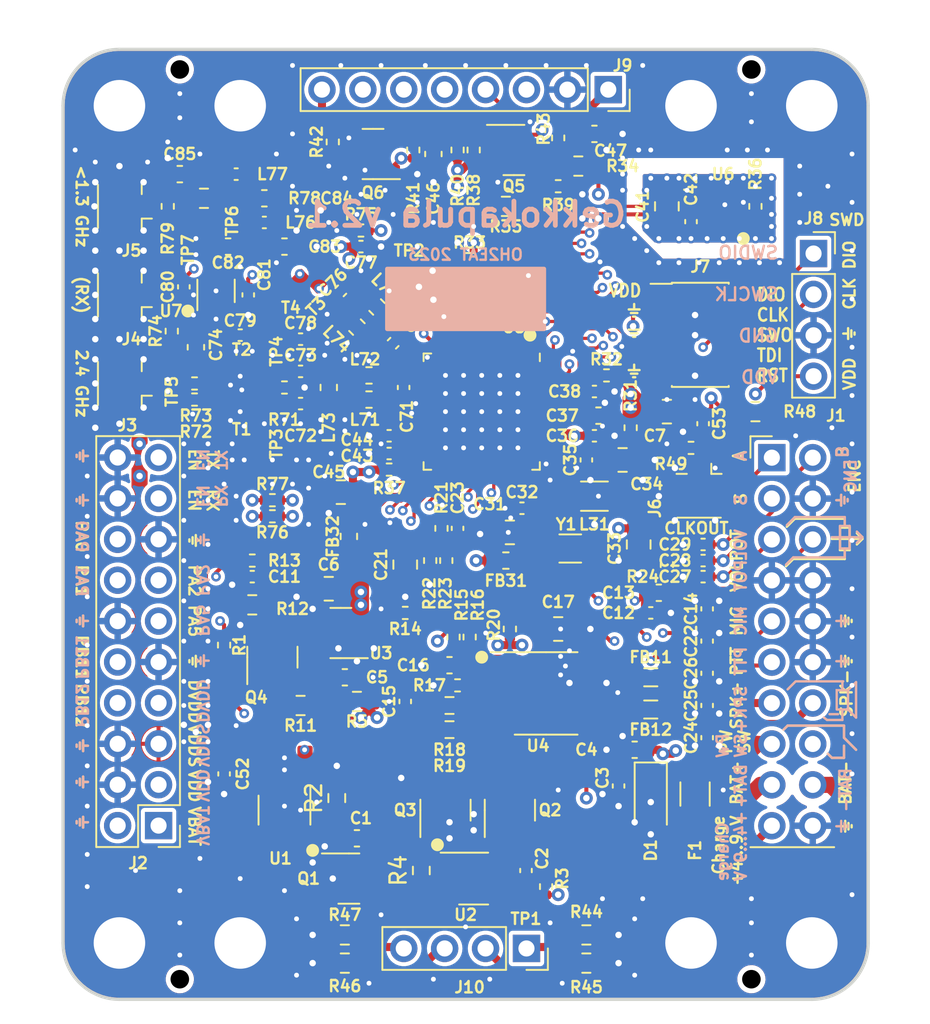
<source format=kicad_pcb>
(kicad_pcb (version 20221018) (generator pcbnew)
  (layers (0 "F.Cu" signal) (1 "In1.Cu" power) (2 "In2.Cu" signal) (31 "B.Cu" power) (34 "B.Paste" user) (35 "F.Paste" user) (36 "B.SilkS" user "B.Silkscreen") (37 "F.SilkS" user "F.Silkscreen") (38 "B.Mask" user) (39 "F.Mask" user) (44 "Edge.Cuts" user))
  (net 0 "")
  (net 1 "/Knob_S")
  (net 2 "GND")
  (net 3 "/Knob_B")
  (net 4 "/Knob_A")
  (net 5 "/BAT+")
  (net 6 "/VDD")
  (net 7 "/VCharge")
  (net 8 "/SWCLK_TCK")
  (net 9 "/SWDIO_TMS")
  (net 10 "/SWO_TDO")
  (net 11 "/PF3_TDI")
  (net 12 "/1V8")
  (net 13 "/EFR_AVDD")
  (net 14 "/PAVDD_2G4")
  (net 15 "/TCXOVDD")
  (net 16 "/HFXTAL_N")
  (net 17 "/HFXTAL_P")
  (net 18 "/TCXOout")
  (net 19 "/EFRout+")
  (net 20 "/EFRout-")
  (net 21 "/EFRin+")
  (net 22 "/EFRin-")
  (net 23 "/EFR_VREGVDD")
  (net 24 "Net-(C12-Pad1)")
  (net 25 "/MIC_VDD")
  (net 26 "Net-(C15-Pad2)")
  (net 27 "/MIC")
  (net 28 "/D_SDA")
  (net 29 "/D_CS")
  (net 30 "/D_SCK")
  (net 31 "/D_AO")
  (net 32 "/D_LED")
  (net 33 "/VDDS")
  (net 34 "/VBAT")
  (net 35 "/VBAT1")
  (net 36 "/D_RESET")
  (net 37 "/EFR_DECOUPLE")
  (net 38 "/RF_RX")
  (net 39 "Net-(C23-Pad2)")
  (net 40 "/BAT-")
  (net 41 "/PTT")
  (net 42 "/~{CHRG}")
  (net 43 "/SPK+")
  (net 44 "/AMP_BYPASS")
  (net 45 "/SPK_DAC")
  (net 46 "/BP_VCC")
  (net 47 "/SPK-")
  (net 48 "/BC_VCC")
  (net 49 "/BP_OD")
  (net 50 "/VOL_Out")
  (net 51 "/BC_PROG")
  (net 52 "/BP_CS")
  (net 53 "/RX_EN")
  (net 54 "/TX_EN")
  (net 55 "/MIC_EN")
  (net 56 "/BP_TD")
  (net 57 "/CLKOUT")
  (net 58 "Net-(C72-Pad1)")
  (net 59 "/VBAT_ADC")
  (net 60 "/RFVDD")
  (net 61 "Net-(C72-Pad2)")
  (net 62 "/PAVDD")
  (net 63 "/RX_EN_SW")
  (net 64 "/TX_EN_SW")
  (net 65 "/AMP_VDD")
  (net 66 "/AMP_VO2")
  (net 67 "/AMP_VO1")
  (net 68 "/RESET")
  (net 69 "/PA2")
  (net 70 "/PA1")
  (net 71 "Net-(C73-Pad1)")
  (net 72 "/PA5")
  (net 73 "/PB11")
  (net 74 "/AMP_SDN")
  (net 75 "/MIC_IN")
  (net 76 "Net-(C73-Pad2)")
  (net 77 "/~{VDDS_EN}")
  (net 78 "/AMP+IN")
  (net 79 "/AMP-IN")
  (net 80 "/VOL_In")
  (net 81 "Net-(C76-Pad2)")
  (net 82 "Net-(C76-Pad1)")
  (net 83 "Net-(C78-Pad2)")
  (net 84 "Net-(C79-Pad2)")
  (net 85 "/PAVDD_SubG")
  (net 86 "/BP_OC")
  (net 87 "Net-(C84-Pad1)")
  (net 88 "Net-(C84-Pad2)")
  (net 89 "/RFSW_RX")
  (net 90 "/RFSW_TRX")
  (net 91 "/RFSW_TX")
  (net 92 "/FILT_TRX")
  (net 93 "/FILT_ANT")
  (net 94 "/RFP_RX")
  (net 95 "/PA0")
  (net 96 "/BP_MID")
  (net 97 "/RF_2G4")
  (net 98 "/EFR_VREGSW")
  (net 99 "/EFR_IOVDD")
  (net 100 "/LFXTAL_N")
  (net 101 "/LFXTAL_P")
  (net 102 "/SPK_SDN")
  (net 103 "/~{D_LED_EN}")
  (net 104 "/FILT_BYPASS")
  (net 105 "/VREG_IN")
  (net 106 "/VDD_LED")
  (net 107 "/PB12")
  (net 108 "Net-(R72-Pad2)")
  (net 109 "/RF_ANT")
  (net 110 "Net-(R71-Pad1)")
  (net 111 "Net-(R73-Pad2)")
  (net 112 "Net-(J10-Pin_1)")
  (net 113 "Net-(J10-Pin_2)")
  (net 114 "Net-(J10-Pin_3)")
  (net 115 "Net-(J10-Pin_4)")
  (net 116 "Net-(Q4-D)")
  (net 117 "Net-(Q6-D)")
  (net 118 "Net-(U6-EN)")
  (net 120 "Net-(J7-NC{slash}TDI)")
  (footprint "Capacitor_SMD:C_0603_1608Metric" (layer "F.Cu") (at 118.25 106.5 180)
    (fp_text reference "C1")
    (fp_text value "1u")
  )
  (footprint "Resistor_SMD:R_0402_1005Metric" (layer "F.Cu") (at 120.25 83.6)
    (fp_text reference "R37")
    (fp_text value "0")
  )
  (footprint "Resistor_SMD:R_0402_1005Metric" (layer "F.Cu") (at 113.75 78.5)
    (fp_text reference "R71")
    (fp_text value "0")
  )
  (footprint "Package_TO_SOT_SMD:SOT-23-5_HandSoldering" (layer "F.Cu") (at 113.75 104.75 -90)
    (fp_text reference "U1")
    (fp_text value "TP4054")
  )
  (footprint "Diode_SMD:D_SOD-123F" (layer "F.Cu") (at 136.5 104 -90)
    (fp_text reference "D1")
    (fp_text value "SM4007PL")
  )
  (footprint "Package_TO_SOT_SMD:SOT-23" (layer "F.Cu") (at 117.75 109)
    (fp_text reference "Q1")
    (fp_text value "AO3401A")
  )
  (footprint "Capacitor_SMD:C_0402_1005Metric" (layer "F.Cu") (at 111.75 90.25 180)
    (fp_text reference "C11")
    (fp_text value "220n")
  )
  (footprint "kapula:R_0402_to_0603_HandSolder" (layer "F.Cu") (at 114.75 98.25)
    (fp_text reference "R11")
    (fp_text value "330k")
  )
  (footprint "kapula:R_0402_to_0603_HandSolder" (layer "F.Cu") (at 111.75 92 180)
    (fp_text reference "R12")
    (fp_text value "100k")
  )
  (footprint "Capacitor_SMD:C_0402_1005Metric" (layer "F.Cu") (at 134.5 103.25 -90)
    (fp_text reference "C3")
    (fp_text value "220n")
  )
  (footprint "Capacitor_SMD:C_0402_1005Metric" (layer "F.Cu") (at 128.5 86 180)
    (fp_text reference "C32")
    (fp_text value "220n")
  )
  (footprint "Capacitor_SMD:C_0805_2012Metric" (layer "F.Cu") (at 135.75 88.25 -90)
    (fp_text reference "C33")
    (fp_text value "4u7")
  )
  (footprint "Capacitor_SMD:C_0402_1005Metric" (layer "F.Cu") (at 139.75 88.25 180)
    (fp_text reference "C29")
    (fp_text value "220p")
  )
  (footprint "MountingHole:MountingHole_3.2mm_M3_Pad" (layer "F.Cu") (at 146.5 113)
    (fp_text reference "H5" hide)
    (fp_text value "M3")
  )
  (footprint "Capacitor_SMD:C_0402_1005Metric" (layer "F.Cu") (at 139.75 90.25 180)
    (fp_text reference "C27")
    (fp_text value "220p")
  )
  (footprint "Capacitor_SMD:C_0402_1005Metric" (layer "F.Cu") (at 140 96.25 -90)
    (fp_text reference "C26")
    (fp_text value "220p")
  )
  (footprint "Capacitor_SMD:C_0603_1608Metric" (layer "F.Cu") (at 133 62.75)
    (fp_text reference "C47")
    (fp_text value "1u")
  )
  (footprint "Connector_PinSocket_2.54mm:PinSocket_1x08_P2.54mm_Vertical" (layer "F.Cu") (at 133.86 60 -90)
    (fp_text reference "J9")
    (fp_text value "~")
  )
  (footprint "MountingHole:MountingHole_3.2mm_M3_Pad" (layer "F.Cu") (at 103.5 113)
    (fp_text reference "H4" hide)
    (fp_text value "M3")
  )
  (footprint "Resistor_SMD:R_0402_1005Metric" (layer "F.Cu") (at 130.75 63 90)
    (fp_text reference "R43")
    (fp_text value "0")
  )
  (footprint "Capacitor_SMD:C_0805_2012Metric" (layer "F.Cu") (at 127.75 87.5 180)
    (fp_text reference "C31")
    (fp_text value "10u")
  )
  (footprint "Inductor_SMD:L_1206_3216Metric" (layer "F.Cu") (at 133 85.25)
    (fp_text reference "L31")
    (fp_text value "4u7")
  )
  (footprint "Capacitor_SMD:C_0402_1005Metric" (layer "F.Cu") (at 121.15 78.5 90)
    (fp_text reference "C71")
    (fp_text value "DNP")
  )
  (footprint "Capacitor_SMD:C_0402_1005Metric" (layer "F.Cu") (at 139.75 89.25 180)
    (fp_text reference "C28")
    (fp_text value "220p")
  )
  (footprint "MountingHole:MountingHole_3.2mm_M3_Pad" (layer "F.Cu") (at 111 113)
    (fp_text reference "H7" hide)
    (fp_text value "M3")
  )
  (footprint "Inductor_SMD:L_0603_1608Metric_Pad1.05x0.95mm_HandSolder" (layer "F.Cu") (at 117.75 87.75 90)
    (fp_text reference "FB32")
    (fp_text value "GZ1608D601TF")
  )
  (footprint "kapula:C_0402_to_0603_HandSolder" (layer "F.Cu") (at 110.25 69.75 180)
    (fp_text reference "C82")
    (fp_text value "1n")
  )
  (footprint "MountingHole:MountingHole_3.2mm_M3_Pad" (layer "F.Cu") (at 146.5 61)
    (fp_text reference "H3" hide)
    (fp_text value "M3")
  )
  (footprint "MountingHole:MountingHole_3.2mm_M3_Pad" (layer "F.Cu") (at 111 61)
    (fp_text reference "H8" hide)
    (fp_text value "M3")
  )
  (footprint "Capacitor_SMD:C_0402_1005Metric" (layer "F.Cu") (at 133 81.5)
    (fp_text reference "C36")
    (fp_text value "220n")
  )
  (footprint "MountingHole:MountingHole_3.2mm_M3_Pad" (layer "F.Cu") (at 139 113)
    (fp_text reference "H9" hide)
    (fp_text value "M3")
  )
  (footprint "kapula:C_0402_to_0603_HandSolder" (layer "F.Cu") (at 108.25 76 -90)
    (fp_text reference "C74")
    (fp_text value "1n")
  )
  (footprint "Connector_Coaxial:U.FL_Hirose_U.FL-R-SMT-1_Vertical" (layer "F.Cu") (at 104 72.75 180)
    (fp_text reference "J4")
    (fp_text value "U.FL")
  )
  (footprint "Package_DFN_QFN:QFN-48-1EP_7x7mm_P0.5mm_EP5.3x5.3mm" (layer "F.Cu") (at 126 80 -90)
    (fp_text reference "U5")
    (fp_text value "EFR32FG14P233F256GM48-B")
  )
  (footprint "Capacitor_SMD:C_0805_2012Metric" (layer "F.Cu") (at 134.75 83)
    (fp_text reference "C34")
    (fp_text value "4u7")
  )
  (footprint "Capacitor_SMD:C_0402_1005Metric" (layer "F.Cu") (at 132.5 83 -90)
    (fp_text reference "C35")
    (fp_text value "220n")
  )
  (footprint "Capacitor_SMD:C_0603_1608Metric" (layer "F.Cu") (at 117.5 96.5)
    (fp_text reference "C5")
    (fp_text value "1u")
  )
  (footprint "MountingHole:MountingHole_3.2mm_M3_Pad" (layer "F.Cu") (at 139 61)
    (fp_text reference "H6" hide)
    (fp_text value "M3")
  )
  (footprint "kapula:L_0402_to_0603_HandSolder" (layer "F.Cu") (at 119 77.75 180)
    (fp_text reference "L72")
    (fp_text value "47n")
  )
  (footprint "Resistor_SMD:R_0402_1005Metric" (layer "F.Cu") (at 113 86.5 180)
    (fp_text reference "R76")
    (fp_text value "470")
  )
  (footprint "kapula:L_0402_to_0603_HandSolder" (layer "F.Cu") (at 116.5 78.5 90)
    (fp_text reference "L73")
    (fp_text value "DNP")
  )
  (footprint "Capacitor_SMD:C_0402_1005Metric" (layer "F.Cu") (at 107.5 72.25 -90)
    (fp_text reference "C80")
    (fp_text value "220p")
  )
  (footprint "Capacitor_SMD:C_0402_1005Metric" (layer "F.Cu") (at 120.25 81.5 180)
    (fp_text reference "C44")
    (fp_text value "15p")
  )
  (footprint "Package_TO_SOT_SMD:SOT-363_SC-70-6" (layer "F.Cu") (at 109.5 72.5 90)
    (fp_text reference "U7")
    (fp_text value "XA213-G4J")
  )
  (footprint "Capacitor_SMD:C_0402_1005Metric" (layer "F.Cu") (at 111.5 72.75 -90)
    (fp_text reference "C81")
    (fp_text value "220p")
  )
  (footprint "MountingHole:MountingHole_3.2mm_M3_Pad" (layer "F.Cu") (at 103.5 61)
    (fp_text reference "H2" hide)
    (fp_text value "M3")
  )
  (footprint "Package_TO_SOT_SMD:SOT-23" (layer "F.Cu") (at 128 63.75)
    (fp_text reference "Q5")
    (fp_text value "AO3401A")
  )
  (footprint "Resistor_SMD:R_1206_3216Metric_Pad1.30x1.75mm_HandSolder" (layer "F.Cu") (at 139.25 103.75 90)
    (fp_text reference "F1")
    (fp_text value "0")
  )
  (footprint "Inductor_SMD:L_0603_1608Metric_Pad1.05x0.95mm_HandSolder" (layer "F.Cu") (at 127.5 89.25)
    (fp_text reference "FB31")
    (fp_text value "GZ1608D601TF")
  )
  (footprint "Capacitor_SMD:C_0603_1608Metric" (layer "F.Cu") (at 123.75 72.25 180)
    (fp_text reference "C39")
    (fp_text value "1u")
  )
  (footprint "Capacitor_SMD:C_0603_1608Metric" (layer "F.Cu") (at 133.25 80.25)
    (fp_text reference "C37")
    (fp_text value "1u")
  )
  (footprint "Resistor_SMD:R_0402_1005Metric" (layer "F.Cu") (at 113 85.5 180)
    (fp_text reference "R77")
    (fp_text value "470")
  )
  (footprint "Capacitor_SMD:C_0402_1005Metric" (layer "F.Cu") (at 133 78.75)
    (fp_text reference "C38")
    (fp_text value "220n")
  )
  (footprint "Resistor_SMD:R_0402_1005Metric" (layer "F.Cu") (at 125.5 63.75 -90)
    (fp_text reference "R38")
    (fp_text value "1M")
  )
  (footprint "kapula:R_0402_to_0603_HandSolder" (layer "F.Cu") (at 132 64.75)
    (fp_text reference "R34")
    (fp_text value "100")
  )
  (footprint "kapula:NetTie-2_SMD_Pad0.3mm" (layer "F.Cu") (at 108.25 99.4 -90)
    (fp_text reference "NT71" hide)
    (fp_text value "~" hide)
  )
  (footprint "Capacitor_SMD:C_0402_1005Metric" (layer "F.Cu") (at 124 73.5 180)
    (fp_text reference "C40")
    (fp_text value "220n")
  )
  (footprint "kapula:Pad_1mm" (layer "F.Cu") (at 120.5 71)
    (fp_text reference "TP2")
    (fp_text value "~")
  )
  (footprint "Capacitor_SMD:C_0805_2012Metric" (layer "F.Cu") (at 116.5 91 180)
    (fp_text reference "C6")
    (fp_text value "10u")
  )
  (footprint "Capacitor_SMD:C_0805_2012Metric" (layer "F.Cu") (at 137.5 80)
    (fp_text reference "C7")
    (fp_text value "10u")
  )
  (footprint "Package_TO_SOT_SMD:SOT-23" (layer "F.Cu") (at 117.25 93.75 180)
    (fp_text reference "U3")
    (fp_text value "XC6206P332MR")
  )
  (footprint "Capacitor_SMD:C_0402_1005Metric" (layer "F.Cu") (at 139 68.2 -90)
    (fp_text reference "C42")
    (fp_text value "220n")
  )
  (footprint "Resistor_SMD:R_0402_1005Metric" (layer "F.Cu") (at 143 67.25 90)
    (fp_text reference "R36")
    (fp_text value "0")
  )
  (footprint "Capacitor_SMD:C_0805_2012Metric" (layer "F.Cu") (at 137.5 67.25 90)
    (fp_text reference "C41")
    (fp_text value "10u")
  )
  (footprint "kapula:TG2016SMN" (layer "F.Cu") (at 141 67.25 90)
    (fp_text reference "U6")
    (fp_text value "TG2016SMN 38.4000M-MCGNNM3")
  )
  (footprint "Resistor_SMD:R_0603_1608Metric_Pad0.98x0.95mm_HandSolder" (layer "F.Cu") (at 117 104 90)
    (fp_text reference "R2")
    (fp_text value "1k5")
  )
  (footprint "Capacitor_SMD:C_0402_1005Metric" (layer "F.Cu") (at 120.25 82.6 180)
    (fp_text reference "C43")
    (fp_text value "220n")
  )
  (footprint "Capacitor_SMD:C_0402_1005Metric" (layer "F.Cu") (at 140 94.25 90)
    (fp_text reference "C22")
    (fp_text value "1n")
  )
  (footprint "Capacitor_SMD:C_0402_1005Metric" (layer "F.Cu") (at 124.5 87.25 -90)
    (fp_text reference "C23")
    (fp_text value "220n")
  )
  (footprint "Capacitor_SMD:C_0805_2012Metric" (layer "F.Cu") (at 121.25 89.5 -90)
    (fp_text reference "C21")
    (fp_text value "4u7")
  )
  (footprint "Resistor_SMD:R_0402_1005Metric" (layer "F.Cu") (at 122.8 89.25 -90)
    (fp_text reference "R22")
    (fp_text value "4k7")
  )
  (footprint "Connector_PinSocket_2.54mm:PinSocket_1x04_P2.54mm_Vertical" (layer "F.Cu") (at 128.78 113.34 -90)
    (fp_text reference "J10")
    (fp_text value "~")
  )
  (footprint "Connector_PinSocket_2.54mm:PinSocket_1x04_P2.54mm_Vertical" (layer "F.Cu") (at 146.61 70.18)
    (fp_text reference "J8")
    (fp_text value "~")
  )
  (footprint "Resistor_SMD:R_0402_1005Metric" (layer "F.Cu") (at 123.5 87.25 -90)
    (fp_text reference "R21")
    (fp_text value "2k2")
  )
  (footprint "Resistor_SMD:R_0603_1608Metric" (layer "F.Cu") (at 122.25 108.5 90)
    (fp_text reference "R4")
    (fp_text value "1k5")
  )
  (footprint "Resistor_SMD:R_0402_1005Metric" (layer "F.Cu") (at 130 109.5 90)
    (fp_text reference "R3")
    (fp_text value "470")
  )
  (footprint "Capacitor_SMD:C_0402_1005Metric" (layer "F.Cu") (at 128.75 108.5 90)
    (fp_text reference "C2")
    (fp_text value "220n")
  )
  (footprint "Package_TO_SOT_SMD:SOT-23-6_Handsoldering" (layer "F.Cu") (at 125.5 109)
    (fp_text reference "U2")
    (fp_text value "DW01+G")
  )
  (footprint "kapula:Pad_1mm" (layer "F.Cu") (at 128.75 110.25 90)
    (fp_text reference "TP1")
    (fp_text value "~")
  )
  (footprint "kapula:L_0402_to_0603_HandSolder" (layer "F.Cu") (at 119 79.25 180)
    (fp_text reference "L71")
    (fp_text value "47n")
  )
  (footprint "kapula:BW21S" (layer "F.Cu") (at 111.1 79.6)
    (fp_text reference "T1")
    (fp_text value "BW21S7511A01TF")
  )
  (footprint "Inductor_SMD:L_0402_1005Metric_Pad0.77x0.64mm_HandSolder" (layer "F.Cu") (at 110.75 65.25 180)
    (fp_text reference "L77")
    (fp_text value "15n")
  )
  (footprint "Resistor_SMD:R_0402_1005Metric" (layer "F.Cu") (at 111.75 89.25)
    (fp_text reference "R13")
    (fp_text value "0")
  )
  (footprint "kapula:L_0402_to_0603_HandSolder" (layer "F.Cu") (at 118.25 74.75 -45)
    (fp_text reference "L74")
    (fp_text value "3n9")
  )
  (footprint "Resistor_SMD:R_0402_1005Metric" (layer "F.Cu") (at 123.8 89.25 90)
    (fp_text reference "R23")
    (fp_text value "2k2")
  )
  (footprint "Resistor_SMD:R_0402_1005Metric" (layer "F.Cu") (at 108.165 79.25)
    (fp_text reference "R72")
    (fp_text value "0")
  )
  (footprint "Capacitor_SMD:C_0402_1005Metric_Pad0.74x0.62mm_HandSolder" (layer "F.Cu") (at 117.25 72.5 45)
    (fp_text reference "C76")
    (fp_text value "DNP")
  )
  (footprint "Inductor_SMD:L_0402_1005Metric_Pad0.77x0.64mm_HandSolder" (layer "F.Cu") (at 112.5 68.25)
    (fp_text reference "L76")
    (fp_text value "15n")
  )
  (footprint "Resistor_SMD:R_0402_1005Metric" (layer "F.Cu") (at 110 94.5 -90)
    (fp_text reference "R1")
    (fp_text value "0")
  )
  (footprint "kapula:Pad_1mm" (layer "F.Cu") (at 106.85 76.75 -90)
    (fp_text reference "TP5")
    (fp_text value "~")
  )
  (footprint "Crystal:Crystal_SMD_3215-2Pin_3.2x1.5mm" (layer "F.Cu") (at 131.5 88.5)
    (fp_text reference "Y1")
    (fp_text value "32768 Hz")
  )
  (footprint "Capacitor_SMD:C_0603_1608Metric" (layer "F.Cu") (at 137 91.25)
    (fp_text reference "C13")
    (fp_text value "1u")
  )
  (footprint "Capacitor_SMD:C_0402_1005Metric" (layer "F.Cu") (at 140 98.25 -90)
    (fp_text reference "C25")
    (fp_text value "220p")
  )
  (footprint "Capacitor_SMD:C_0402_1005Metric" (layer "F.Cu") (at 111 75.25)
    (fp_text reference "C79")
    (fp_text value "1n")
  )
  (footprint "Resistor_SMD:R_0402_1005Metric" (layer "F.Cu") (at 108.165 78.25)
    (fp_text reference "R73")
    (fp_text value "0")
  )
  (footprint "kapula:R_0402_to_0603_HandSolder" (layer "F.Cu") (at 125.25 70.75 180)
    (fp_text reference "R33")
    (fp_text value "1")
  )
  (footprint "Connector_PinHeader_2.54mm:PinHeader_2x10_P2.54mm_Vertical" (layer "F.Cu") (at 105.93 105.71 180)
    (fp_text reference "J2")
    (fp_text value "Conn_02x10_Odd_Even")
  )
  (footprint "Package_TO_SOT_SMD:SOT-23" (layer "F.Cu") (at 119.25 64 180)
    (fp_text reference "Q6")
    (fp_text value "BSS84")
  )
  (footprint "Capacitor_SMD:C_0402_1005Metric" (layer "F.Cu") (at 136.5 92.5)
    (fp_text reference "C12")
    (fp_text value "10n")
  )
  (footprint "kapula:Pad_0402_1005Metric" (layer "F.Cu") (at 113.25 77.5)
    (fp_text reference "TP4")
    (fp_text value "~")
  )
  (footprint "kapula:ToolingHole" (layer "F.Cu") (at 142.75 58.75)
    (fp_text reference "H11" hide)
    (fp_text value "~")
  )
  (footprint "kapula:R_0402_to_0603_HandSolder" (layer "F.Cu") (at 143 80)
    (fp_text reference "R48")
    (fp_text value "0")
  )
  (footprint "Package_TO_SOT_SMD:SOT-23" (layer "F.Cu") (at 127.75 104.75 90)
    (fp_text reference "Q2")
    (fp_text value "AO3400A")
  )
  (footprint "kapula:ToolingHole" (layer "F.Cu") (at 107.25 58.75)
    (fp_text reference "H10" hide)
    (fp_text value "~")
  )
  (footprint "Resistor_SMD:R_0402_1005Metric" (layer "F.Cu") (at 130.75 66 180)
    (fp_text reference "R39")
    (fp_text value "1M")
  )
  (footprint "Resistor_SMD:R_0402_1005Metric" (layer "F.Cu") (at 137.5 89.5 -90)
    (fp_text reference "R24")
    (fp_text value "1M")
  )
  (footprint "kapula:DZ127S-22-10-55" (layer "F.Cu") (at 139.575 75.23)
    (fp_text reference "J7")
    (fp_text value "~")
  )
  (footprint "Capacitor_SMD:C_0603_1608Metric_Pad1.08x0.95mm_HandSolder" (layer "F.Cu") (at 107.25 65.25 180)
    (fp_text reference "C85")
    (fp_text value "6p8")
  )
  (footprint "Inductor_SMD:L_0805_2012Metric_Pad1.05x1.20mm_HandSolder" (layer "F.Cu") (at 136.5 98.5)
    (fp_text reference "FB12")
    (fp_text value "GZ2012D101TF")
  )
  (footprint "kapula:R_0402_to_0603_HandSolder" (layer "F.Cu") (at 117.5 114.25 180)
    (fp_text reference "R46")
    (fp_text value "0")
  )
  (footprint "Resistor_SMD:R_0402_1005Metric" (layer "F.Cu") (at 116.75 63.25 90)
    (fp_text reference "R42")
    (fp_text value "0")
  )
  (footprint "Capacitor_SMD:C_0603_1608Metric_Pad1.08x0.95mm_HandSolder" (layer "F.Cu") (at 113.75 69.75)
    (fp_text reference "C83")
    (fp_text value "6p8")
  )
  (footprint "Resistor_SMD:R_0402_1005Metric" (layer "F.Cu") (at 121.25 92.5)
    (fp_text reference "R14")
    (fp_text value "2k2")
  )
  (footprint "Capacitor_SMD:C_0603_1608Metric" (layer "F.Cu") (at 135.5 101 180)
    (fp_text reference "C4")
    (fp_text value "1u")
  )
  (footprint "Capacitor_SMD:C_0402_1005Metric" (layer "F.Cu") (at 139.75 80.75 -90)
    (fp_text reference "C53")
    (fp_text value "1n")
  )
  (footprint "kapula:Pad_1mm" (layer "F.Cu") (at 107.95 68.15 90)
    (fp_text reference "TP7")
    (fp_text value "~")
  )
  (footprint "Resistor_SMD:R_0603_1608Metric_Pad0.98x0.95mm_HandSolder" (layer "F.Cu") (at 124 99.75)
    (fp_text reference "R19")
    (fp_text value "47k")
  )
  (footprint "Resistor_SMD:R_0402_1005Metric" (layer "F.Cu") (at 106.5 67.25 90)
    (fp_text reference "R79")
    (fp_text value "1M")
  )
  (footprint "Capacitor_SMD:C_0402_1005Metric" (layer "F.Cu") (at 110 102.5 -90)
    (fp_text reference "C52")
    (fp_text value "220n")
  )
  (footprint "kapula:R_0402_to_0603_HandSolder" (layer "F.Cu") (at 132.5 112.5)
    (fp_text reference "R44")
    (fp_text value "0")
  )
  (footprint "Capacitor_SMD:C_0805_2012Metric" (layer "F.Cu") (at 117.25 85 180)
    (fp_text reference "C45")
    (fp_text value "10u")
  )
  (footprint "Connector_Coaxial:U.FL_Hirose_U.FL-R-SMT-1_Vertical" (layer "F.Cu") (at 104 67.25 180)
    (fp_text reference "J5")
    (fp_text value "U.FL")
  )
  (footprint "Package_TO_SOT_SMD:SOT-23" (layer "F.Cu") (at 123.75 104.75 90)
    (fp_text reference "Q3")
    (fp_text value "AO3400A")
  )
  (footprint "Resistor_SMD:R_0402_1005Metric" (layer "F.Cu") (at 121.75 63.75 90)
    (fp_text reference "R41")
    (fp_text value "1M")
  )
  (footprint "Capacitor_SMD:C_0805_2012Metric" (layer "F.Cu") (at 130.75 93.5)
    (fp_text reference "C17")
    (fp_text value "4u7")
  )
  (footprint "Connector_Coaxial:U.FL_Hirose_U.FL-R-SMT-1_Vertical" (layer "F.Cu") (at 104 78.25 180)
    (fp_text reference "J3")
    (fp_text value "U.FL")
  )
  (footprint "Capacitor_SMD:C_0603_1608Metric" (layer "F.Cu") (at 124 95.75 180)
    (fp_text reference "C16")
    (fp_text value "1u")
  )
  (footprint "kapula:ToolingHole" (layer "F.Cu") (at 107.25 115.25)
    (fp_text reference "H12" hide)
    (fp_text value "~")
  )
  (footprint "Connector_PinHeader_2.54mm:PinHeader_2x10_P2.54mm_Vertical" (layer "F.Cu") (at 144.02 82.86)
    (fp_text reference "J1")
    (fp_text value "Conn_02x10_Odd_Even")
  )
  (footprint "kapula:R_0402_to_0603_HandSolder" (layer "F.Cu") (at 117.5 112.5 180)
    (fp_text reference "R47")
    (fp_text value "0")
  )
  (footprint "kapula:L_0402_to_0603_HandSolder" (layer "F.Cu") (at 119.5 73.5 -45)
    (fp_text reference "L75")
    (fp_text value "3n9")
  )
  (footprint "kapula:BW21S" (layer "F.Cu") (at 112.85 73.9 90)
    (fp_text reference "T4")
    (fp_text value "BW21S7511A01TF")
  )
  (footprint "kapula:ToolingHole" (layer "F.Cu") (at 142.75 115.25)
    (fp_text reference "H13" hide)
    (fp_text value "~")
  )
  (footprint "Resistor_SMD:R_0402_1005Metric" (layer "F.Cu") (at 133.75 77.75 180)
    (fp_text reference "R32")
    (fp_text value "0")
  )
  (footprint "Capacitor_SMD:C_0402_1005Metric" (layer "F.Cu") (at 114.75 77.5)
    (fp_text reference "C73")
    (fp_text value "1n")
  )
  (footprint "Resistor_SMD:R_0402_1005Metric" (layer "F.Cu") (at 118.5 68.75 180)
    (fp_text reference "R75")
    (fp_text value "0")
  )
  (footprint "kapula:NetTie-2_SMD_Pad0.2mm" (layer "F.Cu") (at 116.5 67.5 180)
    (fp_text reference "NT72" hide)
    (fp_text value "~" hide)
  )
  (footprint "kapula:BW21S" (layer "F.Cu") (at 111.1 77.4)
    (fp_text reference "T2")
    (fp_text value "BW21S7511A01TF")
  )
  (footprint "Connector_Coaxial:U.FL_Hirose_U.FL-R-SMT-1_Vertical" (layer "F.Cu") (at 139.5 84.75 -90)
    (fp_text reference "J6")
    (fp_text value "U.FL")
  )
  (footprint "kapula:R_0402_to_0603_HandSolder" (layer "F.Cu") (at 132.5 114.25)
    (fp_text reference "R45")
    (fp_text value "0")
  )
  (footprint "Capacitor_SMD:C_0603_1608Metric" (layer "F.Cu") (at 123 64 -90)
    (fp_text reference "C46")
    (fp_text value "1u")
  )
  (footprint "Resistor_SMD:R_0402_1005Metric" (layer "F.Cu") (at 124.25 94 -90)
    (fp_text reference "R15")
    (fp_text value "0")
  )
  (footprint "Package_TO_SOT_SMD:SOT-23" (layer "F.Cu") (at 113 95.25 90)
    (fp_text reference "Q4")
    (fp_text value "AO3400A")
  )
  (footprint "Capacitor_SMD:C_0402_1005Metric" (layer "F.Cu") (at 114.75 75.5 180)
    (fp_text reference "C78")
    (fp_text value "1n")
  )
  (footprint "Capacitor_SMD:C_0402_1005Metric" (layer "F.Cu") (at 114.75 79.5)
    (fp_text reference "C72")
    (fp_text value "1n")
  )
  (footprint "kapula:Pad_1mm" (layer "F.Cu") (at 109.4 68.35 90)
    (fp_text reference "TP6")
    (fp_text value "~")
  )
  (footprint "Capacitor_SMD:C_0402_1005Metric" (layer "F.Cu") (at 118.5 69.75)
    (fp_text reference "C77")
    (fp_text value "220n")
  )
  (footprint "Package_SO:SOP-8_3.9x4.9mm_P1.27mm" (layer "F.Cu") (at 130 97.5)
    (fp_text reference "U4")
    (fp_text value "FM8002A")
  )
  (footprint "Inductor_SMD:L_0805_2012Metric_Pad1.05x1.20mm_HandSolder" (layer "F.Cu") (at 136.5 96.5)
    (fp_text reference "FB11")
    (fp_text value "GZ2012D101TF")
  )
  (footprint "Resistor_SMD:R_0402_1005Metric" (layer "F.Cu") (at 124.5 63.75 90)
    (fp_text reference "R40")
    (fp_text value "0")
  )
  (footprint "Capacitor_SMD:C_0603_1608Metric_Pad1.08x0.95mm_HandSolder" (layer "F.Cu") (at 112.5 66.75)
    (fp_text reference "C84")
    (fp_text value "10p")
  )
  (footprint "Resistor_SMD:R_0402_1005Metric" (layer "F.Cu") (at 125.25 94 -90)
    (fp_text reference "R16")
    (fp_text value "330k")
  )
  (footprint "kapula:R_0402_to_0603_HandSolder" (layer "F.Cu") (at 118.25 98 180)
    (fp_text reference "R5")
    (fp_text value "0")
  )
  (footprint "Resistor_SMD:R_0402_1005Metric" (layer "F.Cu") (at 106.75 75 -90)
    (fp_text reference "R74")
    (fp_text value "1M")
  )
  (footprint "Resistor_SMD:R_0402_1005Metric" (layer "F.Cu") (at 135.25 81 -90)
    (fp_text reference "R31")
    (fp_text value "0")
  )
  (footprint "Resistor_SMD:R_0402_1005Metric" (layer "F.Cu") (at 124.5 97)
    (fp_text reference "R17")
    (fp_text value "0")
  )
  (footprint "Resistor_SMD:R_0402_1005Metric" (layer "F.Cu") (at 139 82.25)
    (fp_text reference "R49")
    (fp_text value "1M")
  )
  (footprint "kapula:BW21S" (layer "F.Cu") (at 115.3 71.9 45)
    (fp_text reference "T3")
    (fp_text value "BW21S7511A01TF")
  )
  (footprint "Capacitor_SMD:C_0402_1005Metric_Pad0.74x0.62mm_HandSolder" (layer "F.Cu") (at 121.25 98 -90)
    (fp_text reference "C15")
    (fp_text value "220n")
  )
  (footprint "kapula:R_0402_to_0603_HandSolder" (layer "F.Cu") (at 127.5 67.25 180)
    (fp_text reference "R35")
    (fp_text value "0")
  )
  (footprint "Resistor_SMD:R_0402_1005Metric" (layer "F.Cu") (at 127.75 93.5 90)
    (fp_text reference "R20")
    (fp_text value "0")
  )
  (footprint "kapula:Pad_0402_1005Metric" (layer "F.Cu") (at 113.25 79.5)
    (fp_text reference "TP3")
    (fp_text value "~")
  )
  (footprint "Resistor_SMD:R_0603_1608Metric_Pad0.98x0.95mm_HandSolder" (layer "F.Cu") (at 124 98.25)
    (fp_text reference "R18")
    (fp_text value "22k")
  )
  (footprint "kapula:R_0402_to_0603_HandSolder" (layer "F.Cu") (at 108.75 66.75)
    (fp_text reference "R78")
    (fp_text value "0")
  )
  (footprint "Capacitor_SMD:C_0402_1005Metric_Pad0.74x0.62mm_HandSolder" (layer "F.Cu") (at 120.5 75.75 45)
    (fp_text reference "C75")
    (fp_text value "DNP")
  )
  (footprint "Capacitor_SMD:C_0402_1005Metric" (layer "F.Cu") (at 140 100.25 -90)
    (fp_text reference "C24")
    (fp_text value "220p")
  )
  (footprint "Capacitor_SMD:C_0402_1005Metric" (layer "F.Cu") (at 140 92.25 90)
    (fp_text reference "C14")
    (fp_text value "220p")
  )
  (gr_line (start 148.55 89.05) (end 148.55 88.5) (stroke (width 0.15)) (layer "B.SilkS"))
  (gr_line (start 149.25 99) (end 148.75 98.5) (stroke (width 0.15)) (layer "B.SilkS"))
  (gr_line (start 147.25 99) (end 147.45 99.15) (stroke (width 0.15)) (layer "B.SilkS"))
  (gr_line (start 147.75 101.5) (end 147.5 101.25) (stroke (width 0.15)) (layer "B.SilkS"))
  (gr_line (start 148.5 100.25) (end 148.5 99.5) (stroke (width 0.15)) (layer "B.SilkS"))
  (gr_line (start 148.25 87.1) (end 148.85 87.1) (stroke (width 0.15)) (layer "B.SilkS"))
  (gr_line (start 149.65 87.8) (end 147.75 87.8) (stroke (width 0.15)) (layer "B.SilkS"))
  (gr_line (start 145.55 96.75) (end 148.45 96.75) (stroke (width 0.15)) (layer "B.SilkS"))
  (gr_line (start 144.9 89.5) (end 145.35 89.05) (stroke (width 0.15)) (layer "B.SilkS"))
  (gr_line (start 145 99.5) (end 148.5 99.5) (stroke (width 0.15)) (layer "B.SilkS"))
  (gr_line (start 145.5 96.75) (end 145 97.25) (stroke (width 0.15)) (layer "B.SilkS"))
  (gr_line (start 148.25 88.5) (end 148.25 87.1) (stroke (width 0.15)) (layer "B.SilkS"))
  (gr_line (start 149.3 87.45) (end 149.65 87.8) (stroke (width 0.15)) (layer "B.SilkS"))
  (gr_line (start 145.45 86.55) (end 148.55 86.55) (stroke (width 0.15)) (layer "B.SilkS"))
  (gr_line (start 148.4 96.8) (end 148.4 97.3) (stroke (width 0.15)) (layer "B.SilkS"))
  (gr_line (start 149.3 88.15) (end 149.65 87.8) (stroke (width 0.15)) (layer "B.SilkS"))
  (gr_line (start 148.85 88.5) (end 148.25 88.5) (stroke (width 0.15)) (layer "B.SilkS"))
  (gr_line (start 148.85 87.1) (end 148.85 88.5) (stroke (width 0.15)) (layer "B.SilkS"))
  (gr_line (start 148.75 97.3) (end 149.25 96.8) (stroke (width 0.15)) (layer "B.SilkS"))
  (gr_line (start 144.95 87.05) (end 145.45 86.55) (stroke (width 0.15)) (layer "B.SilkS"))
  (gr_line (start 144.75 99.75) (end 145 99.5) (stroke (width 0.15)) (layer "B.SilkS"))
  (gr_rect (start 148.05 97.3) (end 148.75 98.5) (stroke (width 0.15)) (fill none) (layer "B.SilkS"))
  (gr_line (start 147.75 101.5) (end 148.5 101.5) (stroke (width 0.15)) (layer "B.SilkS"))
  (gr_line (start 145.35 89.05) (end 148.55 89.05) (stroke (width 0.15)) (layer "B.SilkS"))
  (gr_line (start 149.25 96.8) (end 149.25 99) (stroke (width 0.15)) (layer "B.SilkS"))
  (gr_line (start 147.45 99.15) (end 148.4 99.15) (stroke (width 0.15)) (layer "B.SilkS"))
  (gr_line (start 148.5 100.75) (end 148.5 101.5) (stroke (width 0.15)) (layer "B.SilkS"))
  (gr_line (start 148.55 87.1) (end 148.55 86.55) (stroke (width 0.15)) (layer "B.SilkS"))
  (gr_line (start 149.25 101) (end 148.5 100.25) (stroke (width 0.15)) (layer "B.SilkS"))
  (gr_line (start 148.4 98.5) (end 148.4 99.15) (stroke (width 0.15)) (layer "B.SilkS"))
  (gr_line (start 145.35 89.15) (end 148.55 89.15) (stroke (width 0.15)) (layer "F.SilkS"))
  (gr_circle (center 126 95.25) (end 126.2 95.25) (stroke (width 0.4)) (fill none) (layer "F.SilkS"))
  (gr_circle (center 129 75.25) (end 129.2 75.25) (stroke (width 0.4)) (fill none) (layer "F.SilkS"))
  (gr_line (start 148.25 88.6) (end 148.25 87.2) (stroke (width 0.15)) (layer "F.SilkS"))
  (gr_line (start 148.5 99.5) (end 148.5 100.25) (stroke (width 0.15)) (layer "F.SilkS"))
  (gr_line (start 149.65 87.9) (end 149.3 88.25) (stroke (width 0.15)) (layer "F.SilkS"))
  (gr_line (start 148.85 88.6) (end 148.25 88.6) (stroke (width 0.15)) (layer "F.SilkS"))
  (gr_line (start 148.5 101.5) (end 148.5 100.75) (stroke (width 0.15)) (layer "F.SilkS"))
  (gr_line (start 148.25 87.2) (end 148.85 87.2) (stroke (width 0.15)) (layer "F.SilkS"))
  (gr_line (start 147.75 101.5) (end 148.5 101.5) (stroke (width 0.15)) (layer "F.SilkS"))
  (gr_line (start 144.75 99.75) (end 145 99.5) (stroke (width 0.15)) (layer "F.SilkS"))
  (gr_line (start 148.55 87.2) (end 148.55 86.65) (stroke (width 0.15)) (layer "F.SilkS"))
  (gr_circle (center 107.75 73.75) (end 107.95 73.75) (stroke (width 0.4)) (fill none) (layer "F.SilkS"))
  (gr_line (start 148.55 89.15) (end 148.55 88.6) (stroke (width 0.15)) (layer "F.SilkS"))
  (gr_line (start 148.85 87.2) (end 148.85 88.6) (stroke (width 0.15)) (layer "F.SilkS"))
  (gr_line (start 147.5 101.25) (end 147.75 101.5) (stroke (width 0.15)) (layer "F.SilkS"))
  (gr_line (start 148.5 100.25) (end 149.25 101) (stroke (width 0.15)) (layer "F.SilkS"))
  (gr_line (start 147.75 87.9) (end 149.65 87.9) (stroke (width 0.15)) (layer "F.SilkS"))
  (gr_line (start 144.95 87.15) (end 145.45 86.65) (stroke (width 0.15)) (layer "F.SilkS"))
  (gr_circle (center 115.5 107.25) (end 115.7 107.25) (stroke (width 0.4)) (fill none) (layer "F.SilkS"))
  (gr_line (start 144.9 89.6) (end 145.35 89.15) (stroke (width 0.15)) (layer "F.SilkS"))
  (gr_line (start 149.65 87.9) (end 149.3 87.55) (stroke (width 0.15)) (layer "F.SilkS"))
  (gr_line (start 145.45 86.65) (end 148.55 86.65) (stroke (width 0.15)) (layer "F.SilkS"))
  (gr_line (start 145 99.5) (end 148.5 99.5) (stroke (width 0.15)) (layer "F.SilkS"))
  (gr_circle (center 123.25 106.9) (end 123.45 106.9) (stroke (width 0.4)) (fill none) (layer "F.SilkS"))
  (gr_circle (center 142.25 69.25) (end 142.45 69.25) (stroke (width 0.4)) (fill none) (layer "F.SilkS"))
  (gr_line (start 146.5 116.5) (end 103.5 116.5) (stroke (width 0.2)) (layer "Edge.Cuts"))
  (gr_line (start 103.5 57.5) (end 146.5 57.5) (stroke (width 0.2)) (layer "Edge.Cuts"))
  (gr_line (start 150 61) (end 150 113) (stroke (width 0.2)) (layer "Edge.Cuts"))
  (gr_line (start 100 113) (end 100 61) (stroke (width 0.2)) (layer "Edge.Cuts"))
  (gr_arc (start 100 61) (mid 101.025126 58.525127) (end 103.5 57.5) (stroke (width 0.2)) (layer "Edge.Cuts"))
  (gr_arc (start 150 113) (mid 148.974874 115.474873) (end 146.5 116.5) (stroke (width 0.2)) (layer "Edge.Cuts"))
  (gr_arc (start 103.5 116.5) (mid 101.025127 115.474874) (end 100 113) (stroke (width 0.2)) (layer "Edge.Cuts"))
  (gr_arc (start 146.5 57.5) (mid 148.974873 58.525126) (end 150 61) (stroke (width 0.2)) (layer "Edge.Cuts"))
  (gr_text "RX\nEN" (at 108.25 85.25 -90) (layer "B.SilkS") (effects (font (size 0.7 0.7) (thickness 0.15) bold) (justify bottom mirror)))
  (gr_text "PB11" (at 100.75 95.25 -90) (layer "B.SilkS") (effects (font (size 0.7 0.7) (thickness 0.15) bold) (justify bottom mirror)))
  (gr_text "⏚" (at 108.25 87.966666 -90) (layer "B.SilkS") (effects (font (size 0.7 0.7)) (justify bottom mirror)))
  (gr_text "PA2" (at 108.25 90.466666 -90) (layer "B.SilkS") (effects (font (size 0.7 0.7) (thickness 0.15) bold) (justify bottom mirror)))
  (gr_text "BAT-" (at 149 103.5 90) (layer "B.SilkS") (effects (font (size 0.7 0.7)) (justify bottom mirror)))
  (gr_text "PB12" (at 100.75 98.25 -90) (layer "B.SilkS") (effects (font (size 0.7 0.7) (thickness 0.15) bold) (justify bottom mirror)))
  (gr_text "A" (at 142.5 82.75 90) (layer "B.SilkS") (effects (font (size 0.7 0.7)) (justify bottom mirror)))
  (gr_text "⏚" (at 108.25 95.466666 -90) (layer "B.SilkS") (effects (font (size 0.7 0.7)) (justify bottom mirror)))
  (gr_text "VOLPOT" (at 142.5 89.25 90) (layer "B.SilkS") (effects (font (size 0.7 0.7)) (justify bottom mirror)))
  (gr_text "SPK+" (at 142.5 98.5 90) (layer "B.SilkS") (effects (font (size 0.7 0.7)) (justify bottom mirror)))
  (gr_text "PA0" (at 100.75 87.75 -90) (layer "B.SilkS") (effects (font (size 0.7 0.7) (thickness 0.15) bold) (justify bottom mirror)))
  (gr_text "VDD" (at 108.25 103.216666 -90) (layer "B.SilkS") (effects (font (size 0.7 0.7) (thickness 0.15) bold) (justify bottom mirror)))
  (gr_text "PW\nSW" (at 142.5 100.75 90) (layer "B.SilkS") (effects (font (size 0.7 0.7)) (justify bottom mirror)))
  (gr_text "⏚" (at 100.75 103 -90) (layer "B.SilkS") (effects (font (size 0.7 0.7)) (justify bottom mirror)))
  (gr_text "PA1" (at 100.75 90.5 -90) (layer "B.SilkS") (effects (font (size 0.7 0.7) (thickness 0.15) bold) (justify bottom mirror)))
  (gr_text "TX\nEN" (at 108.25 83 -90) (layer "B.SilkS") (effects (font (size 0.7 0.7) (thickness 0.15) bold) (justify bottom mirror)))
  (gr_text "PTT" (at 142.5 95.5 90) (layer "B.SilkS") (effects (font (size 0.7 0.7)) (justify bottom mirror)))
  (gr_text "⏚" (at 100.75 93 -90) (layer "B.SilkS") (effects (font (size 0.7 0.7)) (justify bottom mirror)))
  (gr_text "S" (at 142.5 85.5 90) (layer "B.SilkS") (effects (font (size 0.7 0.7)) (justify bottom mirror)))
  (gr_text "⏚" (at 100.75 105.5 -90) (layer "B.SilkS") (effects (font (size 0.7 0.7)) (justify bottom mirror)))
  (gr_text "⏚" (at 148 85.5 90) (layer "B.SilkS") (effects (font (size 0.7 0.7)) (justify top mirror)))
  (gr_text "VBAT" (at 108.25 105.716666 -90) (layer "B.SilkS") (effects (font (size 0.7 0.7) (thickness 0.15) bold) (justify bottom mirror)))
  (gr_text "SWDIO\n\nSWCLK\n\nGND\n\nVDD" (at 144.5 74) (layer "B.SilkS") (effects (font (size 0.8 0.8) (thickness 0.15) bold) (justify left mirror)))
  (gr_text "⏚" (at 100.75 82.75 -90) (layer "B.SilkS") (effects (font (size 0.7 0.7)) (justify bottom mirror)))
  (gr_text "Gekkokapula v2.1" (at 125 67.75) (layer "B.SilkS") (effects (font (size 1.5 1.5) (thickness 0.3) bold) (justify mirror)))
  (gr_text "BAT+" (at 142.5 103.25 90) (layer "B.SilkS") (effects (font (size 0.7 0.7)) (justify bottom mirror)))
  (gr_text "⏚" (at 100.75 100.75 -90) (layer "B.SilkS") (effects (font (size 0.7 0.7)) (justify bottom mirror)))
  (gr_text "B" (at 148.75 82.5 -90) (layer "B.SilkS") (effects (font (size 0.7 0.7)) (justify top mirror)))
  (gr_text "OH2EAT 2023" (at 125 70.25) (layer "B.SilkS") (effects (font (size 0.7 0.7) (thickness 0.15) bold) (justify mirror)))
  (gr_text "⏚" (at 148 95.5 90) (layer "B.SilkS") (effects (font (size 0.7 0.7)) (justify top mirror)))
  (gr_text "-" (at 148.4 99.15) (layer "B.SilkS") (effects (font (size 0.7 0.7)) (justify left bottom mirror)))
  (gr_text "⏚" (at 148 105.75 90) (layer "B.SilkS") (effects (font (size 0.7 0.7)) (justify top mirror)))
  (gr_text "VDDS" (at 108.25 100.716666 -90) (layer "B.SilkS") (effects (font (size 0.7 0.7) (thickness 0.15) bold) (justify bottom mirror)))
  (gr_text "PA5" (at 108.25 92.966666 -90) (layer "B.SilkS") (effects (font (size 0.7 0.7) (thickness 0.15) bold) (justify bottom mirror)))
  (gr_text "⏚" (at 100.75 85.5 -90) (layer "B.SilkS") (effects (font (size 0.7 0.7)) (justify bottom mirror)))
  (gr_text "ENC" (at 148.5 84 90) (layer "B.SilkS") (effects (font (size 0.7 0.7)) (justify top mirror)))
  (gr_text "⏚" (at 148 93 90) (layer "B.SilkS") (effects (font (size 0.7 0.7)) (justify top mirror)))
  (gr_text "MIC" (at 142.5 93 90) (layer "B.SilkS") (effects (font (size 0.7 0.7)) (justify bottom mirror)))
  (gr_text "DVDD" (at 108.25 97.966666 270) (layer "B.SilkS") (effects (font (size 0.7 0.7)) (justify bottom mirror)))
  (gr_text "Charge\n+4...9 V" (at 142.5 109.25 90) (layer "B.SilkS") (effects (font (size 0.7 0.7)) (justify right bottom mirror)))
  (gr_text "SWD" (at 147.5 68.5) (layer "F.SilkS") (effects (font (size 0.7 0.7) (thickness 0.15) bold) (justify left bottom)))
  (gr_text "PTT" (at 142.25 95.5 90) (layer "F.SilkS") (effects (font (size 0.7 0.7)) (justify bottom)))
  (gr_text "⏚" (at 100.75 82.75 270) (layer "F.SilkS") (effects (font (size 0.7 0.7)) (justify bottom)))
  (gr_text "VDD  ⏚  CLK DIO" (at 149.25 78.75 90) (layer "F.SilkS") (effects (font (size 0.7 0.7) (thickness 0.15) bold) (justify left bottom)))
  (gr_text "TX\nEN" (at 107.75 83 -90) (layer "F.SilkS") (effects (font (size 0.7 0.7) (thickness 0.15) bold) (justify bottom)))
  (gr_text "(RX)" (at 100.75 72.75 270) (layer "F.SilkS") (effects (font (size 0.7 0.7) (thickness 0.15) bold) (justify bottom)))
  (gr_text "PA2" (at 107.75 90.5 270) (layer "F.SilkS") (effects (font (size 0.7 0.7) (thickness 0.15) bold) (justify bottom)))
  (gr_text "ENC" (at 148.75 84 90) (layer "F.SilkS") (effects (font (size 0.7 0.7)) (justify top)))
  (gr_text "PA0" (at 100.75 87.75 270) (layer "F.SilkS") (effects (font (size 0.7 0.7) (thickness 0.15) bold) (justify bottom)))
  (gr_text "⏚" (at 100.75 93 270) (layer "F.SilkS") (effects (font (size 0.7 0.7)) (justify bottom)))
  (gr_text "VDDS" (at 107.75 100.75 270) (layer "F.SilkS") (effects (font (size 0.7 0.7) (thickness 0.15) bold) (justify bottom)))
  (gr_text "⏚" (at 107.75 95.5 270) (layer "F.SilkS") (effects (font (size 0.7 0.7)) (justify bottom)))
  (gr_text "⏚" (at 148 85.5 90) (layer "F.SilkS") (effects (font (size 0.7 0.7)) (justify top)))
  (gr_text "B" (at 148 82.5 90) (layer "F.SilkS") (effects (font (size 0.7 0.7)) (justify top)))
  (gr_text "VOLPOT" (at 142.25 89.25 90) (layer "F.SilkS") (effects (font (size 0.7 0.7)) (justify bottom)))
  (gr_text "PB11" (at 100.75 95.25 270) (layer "F.SilkS") (effects (font (size 0.7 0.7) (thickness 0.15) bold) (justify bottom)))
  (gr_text "VDD\n⏚\n⏚\n\n⏚" (at 136 75) (layer "F.SilkS") (effects (font (size 0.78 0.7) (thickness 0.15) bold) (justify right)))
  (gr_text "PW\nSW" (at 141.75 100.5 90) (layer "F.SilkS") (effects (font (size 0.7 0.7))))
  (gr_text "<1.3 GHz" (at 100.75 67.25 270) (layer "F.SilkS") (effects (font (size 0.7 0.7) (thickness 0.15) bold) (justify bottom)))
  (gr_text "⏚" (at 100.75 103 270) (layer "F.SilkS") (effects (font (size 0.7 0.7)) (justify bottom)))
  (gr_text "⏚" (at 100.75 85.5 270) (layer "F.SilkS") (effects (font (size 0.7 0.7)) (justify bottom)))
  (gr_text "2.4 GHz" (at 100.75 78.25 270) (layer "F.SilkS") (effects (font (size 0.7 0.7) (thickness 0.15) bold) (justify bottom)))
  (gr_text "DVDD" (at 107.75 98 270) (layer "F.SilkS") (effects (font (size 0.7 0.7)) (justify bottom)))
  (gr_text "⏚" (at 148.25 95.5 90) (layer "F.SilkS") (effects (font (size 0.7 0.7)) (justify top)))
  (gr_text "BAT-" (at 149 104.5 90) (layer "F.SilkS") (effects (font (size 0.7 0.7)) (justify left bottom)))
  (gr_text "⏚" (at 148.25 105.75 90) (layer "F.SilkS") (effects (font (size 0.7 0.7)) (justify top)))
  (gr_text "S" (at 142.5 85.4 90) (layer "F.SilkS") (effects (font (size 0.7 0.7)) (justify bottom)))
  (gr_text "⏚" (at 148.25 93 90) (layer "F.SilkS") (effects (font (size 0.7 0.7)) (justify top)))
  (gr_text "SPK-" (at 148.25 97.5 90) (layer "F.SilkS") (effects (font (size 0.7 0.7)) (justify top)))
  (gr_text "VBAT" (at 107.75 105.75 270) (layer "F.SilkS") (effects (font (size 0.7 0.7) (thickness 0.15) bold) (justify bottom)))
  (gr_text "MIC" (at 142.25 93 90) (layer "F.SilkS") (effects (font (size 0.7 0.7)) (justify bottom)))
  (gr_text "PB12" (at 100.75 98.25 270) (layer "F.SilkS") (effects (font (size 0.7 0.7) (thickness 0.15) bold) (justify bottom)))
  (gr_text "Charge\n+4...9 V" (at 142.25 105 90) (layer "F.SilkS") (effects (font (size 0.7 0.7)) (justify right bottom)))
  (gr_text "⏚" (at 107.75 88 270) (layer "F.SilkS") (effects (font (size 0.7 0.7)) (justify bottom)))
  (gr_text "PA1" (at 100.75 90.5 270) (layer "F.SilkS") (effects (font (size 0.7 0.7) (thickness 0.15) bold) (justify bottom)))
  (gr_text "PA5" (at 107.75 93 270) (layer "F.SilkS") (effects (font (size 0.7 0.7) (thickness 0.15) bold) (justify bottom)))
  (gr_text "VDD" (at 107.75 103.25 270) (layer "F.SilkS") (effects (font (size 0.7 0.7) (thickness 0.15) bold) (justify bottom)))
  (gr_text "SPK+" (at 142.25 98.25 90) (layer "F.SilkS") (effects (font (size 0.7 0.7)) (justify bottom)))
  (gr_text "⏚" (at 100.75 100.75 270) (layer "F.SilkS") (effects (font (size 0.7 0.7)) (justify bottom)))
  (gr_text "BAT+" (at 142.25 104.5 90) (layer "F.SilkS") (effects (font (size 0.7 0.7)) (justify left bottom)))
  (gr_text "⏚" (at 100.75 105.5 270) (layer "F.SilkS") (effects (font (size 0.7 0.7)) (justify bottom)))
  (gr_text "DIO\nCLK\nSWO\nTDI\nRST" (at 143 75.25) (layer "F.SilkS") (effects (font (size 0.78 0.7) (thickness 0.15) bold) (justify left)))
  (gr_text "CLKOUT" (at 137.25 87.65) (layer "F.SilkS") (effects (font (size 0.7 0.7) (thickness 0.15) bold) (justify left bottom)))
  (gr_text "RX\nEN" (at 107.75 85.5 270) (layer "F.SilkS") (effects (font (size 0.7 0.7) (thickness 0.15) bold) (justify bottom)))
  (gr_text "A" (at 142.4 82.75 90) (layer "F.SilkS") (effects (font (size 0.7 0.7)) (justify bottom)))
  (segment (start 142.75 87.5) (end 144.02 86.23) (width 0.25) (layer "F.Cu") (net 1))
  (segment (start 141.2 90.25) (end 141.85 89.6) (width 0.25) (layer "F.Cu") (net 1))
  (segment (start 132.65 68.85) (end 129.55 68.85) (width 0.2) (layer "F.Cu") (net 1))
  (segment (start 141.85 89.6) (end 141.85 89.3) (width 0.25) (layer "F.Cu") (net 1))
  (segment (start 144.02 86.23) (end 144.02 85.4) (width 0.25) (layer "F.Cu") (net 1))
  (segment (start 132.7 68.9) (end 132.65 68.85) (width 0.2) (layer "F.Cu") (net 1))
  (segment (start 142.75 88.4) (end 142.75 87.5) (width 0.25) (layer "F.Cu") (net 1))
  (segment (start 141.85 89.3) (end 142.75 88.4) (width 0.25) (layer "F.Cu") (net 1))
  (segment (start 141 90.25) (end 141.2 90.25) (width 0.25) (layer "F.Cu") (net 1))
  (segment (start 125.25 73.15) (end 125.25 76.55) (width 0.2) (layer "F.Cu") (net 1))
  (segment (start 129.55 68.85) (end 125.25 73.15) (width 0.2) (layer "F.Cu") (net 1))
  (segment (start 140.23 90.25) (end 141 90.25) (width 0.25) (layer "F.Cu") (net 1))
  (via (at 141 90.25) (size 0.8) (drill 0.4) (layers "F.Cu" "B.Cu") (net 1))
  (via (at 132.7 68.9) (size 0.6) (drill 0.3) (layers "F.Cu" "B.Cu") (net 1))
  (segment (start 128.599999 82.399999) (end 128.399999 82.399999) (width 0.25) (layer "F.Cu") (net 2))
  (segment (start 128.95 82.75) (end 128.599999 82.399999) (width 0.25) (layer "F.Cu") (net 2))
  (segment (start 129.45 82.75) (end 128.95 82.75) (width 0.25) (layer "F.Cu") (net 2))
  (segment (start 128.399999 82.399999) (end 128 82) (width 0.25) (layer "F.Cu") (net 2))
  (segment (start 130.25 84.25) (end 130.5 84.5) (width 0.25) (layer "F.Cu") (net 2))
  (segment (start 130 83.25) (end 130.5 83.75) (width 0.25) (layer "F.Cu") (net 2))
  (segment (start 143 66.74) (end 142.51 66.74) (width 0.25) (layer "F.Cu") (net 2))
  (segment (start 131 86.75) (end 132.75 86.75) (width 0.25) (layer "F.Cu") (net 2))
  (segment (start 133.5 87.25) (end 133.75 87.5) (width 0.25) (layer "F.Cu") (net 2))
  (segment (start 129.75 82.75) (end 129.45 82.75) (width 0.25) (layer "F.Cu") (net 2))
  (segment (start 133.48 81.5) (end 134.25 81.5) (width 0.5) (layer "F.Cu") (net 2))
  (segment (start 121.75 75.45) (end 121.75 75.25) (width 0.2) (layer "F.Cu") (net 2))
  (segment (start 123 65.75) (end 123 64.775) (width 0.2) (layer "F.Cu") (net 2))
  (segment (start 134.725 101) (end 133.75 101) (width 0.5) (layer "F.Cu") (net 2))
  (segment (start 139.25 79.25) (end 139.2 79.25) (width 0.25) (layer "F.Cu") (net 2))
  (segment (start 122.55 80.25) (end 122.549992 80.249992) (width 0.3) (layer "F.Cu") (net 2))
  (segment (start 123.52 73.5) (end 123.45 73.5) (width 0.25) (layer "F.Cu") (net 2))
  (segment (start 139.25 77.77) (end 137.625 77.77) (width 0.25) (layer "F.Cu") (net 2))
  (segment (start 122.5 79.75) (end 123.75 79.75) (width 0.3) (layer "F.Cu") (net 2))
  (segment (start 133.75 87.5) (end 133.75 89.5) (width 0.25) (layer "F.Cu") (net 2))
  (segment (start 117.750008 80.249992) (end 117.5 80.5) (width 0.3) (layer "F.Cu") (net 2))
  (segment (start 122.475 64.775) (end 122 65.25) (width 0.2) (layer "F.Cu") (net 2))
  (segment (start 133.5 80.9) (end 134.025 80.375) (width 0.5) (layer "F.Cu") (net 2))
  (segment (start 130.5 84) (end 130.25 84.25) (width 0.25) (layer "F.Cu") (net 2))
  (segment (start 122.3 76.3) (end 122.3 76) (width 0.2) (layer "F.Cu") (net 2))
  (segment (start 123.75 106.5) (end 124 106.5) (width 0.3) (layer "F.Cu") (net 2))
  (segment (start 130 83) (end 129.75 82.75) (width 0.25) (layer "F.Cu") (net 2))
  (segment (start 122.625 76.625) (end 122.5 76.5) (width 0.25) (layer "F.Cu") (net 2))
  (segment (start 121.75 75.25) (end 121.1 74.6) (width 0.2) (layer "F.Cu") (net 2))
  (segment (start 139 68.68) (end 139 69.25) (width 0.25) (layer "F.Cu") (net 2))
  (segment (start 130.5 86.25) (end 131 86.75) (width 0.25) (layer "F.Cu") (net 2))
  (segment (start 139.2 79.25) (end 138.45 80) (width 0.25) (layer "F.Cu") (net 2))
  (segment (start 133.48 78.75) (end 134.25 78.75) (width 0.5) (layer "F.Cu") (net 2))
  (segment (start 123.52 73.97) (end 123.65 74.1) (width 0.25) (layer "F.Cu") (net 2))
  (segment (start 133.48 80.92) (end 133.48 81.5) (width 0.25) (layer "F.Cu") (net 2))
  (segment (start 123.52 73.5) (end 123.52 73.97) (width 0.25) (layer "F.Cu") (net 2))
  (segment (start 122.625 76.625) (end 122.3 76.3) (width 0.2) (layer "F.Cu") (net 2))
  (segment (start 130.5 84.5) (end 130.5 86.25) (width 0.25) (layer "F.Cu") (net 2))
  (segment (start 130 83.25) (end 130 83) (width 0.25) (layer "F.Cu") (net 2))
  (segment (start 122.55 79.75) (end 122.25 79.75) (width 0.3) (layer "F.Cu") (net 2))
  (segment (start 109.5 73.45) (end 109.5 72.5) (width 0.3) (layer "F.Cu") (net 2))
  (segment (start 133.65 79.45) (end 133.48 79.28) (width 0.5) (layer "F.Cu") (net 2))
  (segment (start 142.51 66.74) (end 142.25 67) (width 0.25) (layer "F.Cu") (net 2))
  (segment (start 133.5 80.9) (end 133.48 80.92) (width 0.25) (layer "F.Cu") (net 2))
  (segment (start 127.9 86.2) (end 127.9 86.5) (width 0.25) (layer "F.Cu") (net 2))
  (segment (start 109.5 73.45) (end 109.5 74.25) (width 0.3) (layer "F.Cu") (net 2))
  (segment (start 123 64.775) (end 122.475 64.775) (width 0.2) (layer "F.Cu") (net 2))
  (segment (start 123 72.275) (end 122.975 72.25) (width 0.25) (layer "F.Cu") (net 2))
  (segment (start 127.45 86) (end 128.02 86) (width 0.25) (layer "F.Cu") (net 2))
  (segment (start 127.9 86.5) (end 127.8 86.6) (width 0.25) (layer "F.Cu") (net 2))
  (segment (start 132.75 86.75) (end 133 87) (width 0.25) (layer "F.Cu") (net 2))
  (segment (start 122.25 107.7) (end 122.55 107.7) (width 0.3) (layer "F.Cu") (net 2))
  (segment (start 136.98 92.5) (end 137.75 92.5) (width 0.25) (layer "F.Cu") (net 2))
  (segment (start 133.5 87.25) (end 131.75 87.25) (width 0.25) (layer "F.Cu") (net 2))
  (segment (start 122.55 79.25) (end 122.25 79.25) (width 0.3) (layer "F.Cu") (net 2))
  (segment (start 122.5 79.25) (end 124 79.25) (width 0.3) (layer "F.Cu") (net 2))
  (segment (start 133.5 89.75) (end 129.5 89.75) (width 0.25) (layer "F.Cu") (net 2))
  (segment (start 122.3 76) (end 121.75 75.45) (width 0.2) (layer "F.Cu") (net 2))
  (segment (start 133.48 79.28) (end 133.48 78.75) (width 0.5) (layer "F.Cu") (net 2))
  (segment (start 134.025 80.375) (end 134.025 80.25) (width 0.5) (layer "F.Cu") (net 2))
  (segment (start 106.5 67.76) (end 106.5 68.5) (width 0.25) (layer "F.Cu") (net 2))
  (segment (start 130.5 83.75) (end 130.5 84) (width 0.25) (layer "F.Cu") (net 2))
  (segment (start 133.75 89.5) (end 133.5 89.75) (width 0.25) (layer "F.Cu") (net 2))
  (segment (start 114.26 78.5) (end 115 78.5) (width 0.5) (layer "F.Cu") (net 2))
  (segment (start 122.55 107.7) (end 123.75 106.5) (width 0.3) (layer "F.Cu") (net 2))
  (segment (start 122.549992 80.249992) (end 117.750008 80.249992) (width 0.3) (layer "F.Cu") (net 2))
  (segment (start 122.5 80.25) (end 123.75 80.25) (width 0.3) (layer "F.Cu") (net 2))
  (segment (start 123.45 73.5) (end 123 73.05) (width 0.25) (layer "F.Cu") (net 2))
  (via (at 123.75 77.75) (size 0.6) (drill 0.3) (layers "F.Cu" "B.Cu") (net 2))
  (via (at 126 80) (size 0.6) (drill 0.3) (layers "F.Cu" "B.Cu") (net 2))
  (via (at 123.75 82.25) (size 0.6) (drill 0.3) (layers "F.Cu" "B.Cu") (net 2))
  (via (at 128.25 82.25) (size 0.6) (drill 0.3) (layers "F.Cu" "B.Cu") (net 2))
  (via (at 128.25 80) (size 0.6) (drill 0.3) (layers "F.Cu" "B.Cu") (net 2))
  (via (at 126 77.75) (size 0.6) (drill 0.3) (layers "F.Cu" "B.Cu") (net 2))
  (via (at 126 82.25) (size 0.6) (drill 0.3) (layers "F.Cu" "B.Cu") (net 2))
  (via (at 105.25 64.5) (size 0.6) (drill 0.3) (layers "F.Cu" "B.Cu") (net 2))
  (via (at 123.75 80) (size 0.6) (drill 0.3) (layers "F.Cu" "B.Cu") (net 2))
  (via (at 128.25 77.75) (size 0.6) (drill 0.3) (layers "F.Cu" "B.Cu") (net 2))
  (via (at 117.5 76.75) (size 0.6) (drill 0.3) (layers "F.Cu" "B.Cu") (net 2))
  (via (at 117.5 80.5) (size 0.6) (drill 0.3) (layers "F.Cu" "B.Cu") (net 2))
  (via (at 101.5 89) (size 0.6) (drill 0.3) (layers "F.Cu" "B.Cu") (net 2))
  (via (at 101.5 84) (size 0.6) (drill 0.3) (layers "F.Cu" "B.Cu") (net 2))
  (via (at 101.5 96.75) (size 0.6) (drill 0.3) (layers "F.Cu" "B.Cu") (net 2))
  (via (at 113.75 102.25) (size 0.6) (drill 0.3) (layers "F.Cu" "B.Cu") (net 2))
  (via (at 118.5 66.5) (size 0.6) (drill 0.3) (layers "F.Cu" "B.Cu") (net 2))
  (via (at 141.1 67.15) (size 0.6) (drill 0.3) (layers "F.Cu" "B.Cu") (net 2))
  (via (at 138.25 65.5) (size 0.6) (drill 0.3) (layers "F.Cu" "B.Cu") (net 2))
  (via (at 106.5 64.25) (size 0.8) (drill 0.4) (layers "F.Cu" "B.Cu") (net 2))
  (via (at 128.25 78.875) (size 0.6) (drill 0.3) (layers "F.Cu" "B.Cu") (net 2))
  (via (at 140.75 96.75) (size 0.8) (drill 0.4) (layers "F.Cu" "B.Cu") (net 2))
  (via (at 105 76.75) (size 0.8) (drill 0.4) (layers "F.Cu" "B.Cu") (net 2))
  (via (at 121.65 80.1) (size 0.6) (drill 0.3) (layers "F.Cu" "B.Cu") (net 2))
  (via (at 140.75 93.75) (size 0.8) (drill 0.4) (layers "F.Cu" "B.Cu") (net 2))
  (via (at 123 115.25) (size 0.6) (drill 0.3) (layers "F.Cu" "B.Cu") (net 2))
  (via (at 140.75 91.75) (size 0.8) (drill 0.4) (layers "F.Cu" "B.Cu") (net 2))
  (via (at 116.75 109) (size 0.8) (drill 0.4) (layers "F.Cu" "B.Cu") (net 2))
  (via (at 138.5 89.25) (size 0.8) (drill 0.4) (layers "F.Cu" "B.Cu") (net 2))
  (via (at 133.75 63.75) (size 0.8) (drill 0.4) (layers "F.Cu" "B.Cu") (net 2))
  (via (at 113.75 104.5) (size 0.6) (drill 0.3) (layers "F.Cu" "B.Cu") (net 2))
  (via (at 139 69.25) (size 0.6) (drill 0.3) (layers "F.Cu" "B.Cu") (net 2))
  (via (at 109.5 72.5) (size 0.6) (drill 0.3) (layers "F.Cu" "B.Cu") (net 2))
  (via (at 109 82) (size 0.6) (drill 0.3) (layers "F.Cu" "B.Cu") (net 2))
  (via (at 147.75 81) (size 0.6) (drill 0.3) (layers "F.Cu" "B.Cu") (net 2))
  (via (at 115.5 112.5) (size 0.8) (drill 0.4) (layers "F.Cu" "B.Cu") (net 2))
  (via (at 106.5 63.25) (size 0.6) (drill 0.3) (layers "F.Cu" "B.Cu") (net 2))
  (via (at 128.9 71.55) (size 0.6) (drill 0.3) (layers "F.Cu" "B.Cu") (net 2))
  (via (at 144 69.25) (size 0.6) (drill 0.3) (layers "F.Cu" "B.Cu") (net 2))
  (via (at 138.5 81.25) (size 0.8) (drill 0.4) (layers "F.Cu" "B.Cu") (net 2))
  (via (at 134.25 78.75) (size 0.8) (drill 0.4) (layers "F.Cu" "B.Cu") (net 2))
  (via (at 107.25 60.25) (size 0.6) (drill 0.3) (layers "F.Cu" "B.Cu") (net 2))
  (via (at 149 67) (size 0.6) (drill 0.3) (layers "F.Cu" "B.Cu") (net 2))
  (via (at 119.25 96.5) (size 0.6) (drill 0.3) (layers "F.Cu" "B.Cu") (net 2))
  (via (at 105 74.25) (size 0.8) (drill 0.4) (layers "F.Cu" "B.Cu") (net 2))
  (via (at 134.5 112.5) (size 0.8) (drill 0.4) (layers "F.Cu" "B.Cu") (net 2))
  (via (at 118.25 67.75) (size 0.6) (drill 0.3) (layers "F.Cu" "B.Cu") (net 2))
  (via (at 114.5 83) (size 0.6) (drill 0.3) (layers "F.Cu" "B.Cu") (net 2))
  (via (at 114.75 104.75) (size 0.6) (drill 0.3) (layers "F.Cu" "B.Cu") (net 2))
  (via (at 120.3 86.9) (size 0.6) (drill 0.3) (layers "F.Cu" "B.Cu") (net 2))
  (via (at 122 67) (size 0.6) (drill 0.3) (layers "F.Cu" "B.Cu") (net 2))
  (via (at 111.1 78.65) (size 0.6) (drill 0.3) (layers "F.Cu" "B.Cu") (net 2))
  (via (at 114 76.5) (size 0.6) (drill 0.3) (layers "F.Cu" "B.Cu") (net 2))
  (via (at 113.25 70.75) (size 0.6) (drill 0.3) (layers "F.Cu" "B.Cu") (net 2))
  (via (at 100.75 63.75) (size 0.6) (drill 0.3) (layers "F.Cu" "B.Cu") (net 2))
  (via (at 142.5 63.75) (size 0.6) (drill 0.3) (layers "F.Cu" "B.Cu") (net 2))
  (via (at 121 102.75) (size 0.8) (drill 0.4) (layers "F.Cu" "B.Cu") (net 2))
  (via (at 142.75 111.75) (size 0.6) (drill 0.3) (layers "F.Cu" "B.Cu") (net 2))
  (via (at 106.5 78.75) (size 0.6) (drill 0.3) (layers "F.Cu" "B.Cu") (net 2))
  (via (at 102 78.25) (size 0.8) (drill 0.4) (layers "F.Cu" "B.Cu") (net 2))
  (via (at 132.25 66.5) (size 0.8) (drill 0.4) (layers "F.Cu" "B.Cu") (net 2))
  (via (at 149 70) (size 0.6) (drill 0.3) (layers "F.Cu" "B.Cu") (net 2))
  (via (at 142.75 110.25) (size 0.6) (drill 0.3) (layers "F.Cu" "B.Cu") (net 2))
  (via (at 110.5 82) (size 0.6) (drill 0.3) (layers "F.Cu" "B.Cu") (net 2))
  (via (at 102 79.75) (size 0.8) (drill 0.4) (layers "F.Cu" "B.Cu") (net 2))
  (via (at 127.125 81.125) (size 0.6) (drill 0.3) (layers "F.Cu" "B.Cu") (net 2))
  (via (at 109 94.25) (size 0.6) (drill 0.3) (layers "F.Cu" "B.Cu") (net 2))
  (via (at 136.25 70) (size 0.6) (drill 0.3) (layers "F.Cu" "B.Cu") (net 2))
  (via (at 134.5 104.5) (size 0.8) (drill 0.4) (layers "F.Cu" "B.Cu") (net 2))
  (via (at 102 74.25) (size 0.8) (drill 0.4) (layers "F.Cu" "B.Cu") (net 2))
  (via (at 105 68.75) (size 0.8) (drill 0.4) (layers "F.Cu" "B.Cu") (net 2))
  (via (at 111 77.8) (size 0.6) (drill 0.3) (layers "F.Cu" "B.Cu") (net 2))
  (via (at 149 79) (size 0.6) (drill 0.3) (layers "F.Cu" "B.Cu") (net 2))
  (via (at 113.75 109.75) (size 0.6) (drill 0.3) (layers "F.Cu" "B.Cu") (net 2))
  (via (at 117.65 75.75) (size 0.6) (drill 0.3) (layers "F.Cu" "B.Cu") (net 2))
  (via (at 101.5 86.5) (size 0.6) (drill 0.3) (layers "F.Cu" "B.Cu") (net 2))
  (via (at 101.5 94.5) (size 0.6) (drill 0.3) (layers "F.Cu" "B.Cu") (net 2))
  (via (at 144 66.75) (size 0.6) (drill 0.3) (layers "F.Cu" "B.Cu") (net 2))
  (via (at 117.5 81.2) (size 0.6) (drill 0.3) (layers "F.Cu" "B.Cu") (net 2))
  (via (at 114.5 111.5) (size 0.6) (drill 0.3) (layers "F.Cu" "B.Cu") (net 2))
  (via (at 132.25 68) (size 0.8) (drill 0.4) (layers "F.Cu" "B.Cu") (net 2))
  (via (at 115.5 114.25) (size 0.8) (drill 0.4) (layers "F.Cu" "B.Cu") (net 2))
  (via (at 143.25 70.75) (size 0.6) (drill 0.3) (layers "F.Cu" "B.Cu") (net 2))
  (via (at 120.5 67.75) (size 0.6) (drill 0.3) (layers "F.Cu" "B.Cu") (net 2))
  (via (at 110 84.5) (size 0.6) (drill 0.3) (layers "F.Cu" "B.Cu") (net 2))
  (via (at 131.9 83.5) (size 0.6) (drill 0.3) (layers "F.Cu" "B.Cu") (net 2))
  (via (at 139.5 70.75) (size 0.6) (drill 0.3) (layers "F.Cu" "B.Cu") (net 2))
  (via (at 119 82.6) (size 0.8) (drill 0.4) (layers "F.Cu" "B.Cu") (net 2))
  (via (at 123 65.75) (size 0.8) (drill 0.4) (layers "F.Cu" "B.Cu") (net 2))
  (via (at 127.8 86.6) (size 0.6) (drill 0.3) (layers "F.Cu" "B.Cu") (net 2))
  (via (at 113.75 80.5) (size 0.6) (drill 0.3) (layers "F.Cu" "B.Cu") (net 2))
  (via (at 109 99.45) (size 0.8) (drill 0.4) (layers "F.Cu" "B.Cu") (net 2))
  (via (at 114.5 91.5) (size 0.8) (drill 0.4) (layers "F.Cu" "B.Cu") (net 2))
  (via (at 105 71.25) (size 0.8) (drill 0.4) (layers "F.Cu" "B.Cu") (net 2))
  (via (at 122.75 90.75) (size 0.8) (drill 0.4) (layers "F.Cu" "B.Cu") (net 2))
  (via (at 108.1 72.75) (size 0.6) (drill 0.3) (layers "F.Cu" "B.Cu") (net 2))
  (via (at 107.5 86.75) (size 0.6) (drill 0.3) (layers "F.Cu" "B.Cu") (net 2))
  (via (at 115.25 84.75) (size 0.6) (drill 0.3) (layers "F.Cu" "B.Cu") (net 2))
  (via (at 125 58.5) (size 0.6) (drill 0.3) (layers "F.Cu" "B.Cu") (net 2))
  (via (at 136.5 104.25) (size 0.8) (drill 0.4) (layers "F.Cu" "B.Cu") (net 2))
  (via (at 149 85) (size 0.6) (drill 0.3) (layers "F.Cu" "B.Cu") (net 2))
  (via (at 117 102) (size 0.8) (drill 0.4) (layers "F.Cu" "B.Cu") (net 2))
  (via (at 103.5 80.75) (size 0.8) (drill 0.4) (layers "F.Cu" "B.Cu") (net 2))
  (via (at 115.25 74.85) (size 0.6) (drill 0.3) (layers "F.Cu" "B.Cu") (net 2))
  (via (at 124.875 77.75) (size 0.6) (drill 0.3) (layers "F.Cu" "B.Cu") (net 2))
  (via (at 118.25 76.5) (size 0.6) (drill 0.3) (layers "F.Cu" "B.Cu") (net 2))
  (via (at 126 81.125) (size 0.6) (drill 0.3) (layers "F.Cu" "B.Cu") (net 2))
  (via (at 111.75 76.25) (size 0.6) (drill 0.3) (layers "F.Cu" "B.Cu") (net 2))
  (via (at 110.4 78.35) (size 0.6) (drill 0.3) (layers "F.Cu" "B.Cu") (net 2))
  (via (at 107.5 89.25) (size 0.6) (drill 0.3) (layers "F.Cu" "B.Cu") (net 2))
  (via (at 115.75 104.25) (size 0.6) (drill 0.3) (layers "F.Cu" "B.Cu") (net 2))
  (via (at 132.5 58.5) (size 0.6) (drill 0.3) (layers "F.Cu" "B.Cu") (net 2))
  (via (at 119 81.5) (size 0.8) (drill 0.4) (layers "F.Cu" "B.Cu") (net 2))
  (via (at 115.5 92.25) (size 0.8) (drill 0.4) (layers "F.Cu" "B.Cu") (net 2))
  (via (at 107.5 82) (size 0.6) (drill 0.3) (layers "F.Cu" "B.Cu") (net 2))
  (via (at 119 80.15) (size 0.6) (drill 0.3) (layers "F.Cu" "B.Cu") (net 2))
  (via (at 138.25 69.25) (size 0.6) (drill 0.3) (layers "F.Cu" "B.Cu") (net 2))
  (via (at 109.5 74.25) (size 0.6) (drill 0.3) (layers "F.Cu" "B.Cu") (net 2))
  (via (at 116 80.5) (size 0.6) (drill 0.3) (layers "F.Cu" "B.Cu") (net 2))
  (via (at 127.125 82.25) (size 0.6) (drill 0.3) (layers "F.Cu" "B.Cu") (net 2))
  (via (at 131.2 95.8) (size 0.6) (drill 0.3) (layers "F.Cu" "B.Cu") (net 2))
  (via (at 101.95 67.25) (size 0.8) (drill 0.4) (layers "F.Cu" "B.Cu") (net 2))
  (via (at 122.625 76.625) (size 0.6) (drill 0.3) (layers "F.Cu" "B.Cu") (net 2))
  (via (at 138 86.75) (size 0.8) (drill 0.4) (layers "F.Cu" "B.Cu") (net 2))
  (via (at 102 76.75) (size 0.8) (drill 0.4) (layers "F.Cu" "B.Cu") (net 2))
  (via (at 107.5 98.25) (size 0.6) (drill 0.3) (layers "F.Cu" "B.Cu") (net 2))
  (via (at 123.75 81.125) (size 0.6) (drill 0.3) (layers "F.Cu" "B.Cu") (net 2))
  (via (at 130 58.5) (size 0.6) (drill 0.3) (layers "F.Cu" "B.Cu") (net 2))
  (via (at 140.5 86.75) (size 0.8) (drill 0.4) (layers "F.Cu" "B.Cu") (net 2))
  (via (at 143 69.25) (size 0.6) (drill 0.3) (layers "F.Cu" "B.Cu") (net 2))
  (via (at 133.75 101) (size 0.8) (drill 0.4) (layers "F.Cu" "B.Cu") (net 2))
  (via (at 138.75 66.25) (size 0.6) (drill 0.3) (layers "F.Cu" "B.Cu") (net 2))
  (via (at 140.25 65.5) (size 0.6) (drill 0.3) (layers "F.Cu" "B.Cu") (net 2))
  (via (at 131.65 76.25) (size 0.6) (drill 0.3) (layers "F.Cu" "B.Cu") (net 2))
  (via (at 119.75 111.25) (size 0.6) (drill 0.3) (layers "F.Cu" "B.Cu") (net 2))
  (via (at 119.3 94.7) (size 0.8) (drill 0.4) (layers "F.Cu" "B.Cu") (net 2))
  (via (at 125 112) (size 0.6) (drill 0.3) (layers "F.Cu" "B.Cu") (net 2))
  (via (at 118.75 65) (size 0.6) (drill 0.3) (layers "F.Cu" "B.Cu") (net 2))
  (via (at 124 106.5) (size 0.8) (drill 0.4) (layers "F.Cu" "B.Cu") (net 2))
  (via (at 127.125 78.875) (size 0.6) (drill 0.3) (layers "F.Cu" "B.Cu") (net 2))
  (via (at 111 109) (size 0.6) (drill 0.3) (layers "F.Cu" "B.Cu") (net 2))
  (via (at 109 85.5) (size 0.6) (drill 0.3) (layers "F.Cu" "B.Cu") (net 2))
  (via (at 105 65.75) (size 0.8) (drill 0.4) (layers "F.Cu" "B.Cu") (net 2))
  (via (at 131 115.5) (size 0.6) (drill 0.3) (layers "F.Cu" "B.Cu") (net 2))
  (via (at 134.75 65.25) (size 0.6) (drill 0.3) (layers "F.Cu" "B.Cu") (net 2))
  (via (at 141.25 65.75) (size 0.6) (drill 0.3) (layers "F.Cu" "B.Cu") (net 2))
  (via (at 134.5 89.25) (size 0.8) (drill 0.4) (layers "F.Cu" "B.Cu") (net 2))
  (via (at 130.9 95.2) (size 0.6) (drill 0.3) (layers "F.Cu" "B.Cu") (net 2))
  (via (at 145.75 64.75) (size 0.6) (drill 0.3) (layers "F.Cu" "B.Cu") (net 2))
  (via (at 149 97) (size 0.6) (drill 0.3) (layers "F.Cu" "B.Cu") (net 2))
  (via (at 123 68.25) (size 0.6) (drill 0.3) (layers "F.Cu" "B.Cu") (net 2))
  (via (at 123.55 85.8) (size 0.6) (drill 0.3) (layers "F.Cu" "B.Cu") (net 2))
  (via (at 107.25 111.75) (size 0.6) (drill 0.3) (layers "F.Cu" "B.Cu") (net 2))
  (via (at 114.5 67.5) (size 0.6) (drill 0.3) (layers "F.Cu" "B.Cu") (net 2))
  (via (at 140.75 70.75) (size 0.6) (drill 0.3) (layers "F.Cu" "B.Cu") (net 2))
  (via (at 107.5 100.5) (size 0.6) (drill 0.3) (layers "F.Cu" "B.Cu") (net 2))
  (via (at 110.5 83) (size 0.6) (drill 0.3) (layers "F.Cu" "B.Cu") (net 2))
  (via (at 128.25 81.125) (size 0.6) (drill 0.3) (layers "F.Cu" "B.Cu") (net 2))
  (via (at 134.75 62.75) (size 0.8) (drill 0.4) (layers "F.Cu" "B.Cu") (net 2))
  (via (at 102 68.75) (size 0.8) (drill 0.4) (layers "F.Cu" "B.Cu") (net 2))
  (via (at 109 88.25) (size 0.6) (drill 0.3) (layers "F.Cu" "B.Cu") (net 2))
  (via (at 140.5 83.5) (size 0.6) (drill 0.3) (layers "F.Cu" "B.Cu") (net 2))
  (via (at 111 71) (size 0.6) (drill 0.3) (layers "F.Cu" "B.Cu") (net 2))
  (via (at 116 81.25) (size 0.6) (drill 0.3) (layers "F.Cu" "B.Cu") (net 2))
  (via (at 139.25 74) (size 0.8) (drill 0.4) (layers "F.Cu" "B.Cu") (net 2))
  (via (at 113.25 64) (size 0.6) (drill 0.3) (layers "F.Cu" "B.Cu") (net 2))
  (via (at 149 73) (size 0.6) (drill 0.3) (layers "F.Cu" "B.Cu") (net 2))
  (via (at 122.5 58.5) (size 0.6) (drill 0.3) (layers "F.Cu" "B.Cu") (net 2))
  (via (at 144 68.5) (size 0.6) (drill 0.3) (layers "F.Cu" "B.Cu") (net 2))
  (via (at 139.25 93.75) (size 0.8) (drill 0.4) (layers "F.Cu" "B.Cu") (net 2))
  (via (at 130.25 111.75) (size 0.6) (drill 0.3) (layers "F.Cu" "B.Cu") (net 2))
  (via (at 101.5 102) (size 0.6) (drill 0.3) (layers "F.Cu" "B.Cu") (net 2))
  (via (at 109 98.25) (size 0.6) (drill 0.3) (layers "F.Cu" "B.Cu") (net 2))
  (via (at 139.25 91.75) (size 0.8) (drill 0.4) (layers "F.Cu" "B.Cu") (net 2))
  (via (at 149 91) (size 0.6) (drill 0.3) (layers "F.Cu" "B.Cu") (net 2))
  (via (at 140.75 100.75) (size 0.8) (drill 0.4) (layers "F.Cu" "B.Cu") (net 2))
  (via (at 136.75 83) (size 0.8) (drill 0.4) (layers "F.Cu" "B.Cu") (net 2))
  (via (at 110.4 80.55) (size 0.6) (drill 0.3) (layers "F.Cu" "B.Cu") (net 2))
  (via (at 141 103.5) (size 0.6) (drill 0.3) (layers "F.Cu" "B.Cu") (net 2))
  (via (at 113 76.5) (size 0.6) (drill 0.3) (layers "F.Cu" "B.Cu") (net 2))
  (via (at 130.25 84.25) (size 0.6) (drill 0.3) (layers "F.Cu" "B.Cu") (net 2))
  (via (at 124 105.5) (size 0.8) (drill 0.4) (layers "F.Cu" "B.Cu") (net 2))
  (via (at 114.25 84.5) (size 0.6) (drill 0.3) (layers "F.Cu" "B.Cu") (net 2))
  (via (at 116 67.5) (size 0.8) (drill 0.4) (layers "F.Cu" "B.Cu") (net 2))
  (via (at 142 70.75) (size 0.6) (drill 0.3) (layers "F.Cu" "B.Cu") (net 2))
  (via (at 133.75 96.85) (size 0.8) (drill 0.4) (layers "F.Cu" "B.Cu") (net 2))
  (via (at 135.75 63.75) (size 0.6) (drill 0.3) (layers "F.Cu" "B.Cu") (net 2))
  (via (at 116.4 73.95) (size 0.6) (drill 0.3) (layers "F.Cu" "B.Cu") (net 2))
  (via (at 119.75 58.5) (size 0.6) (drill 0.3) (layers "F.Cu" "B.Cu") (net 2))
  (via (at 139.25 100.75) (size 0.8) (drill 0.4) (layers "F.Cu" "B.Cu") (net 2))
  (via (at 107.25 61.75) (size 0.6) (drill 0.3) (layers "F.Cu" "B.Cu") (net 2))
  (via (at 117.1 94.7) (size 0.8) (drill 0.4) (layers "F.Cu" "B.Cu") (net 2))
  (via (at 127.125 77.75) (size 0.6) (drill 0.3) (layers "F.Cu" "B.Cu") (net 2))
  (via (at 136 84.25) (size 0.8) (drill 0.4) (layers "F.Cu" "B.Cu") (net 2))
  (via (at 145.5 81.5) (size 0.6) (drill 0.3) (layers "F.Cu" "B.Cu") (net 2))
  (via (at 137 69.25) (size 0.6) (drill 0.3) (layers "F.Cu" "B.Cu") (net 2))
  (via (at 123 97) (size 0.8) (drill 0.4) (layers "F.Cu" "B.Cu") (net 2))
  (via (at 108.25 99.9) (size 0.8) (drill 0.4) (layers "F.Cu" "B.Cu") (net 2))
  (via (at 115.25 76.5) (size 0.6) (drill 0.3) (layers "F.Cu" "B.Cu") (net 2))
  (via (at 140 69.25) (size 0.6) (drill 0.3) (layers "F.Cu" "B.Cu") (net 2))
  (via (at 126.25 93.75) (size 0.6) (drill 0.3) (layers "F.Cu" "B.Cu") (net 2))
  (via (at 134.7 75.95) (size 0.6) (drill 0.3) (layers "F.Cu" "B.Cu") (net 2))
  (via (at 136 58.5) (size 0.6) (drill 0.3) (layers "F.Cu" "B.Cu") (net 2))
  (via (at 126 78.875) (size 0.6) (drill 0.3) (layers "F.Cu" "B.Cu") (net 2))
  (via (at 138.5 90.25) (size 0.8) (drill 0.4) (layers "F.Cu" "B.Cu") (net 2))
  (via (at 110.75 85.25) (size 0.6) (drill 0.3) (layers "F.Cu" "B.Cu") (net 2))
  (via (at 132.75 84.25) (size 0.8) (drill 0.4) (layers "F.Cu" "B.Cu") (net 2))
  (via (at 118.75 87) (size 0.6) (drill 0.3) (layers "F.Cu" "B.Cu") (net 2))
  (via (at 122.25 95.75) (size 0.8) (drill 0.4) (layers "F.Cu" "B.Cu") (net 2))
  (via (at 121.9 79.5) (size 0.6) (drill 0.3) (layers "F.Cu" "B.Cu") (net 2))
  (via (at 109 92.25) (size 0.6) (drill 0.3) (layers "F.Cu" "B.Cu") (net 2))
  (via (at 127.45 86) (size 0.6) (drill 0.3) (layers "F.Cu" "B.Cu") (net 2))
  (via (at 113 84.5) (size 0.6) (drill 0.3) (layers "F.Cu" "B.Cu") (net 2))
  (via (at 135.5 111.5) (size 0.6) (drill 0.3) (layers "F.Cu" "B.Cu") (net 2))
  (via (at 139.25 98.75) (size 0.8) (drill 0.4) (layers "F.Cu" "B.Cu") (net 2))
  (via (at 125.9 87.6) (size 0.8) (drill 0.4) (layers "F.Cu" "B.Cu") (net 2))
  (via (at 138.5 88.25) (size 0.8) (drill 0.4) (layers "F.Cu" "B.Cu") (net 2))
  (via (at 107.5 91.75) (size 0.6) (drill 0.3) (layers "F.Cu" "B.Cu") (net 2))
  (via (at 136.25 66.25) (size 0.6) (drill 0.3) (layers "F.Cu" "B.Cu") (net 2))
  (via (at 115.5 108) (size 0.8) (drill 0.4) (layers "F.Cu" "B.Cu") (net 2))
  (via (at 126.5 115.25) (size 0.6) (drill 0.3) (layers "F.Cu" "B.Cu") (net 2))
  (via (at 106.5 78) (size 0.6) (drill 0.3) (layers "F.Cu" "B.Cu") (net 2))
  (via (at 101.5 104.5) (size 0.6) (drill 0.3) (layers "F.Cu" "B.Cu") (net 2))
  (via (at 117.5 65.5) (size 0.6) (drill 0.3) (layers "F.Cu" "B.Cu") (net 2))
  (via (at 121.25 91.5) (size 0.8) (drill 0.4) (layers "F.Cu" "B.Cu") (net 2))
  (via (at 133.5 103.75) (size 0.8) (drill 0.4) (layers "F.Cu" "B.Cu") (net 2))
  (via (at 131.45 96.85) (size 0.8) (drill 0.4) (layers "F.Cu" "B.Cu") (net 2))
  (via (at 127.125 80) (size 0.6) (drill 0.3) (layers "F.Cu" "B.Cu") (net 2))
  (via (at 102 64.5) (size 0.6) (drill 0.3) (layers "F.Cu" "B.Cu") (net 2))
  (via (at 117.25 58.5) (size 0.6) (drill 0.3) (layers "F.Cu" "B.Cu") (net 2))
  (via (at 107.5 84) (size 0.6) (drill 0.3) (layers "F.Cu" "B.Cu") (net 2))
  (via (at 122 65.25) (size 0.8) (drill 0.4) (layers "F.Cu" "B.Cu") (net 2))
  (via (at 133.5 80.9) (size 0.6) (drill 0.3) (layers "F.Cu" "B.Cu") (net 2))
  (via (at 115.75 69.75) (size 0.8) (drill 0.4) (layers "F.Cu" "B.Cu") (net 2))
  (via (at 139.25 96.75) (size 0.8) (drill 0.4) (layers "F.Cu" "B.Cu") (net 2))
  (via (at 117.75 63) (size 0.6) (drill 0.3) (layers "F.Cu" "B.Cu") (net 2))
  (via (at 137.5 65.5) (size 0.6) (drill 0.3) (layers "F.Cu" "B.Cu") (net 2))
  (via (at 118.25 95.5) (size 0.8) (drill 0.4) (layers "F.Cu" "B.Cu") (net 2))
  (via (at 116.5 68.25) (size 0.6) (drill 0.3) (layers "F.Cu" "B.Cu") (net 2))
  (via (at 111.25 83) (size 0.6) (drill 0.3) (layers "F.Cu" "B.Cu") (net 2))
  (via (at 119.75 69.75) (size 0.8) (drill 0.4) (layers "F.Cu" "B.Cu") (net 2))
  (via (at 124.875 81.125) (size 0.6) (drill 0.3) (layers "F.Cu" "B.Cu") (net 2))
  (via (at 116.65 82.6) (size 0.6) (drill 0.3) (layers "F.Cu" "B.Cu") (net 2))
  (via (at 113 83) (size 0.6) (drill 0.3) (layers "F.Cu" "B.Cu") (net 2))
  (via (at 137.75 92.5) (size 0.8) (drill 0.4) (layers "F.Cu" "B.Cu") (net 2))
  (via (at 134.5 114.25) (size 0.8) (drill 0.4) (layers "F.Cu" "B.Cu") (net 2))
  (via (at 114.25 58.5) (size 0.6) (drill 0.3) (layers "F.Cu" "B.Cu") (net 2))
  (via (at 124.875 80) (size 0.6) (drill 0.3) (layers "F.Cu" "B.Cu") (net 2))
  (via (at 122.1 72.25) (size 0.8) (drill 0.4) (layers "F.Cu" "B.Cu") (net 2))
  (via (at 109 96.75) (size 0.6) (drill 0.3) (layers "F.Cu" "B.Cu") (net 2))
  (via (at 147.5 66) (size 0.6) (drill 0.3) (layers "F.Cu" "B.Cu") (net 2))
  (via (at 138.25 70.75) (size 0.6) (drill 0.3) (layers "F.Cu" "B.Cu") (net 2))
  (via (at 142.75 62) (size 0.6) (drill 0.3) (layers "F.Cu" "B.Cu") (net 2))
  (via (at 125.5 105) (size 0.8) (drill 0.4) (layers "F.Cu" "B.Cu") (net 2))
  (via (at 124.875 82.25) (size 0.6) (drill 0.3) (layers "F.Cu" "B.Cu") (net 2))
  (via (at 127.65 87.5) (size 0.6) (drill 0.3) (layers "F.Cu" "B.Cu") (net 2))
  (via (at 133.5 110.25) (size 0.6) (drill 0.3) (layers "F.Cu" "B.Cu") (net 2))
  (via (at 131.45 94.85) (size 0.6) (drill 0.3) (layers "F.Cu" "B.Cu") (net 2))
  (via (at 103.5 75.5) (size 0.8) (drill 0.4) (layers "F.Cu" "B.Cu") (net 2))
  (via (at 136.5 63.75) (size 0.6) (drill 0.3) (layers "F.Cu" "B.Cu") (net 2))
  (via (at 149 82) (size 0.6) (drill 0.3) (layers "F.Cu" "B.Cu") (net 2))
  (via (at 149 110) (size 0.6) (drill 0.3) (layers "F.Cu" "B.Cu") (net 2))
  (via (at 102 75.5) (size 0.8) (drill 0.4) (layers "F.Cu" "B.Cu") (net 2))
  (via (at 142.75 113.75) (size 0.6) (drill 0.3) (layers "F.Cu" "B.Cu") (net 2))
  (via (at 143.75 63.75) (size 0.6) (drill 0.3) (layers "F.Cu" "B.Cu") (net 2))
  (via (at 119 76.85) (size 0.6) (drill 0.3) (layers "F.Cu" "B.Cu") (net 2))
  (via (at 118.5 71.25) (size 0.6) (drill 0.3) (layers "F.Cu" "B.Cu") (net 2))
  (via (at 110.75 86.75) (size 0.6) (drill 0.3) (layers "F.Cu" "B.Cu") (net 2))
  (via (at 136.25 68.5) (size 0.6) (drill 0.3) (layers "F.Cu" "B.Cu") (net 2))
  (via (at 135.5 105.5) (size 0.8) (drill 0.4) (layers "F.Cu" "B.Cu") (net 2))
  (via (at 103.5 70) (size 0.8) (drill 0.4) (layers "F.Cu" "B.Cu") (net 2))
  (via (at 107.5 99.45) (size 0.8) (drill 0.4) (layers "F.Cu" "B.Cu") (net 2))
  (via (at 133.25 85.25) (size 0.6) (drill 0.3) (layers "F.Cu" "B.Cu") (net 2))
  (via (at 133 87) (size 0.8) (drill 0.4) (layers "F.Cu" "B.Cu") (net 2))
  (via (at 108.5 107.75) (size 0.6) (drill 0.3) (layers "F.Cu" "B.Cu") (net 2))
  (via (at 116.25 76.5) (size 0.6) (drill 0.3) (layers "F.Cu" "B.Cu") (net 2))
  (via (at 116.5 64.75) (size 0.6) (drill 0.3) (layers "F.Cu" "B.Cu") (net 2))
  (via (at 108.25 69.25) (size 0.6) (drill 0.3) (layers "F.Cu" "B.Cu") (net 2))
  (via (at 102 81) (size 0.8) (drill 0.4) (layers "F.Cu" "B.Cu") (net 2))
  (via (at 149 88) (size 0.6) (drill 0.3) (layers "F.Cu" "B.Cu") (net 2))
  (via (at 105 70) (size 0.8) (drill 0.4) (layers "F.Cu" "B.Cu") (net 2))
  (via (at 102 72.75) (size 0.8) (drill 0.4) (layers "F.Cu" "B.Cu") (net 2))
  (via (at 142.75 60.25) (size 0.6) (drill 0.3) (layers "F.Cu" "B.Cu") (net 2))
  (via (at 119.5 84.75) (size 0.6) (drill 0.3) (layers "F.Cu" "B.Cu") (net 2))
  (via (at 139.25 79.25) (size 0.6) (drill 0.3) (layers "F.Cu" "B.Cu") (net 2))
  (via (at 136.5 106.25) (size 0.8) (drill 0.4) (layers "F.Cu" "B.Cu") (net 2))
  (via (at 114.25 62.75) (size 0.6) (drill 0.3) (layers "F.Cu" "B.Cu") (net 2))
  (via (at 105 79.75) (size 0.8) (drill 0.4) (layers "F.Cu" "B.Cu") (net 2))
  (via (at 137 70.75) (size 0.6) (drill 0.3) (layers "F.Cu" "B.Cu") (net 2))
  (via (at 136 110.25) (size 0.6) (drill 0.3) (layers "F.Cu" "B.Cu") (net 2))
  (via (at 120.25 98) (size 0.6) (drill 0.3) (layers "F.Cu" "B.Cu") (net 2))
  (via (at 137.5 82) (size 0.6) (drill 0.3) (layers "F.Cu" "B.Cu") (net 2))
  (via (at 127.5 58.5) (size 0.6) (drill 0.3) (layers "F.Cu" "B.Cu") (net 2))
  (via (at 149 100) (size 0.6) (drill 0.3) (layers "F.Cu" "B.Cu") (net 2))
  (via (at 108.5 64) (size 0.6) (drill 0.3) (layers "F.Cu" "B.Cu") (net 2))
  (via (at 103.5 64.75) (size 0.8) (drill 0.4) (layers "F.Cu" "B.Cu") (net 2))
  (via (at 107.5 96.75) (size 0.6) (drill 0.3) (layers "F.Cu" "B.Cu") (net 2))
  (via (at 139.25 77.77) (size 0.8) (drill 0.4) (layers "F.Cu" "B.Cu") (net 2))
  (via (at 137 85.25) (size 0.8) (drill 0.4) (layers "F.Cu" "B.Cu") (net 2))
  (via (at 119 70.5) (size 0.8) (drill 0.4) (layers "F.Cu" "B.Cu") (net 2))
  (via (at 134.75 100.15) (size 0.8) (drill 0.4) (layers "F.Cu" "B.Cu") (net 2))
  (via (at 114.25 66) (size 0.6) (drill 0.3) (layers "F.Cu" "B.Cu") (net 2))
  (via (at 139.25 65.5) (size 0.6) (drill 0.3) (layers "F.Cu" "B.Cu") (net 2))
  (via (at 111 93.25) (size 0.8) (drill 0.4) (layers "F.Cu" "B.Cu") (net 2))
  (via (at 114.5 68.75) (size 0.8) (drill 0.4) (layers "F.Cu" "B.Cu") (net 2))
  (via (at 120 66.25) (size 0.6) (drill 0.3) (layers "F.Cu" "B.Cu") (net 2))
  (via (at 120.25 72.5) (size 0.6) (drill 0.3) (layers "F.Cu" "B.Cu") (net 2))
  (via (at 112.5 80.75) (size 0.6) (drill 0.3) (layers "F.Cu" "B.Cu") (net 2))
  (via (at 134.75 68.5) (size 0.6) (drill 0.3) (layers "F.Cu" "B.Cu") (net 2))
  (via (at 109 103) (size 0.8) (drill 0.4) (layers "F.Cu" "B.Cu") (net 2))
  (via (at 105 75.5) (size 0.8) (drill 0.4) (layers "F.Cu" "B.Cu") (net 2))
  (via (at 116.4 75.75) (size 0.6) (drill 0.3) (layers "F.Cu" "B.Cu") (net 2))
  (via (at 111 80) (size 0.6) (drill 0.3) (layers "F.Cu" "B.Cu") (net 2))
  (via (at 117 68.75) (size 0.6) (drill 0.3) (layers "F.Cu" "B.Cu") (net 2))
  (via (at 149 94) (size 0.6) (drill 0.3) (layers "F.Cu" "B.Cu") (net 2))
  (via (at 102 65.75) (size 0.8) (drill 0.4) (layers "F.Cu" "B.Cu") (net 2))
  (via (at 142.25 67) (size 0.6) (drill 0.3) (layers "F.Cu" "B.Cu") (net 2))
  (via (at 107.25 113.75) (size 0.6) (drill 0.3) (layers "F.Cu" "B.Cu") (net 2))
  (via (at 143 66) (size 0.6) (drill 0.3) (layers "F.Cu" "B.Cu") (net 2))
  (via (at 130 83.25) (size 0.6) (drill 0.3) (layers "F.Cu" "B.Cu") (net 2))
  (via (at 141.25 63.75) (size 0.6) (drill 0.3) (layers "F.Cu" "B.Cu") (net 2))
  (via (at 141 69.25) (size 0.6) (drill 0.3) (layers "F.Cu" "B.Cu") (net 2))
  (via (at 102 70) (size 0.8) (drill 0.4) (layers "F.Cu" "B.Cu") (net 2))
  (via (at 108.25 70.25) (size 0.6) (drill 0.3) (layers "F.Cu" "B.Cu") (net 2))
  (via (at 119.75 82) (size 0.6) (drill 0.3) (layers "F.Cu" "B.Cu") (net 2))
  (via (at 145.75 68.25) (size 0.6) (drill 0.3) (layers "F.Cu" "B.Cu") (net 2))
  (via (at 130.9 93.5) (size 0.6) (drill 0.3) (layers "F.Cu" "B.Cu") (net 2))
  (via (at 134.25 81.5) (size 0.8) (drill 0.4) (layers "F.Cu" "B.Cu") (net 2))
  (via (at 125.5 68.5) (size 0.6) (drill 0.3) (layers "F.Cu" "B.Cu") (net 2))
  (via (at 109 100.5) (size 0.6) (drill 0.3) (layers "F.Cu" "B.Cu") (net 2))
  (via (at 110.5 90.75) (size 0.8) (drill 0.4) (layers "F.Cu" "B.Cu") (net 2))
  (via (at 129 62) (size 0.6) (drill 0.3) (layers "F.Cu" "B.Cu") (net 2))
  (via (at 136.5 65.5) (size 0.6) (drill 0.3) (layers "F.Cu" "B.Cu") (net 2))
  (via (at 133.35 70.7) (size 0.6) (drill 0.3) (layers "F.Cu" "B.Cu") (net 2))
  (via (at 115 78.5) (size 0.8) (drill 0.4) (layers "F.Cu" "B.Cu") (net 2))
  (via (at 138 83.5) (size 0.8) (drill 0.4) (layers "F.Cu" "B.Cu") (net 2))
  (via (at 123.65 74.1) (size 0.6) (drill 0.3) (layers "F.Cu" "B.Cu") (net 2))
  (via (at 137.5 79.25) (size 0.6) (drill 0.3) (layers "F.Cu" "B.Cu") (net 2))
  (via (at 113.75 101.5) (size 0.6) (drill 0.3) (layers "F.Cu" "B.Cu") (net 2))
  (via (at 123.75 78.875) (size 0.6) (drill 0.3) (layers "F.Cu" "B.Cu") (net 2))
  (via (at 139.25 75.25) (size 0.8) (drill 0.4) (layers "F.Cu" "B.Cu") (net 2))
  (via (at 116.25 107) (size 0.8) (drill 0.4) (layers "F.Cu" "B.Cu") (net 2))
  (via (at 116.25 84) (size 0.6) (drill 0.3) (layers "F.Cu" "B.Cu") (net 2))
  (via (at 124.875 78.875) (size 0.6) (drill 0.3) (layers "F.Cu" "B.Cu") (net 2))
  (via (at 115.25 83) (size 0.6) (drill 0.3) (layers "F.Cu" "B.Cu") (net 2))
  (via (at 107.25 109.75) (size 0.6) (drill 0.3) (layers "F.Cu" "B.Cu") (net 2))
  (via (at 107.5 94.25) (size 0.6) (drill 0.3) (layers "F.Cu" "B.Cu") (net 2))
  (via (at 140.75 98.75) (size 0.8) (drill 0.4) (layers "F.Cu" "B.Cu") (net 2))
  (via (at 109 91) (size 0.6) (drill 0.3) (layers "F.Cu" "B.Cu") (net 2))
  (via (at 122.95 71.25) (size 0.8) (drill 0.4) (layers "F.Cu" "B.Cu") (net 2))
  (via (at 102 71.25) (size 0.8) (drill 0.4) (layers "F.Cu" "B.Cu") (net 2))
  (via (at 110 103.75) (size 0.8) (drill 0.4) (layers "F.Cu" "B.Cu") (net 2))
  (via (at 110.75 99.5) (size 0.6) (drill 0.3) (layers "F.Cu" "B.Cu") (net 2))
  (via (at 149 64) (size 0.6) (drill 0.3) (layers "F.Cu" "B.Cu") (net 2))
  (via (at 142.25 65.5) (size 0.6) (drill 0.3) (layers "F.Cu" "B.Cu") (net 2))
  (via (at 135.5 69.25) (size 0.6) (drill 0.3) (layers "F.Cu" "B.Cu") (net 2))
  (via (at 109 83.5) (size 0.6) (drill 0.3) (layers "F.Cu" "B.Cu") (net 2))
  (via (at 130.9 96.35) (size 0.6) (drill 0.3) (layers "F.Cu" "B.Cu") (net 2))
  (via (at 125.5 106) (size 0.8) (drill 0.4) (layers "F.Cu" "B.Cu") (net 2))
  (via (at 149 76) (size 0.6) (drill 0.3) (layers "F.Cu" "B.Cu") (net 2))
  (via (at 122 69.75) (size 0.6) (drill 0.3) (layers "F.Cu" "B.Cu") (net 2))
  (via (at 108.05 80.15) (size 0.6) (drill 0.3) (layers "F.Cu" "B.Cu") (net 2))
  (via (at 135.5 115) (size 0.6) (drill 0.3) (layers "F.Cu" "B.Cu") (net 2))
  (via (at 111.5 74) (size 0.8) (drill 0.4) (layers "F.Cu" "B.Cu") (net 2))
  (via (at 114.5 115) (size 0.6) (drill 0.3) (layers "F.Cu" "B.Cu") (net 2))
  (via (at 111.25 80.9) (size 0.6) (drill 0.3) (layers "F.Cu" "B.Cu") (net 2))
  (via (at 144.5 70.75) (size 0.6) (drill 0.3) (layers "F.Cu" "B.Cu") (net 2))
  (via (at 104.5 108.5) (size 0.6) (drill 0.3) (layers "F.Cu" "B.Cu") (net 2))
  (via (at 101.5 107.5) (size 0.6) (drill 0.3) (layers "F.Cu" "B.Cu") (net 2))
  (via (at 124.5 69.5) (size 0.8) (drill 0.4) (layers "F.Cu" "B.Cu") (net 2))
  (via (at 123 73.05) (size 0.8) (drill 0.4) (layers "F.Cu" "B.Cu") (net 2))
  (via (at 144 67.75) (size 0.6) (drill 0.3) (layers "F.Cu" "B.Cu") (net 2))
  (via (at 145.75 66.5) (size 0.6) (drill 0.3) (layers "F.Cu" "B.Cu") (net 2))
  (via (at 149 102.5) (size 0.6) (drill 0.3) (layers "F.Cu" "B.Cu") (net 2))
  (via (at 134.75 66.25) (size 0.6) (drill 0.3) (layers "F.Cu" "B.Cu") (net 2))
  (via (at 132.75 93.5) (size 0.8) (drill 0.4) (layers "F.Cu" "B.Cu") (net 2))
  (via (at 142 69.25) (size 0.6) (drill 0.3) (layers "F.Cu" "B.Cu") (net 2))
  (via (at 119.75 92.25) (size 0.6) (drill 0.3) (layers "F.Cu" "B.Cu") (net 2))
  (via (at 127 65.75) (size 0.6) (drill 0.3) (layers "F.Cu" "B.Cu") (net 2))
  (via (at 101.5 109.5) (size 0.6) (drill 0.3) (layers "F.Cu" "B.Cu") (net 2))
  (via (at 101.5 99.5) (size 0.6) (drill 0.3) (layers "F.Cu" "B.Cu") (net 2))
  (via (at 119 115.5) (size 0.6) (drill 0.3) (layers "F.Cu" "B.Cu") (net 2))
  (via (at 101.5 91.5) (size 0.6) (drill 0.3) (layers "F.Cu" "B.Cu") (net 2))
  (via (at 114.75 80.75) (size 0.6) (drill 0.3) (layers "F.Cu" "B.Cu") (net 2))
  (via (at 130.75 103.5) (size 0.6) (drill 0.3) (layers "F.Cu" "B.Cu") (net 2))
  (via (at 134.45 97.45) (size 0.6) (drill 0.3) (layers "F.Cu" "B.Cu") (net 2))
  (via (at 144 65.5) (size 0.6) (drill 0.3) (layers "F.Cu" "B.Cu") (net 2))
  (via (at 133.65 79.45) (size 0.8) (drill 0.4) (layers "F.Cu" "B.Cu") (net 2))
  (via (at 135.75 90.1) (size 0.8) (drill 0.4) (layers "F.Cu" "B.Cu") (net 2))
  (via (at 134.75 64.25) (size 0.6) (drill 0.3) (layers "F.Cu" "B.Cu") (net 2))
  (via (at 108.1 74) (size 0.6) (drill 0.3) (layers "F.Cu" "B.Cu") (net 2))
  (via (at 116.5 86.3) (size 0.8) (drill 0.4) (layers "F.Cu" "B.Cu") (net 2))
  (via (at 110.75 76.25) (size 0.6) (drill 0.3) (layers "F.Cu" "B.Cu") (net 2))
  (via (at 115.25 87) (size 0.6) (drill 0.3) (layers "F.Cu" "B.Cu") (net 2))
  (segment (start 129.45 69.55) (end 125.75 73.25) (width 0.2) (layer "F.Cu") (net 3))
  (segment (start 142.75 84.85) (end 142.75 86.75) (width 0.25) (layer "F.Cu") (net 3))
  (segment (start 146.56 82.86) (end 145.27 84.15) (width 0.25) (layer "F.Cu") (net 3))
  (segment (start 142.75 86.75) (end 142.25 87.25) (width 0.25) (layer "F.Cu") (net 3))
  (segment (start 143.45 84.15) (end 142.75 84.85) (width 0.25) (layer "F.Cu") (net 3))
  (segment (start 145.27 84.15) (end 143.45 84.15) (width 0.25) (layer "F.Cu") (net 3))
  (segment (start 142.25 87.25) (end 142.25 88.05) (width 0.25) (layer "F.Cu") (net 3))
  (segment (start 142.25 88.05) (end 141.05 89.25) (width 0.25) (layer "F.Cu") (net 3))
  (segment (start 125.75 73.25) (end 125.75 76.55) (width 0.2) (layer "F.Cu") (net 3))
  (segment (start 140.23 89.25) (end 141 89.25) (width 0.25) (layer "F.Cu") (net 3))
  (segment (start 141.05 89.25) (end 141 89.25) (width 0.25) (layer "F.Cu") (net 3))
  (segment (start 132.2 69.55) (end 129.45 69.55) (width 0.2) (layer "F.Cu") (net 3))
  (via (at 141 89.25) (size 0.8) (drill 0.4) (layers "F.Cu" "B.Cu") (net 3))
  (via (at 132.2 69.55) (size 0.6) (drill 0.3) (layers "F.Cu" "B.Cu") (net 3))
  (segment (start 129.4 70.2) (end 126.25 73.35) (width 0.2) (layer "F.Cu") (net 4))
  (segment (start 132.7 70.2) (end 129.4 70.2) (width 0.2) (layer "F.Cu") (net 4))
  (segment (start 144.02 82.86) (end 142.25 84.63) (width 0.25) (layer "F.Cu") (net 4))
  (segment (start 141.75 87.5) (end 141 88.25) (width 0.25) (layer "F.Cu") (net 4))
  (segment (start 144.02 82.86) (end 143.89 82.86) (width 0.25) (layer "F.Cu") (net 4))
  (segment (start 140.23 88.25) (end 141 88.25) (width 0.25) (layer "F.Cu") (net 4))
  (segment (start 141.75 87) (end 141.75 87.5) (width 0.25) (layer "F.Cu") (net 4))
  (segment (start 142.25 86.5) (end 141.75 87) (width 0.25) (layer "F.Cu") (net 4))
  (segment (start 141.25 88.25) (end 141 88.25) (width 0.25) (layer "F.Cu") (net 4))
  (segment (start 126.25 73.35) (end 126.25 76.55) (width 0.2) (layer "F.Cu") (net 4))
  (segment (start 142.25 84.63) (end 142.25 86.5) (width 0.25) (layer "F.Cu") (net 4))
  (via (at 141 88.25) (size 0.8) (drill 0.4) (layers "F.Cu" "B.Cu") (net 4))
  (via (at 132.7 70.2) (size 0.6) (drill 0.3) (layers "F.Cu" "B.Cu") (net 4))
  (segment (start 143.32 103.18) (end 141.2625 105.2375) (width 1) (layer "F.Cu") (net 5))
  (segment (start 141.2625 105.2375) (end 139.25 105.2375) (width 1) (layer "F.Cu") (net 5))
  (segment (start 144.02 103.18) (end 143.32 103.18) (width 1) (layer "F.Cu") (net 5))
  (segment (start 124.5 65) (end 124.76 65) (width 0.5) (layer "F.Cu") (net 6))
  (segment (start 124.5 66) (end 124.5 65) (width 0.5) (layer "F.Cu") (net 6))
  (segment (start 126.625 89.25) (end 125.65 89.25) (width 0.5) (layer "F.Cu") (net 6))
  (segment (start 127.0625 64.7) (end 125.94 64.7) (width 0.5) (layer "F.Cu") (net 6))
  (segment (start 136.16104 72.69) (end 137.625 72.69) (width 0.25) (layer "F.Cu") (net 6))
  (segment (start 143 78.9) (end 144.1 77.8) (width 0.25) (layer "F.Cu") (net 6))
  (segment (start 124.5 65) (end 124.5 64.26) (width 0.5) (layer "F.Cu") (net 6))
  (segment (start 124.76 65) (end 125.5 64.26) (width 0.5) (layer "F.Cu") (net 6))
  (segment (start 144.1 77.8) (end 146.61 77.8) (width 0.25) (layer "F.Cu") (net 6))
  (segment (start 125.94 64.7) (end 125.5 64.26) (width 0.5) (layer "F.Cu") (net 6))
  (segment (start 135.4 73.45104) (end 136.16104 72.69) (width 0.25) (layer "F.Cu") (net 6))
  (segment (start 135.4 74.7) (end 135.4 73.45104) (width 0.25) (layer "F.Cu") (net 6))
  (segment (start 137.565 72.75) (end 136.65 72.75) (width 0.25) (layer "F.Cu") (net 6))
  (segment (start 137.625 72.69) (end 137.565 72.75) (width 0.25) (layer "F.Cu") (net 6))
  (via (at 125.65 89.25) (size 0.8) (drill 0.4) (layers "F.Cu" "B.Cu") (net 6))
  (via (at 118.5 92) (size 0.8) (drill 0.4) (layers "F.Cu" "B.Cu") (net 6))
  (via (at 135.25 79.75) (size 0.8) (drill 0.4) (layers "F.Cu" "B.Cu") (net 6))
  (via (at 135.25 78.9) (size 0.8) (drill 0.4) (layers "F.Cu" "B.Cu") (net 6))
  (via (at 124.5 66) (size 0.8) (drill 0.4) (layers "F.Cu" "B.Cu") (net 6))
  (via (at 124.5 65) (size 0.8) (drill 0.4) (layers "F.Cu" "B.Cu") (net 6))
  (via (at 143 78.9) (size 0.8) (drill 0.4) (layers "F.Cu" "B.Cu") (net 6))
  (via (at 135.4 74.7) (size 0.8) (drill 0.4) (layers "F.Cu" "B.Cu") (net 6))
  (via (at 118.5 91.2) (size 0.8) (drill 0.4) (layers "F.Cu" "B.Cu") (net 6))
  (segment (start 128.5 102.5) (end 122.75 102.5) (width 0.5) (layer "F.Cu") (net 7))
  (segment (start 119.025 106.5) (end 119.025 108.6625) (width 0.5) (layer "F.Cu") (net 7))
  (segment (start 142.5 107.25) (end 133.25 107.25) (width 0.5) (layer "F.Cu") (net 7))
  (segment (start 144.02 105.72) (end 144.02 105.73) (width 0.5) (layer "F.Cu") (net 7))
  (segment (start 133.25 107.25) (end 128.5 102.5) (width 0.5) (layer "F.Cu") (net 7))
  (segment (start 119.025 106.225) (end 119.025 106.5) (width 0.5) (layer "F.Cu") (net 7))
  (segment (start 144.02 105.73) (end 142.5 107.25) (width 0.5) (layer "F.Cu") (net 7))
  (segment (start 122.75 102.5) (end 119.025 106.225) (width 0.5) (layer "F.Cu") (net 7))
  (segment (start 119.025 108.6625) (end 118.6875 109) (width 0.5) (layer "F.Cu") (net 7))
  (segment (start 128.75 74) (end 128.95 73.8) (width 0.2) (layer "F.Cu") (net 8))
  (segment (start 145.37 73.96) (end 146.61 72.72) (width 0.25) (layer "F.Cu") (net 8))
  (segment (start 140.71 73.96) (end 141.525 73.96) (width 0.2) (layer "F.Cu") (net 8))
  (segment (start 139.95 73.2) (end 140.71 73.96) (width 0.2) (layer "F.Cu") (net 8))
  (segment (start 128.75 76.55) (end 128.75 74) (width 0.2) (layer "F.Cu") (net 8))
  (segment (start 139.5 71.95) (end 139.95 72.4) (width 0.2) (layer "F.Cu") (net 8))
  (segment (start 128.95 73.8) (end 134.15 73.8) (width 0.2) (layer "F.Cu") (net 8))
  (segment (start 136 71.95) (end 139.5 71.95) (width 0.2) (layer "F.Cu") (net 8))
  (segment (start 139.95 72.4) (end 139.95 73.2) (width 0.2) (layer "F.Cu") (net 8))
  (segment (start 134.15 73.8) (end 136 71.95) (width 0.2) (layer "F.Cu") (net 8))
  (segment (start 141.525 73.96) (end 145.37 73.96) (width 0.25) (layer "F.Cu") (net 8))
  (segment (start 135.8 71.55) (end 133.95 73.4) (width 0.2) (layer "F.Cu") (net 9))
  (segment (start 133.95 73.4) (end 128.65 73.4) (width 0.2) (layer "F.Cu") (net 9))
  (segment (start 140.84 72.69) (end 139.7 71.55) (width 0.2) (layer "F.Cu") (net 9))
  (segment (start 128.25 73.8) (end 128.25 76.55) (width 0.2) (layer "F.Cu") (net 9))
  (segment (start 139.7 71.55) (end 135.8 71.55) (width 0.2) (layer "F.Cu") (net 9))
  (segment (start 141.525 72.69) (end 144.1 72.69) (width 0.25) (layer "F.Cu") (net 9))
  (segment (start 141.525 72.69) (end 140.84 72.69) (width 0.2) (layer "F.Cu") (net 9))
  (segment (start 128.65 73.4) (end 128.25 73.8) (width 0.2) (layer "F.Cu") (net 9))
  (segment (start 144.1 72.69) (end 146.61 70.18) (width 0.25) (layer "F.Cu") (net 9))
  (segment (start 134.3 72.2) (end 134.3 72.4) (width 0.2) (layer "F.Cu") (net 10))
  (segment (start 134.3 72.4) (end 133.7 73) (width 0.2) (layer "F.Cu") (net 10))
  (segment (start 127.75 73.65) (end 127.75 76.55) (width 0.2) (layer "F.Cu") (net 10))
  (segment (start 133.7 73) (end 128.4 73) (width 0.2) (layer "F.Cu") (net 10))
  (segment (start 128.4 73) (end 127.75 73.65) (width 0.2) (layer "F.Cu") (net 10))
  (segment (start 140.52 75.23) (end 139.75 76) (width 0.25) (layer "F.Cu") (net 10))
  (segment (start 141.525 75.23) (end 140.52 75.23) (width 0.25) (layer "F.Cu") (net 10))
  (via (at 139.75 76) (size 0.6) (drill 0.3) (layers "F.Cu" "B.Cu") (net 10))
  (via (at 134.3 72.2) (size 0.6) (drill 0.3) (layers "F.Cu" "B.Cu") (net 10))
  (segment (start 140.25 79.15) (end 141.1 80) (width 0.25) (layer "F.Cu") (net 11))
  (segment (start 133.2 72.6) (end 128.2 72.6) (width 0.2) (layer "F.Cu") (net 11))
  (segment (start 133.5 72.3) (end 133.2 72.6) (width 0.2) (layer "F.Cu") (net 11))
  (segment (start 140.25 79.77) (end 139.75 80.27) (width 0.25) (layer "F.Cu") (net 11))
  (segment (start 128.2 72.6) (end 127.25 73.55) (width 0.2) (layer "F.Cu") (net 11))
  (segment (start 140.25 79.15) (end 140.25 79.77) (width 0.25) (layer "F.Cu") (net 11))
  (segment (start 141.1 80) (end 142.2 80) (width 0.25) (layer "F.Cu") (net 11))
  (segment (start 127.25 73.55) (end 127.25 76.55) (width 0.2) (layer "F.Cu") (net 11))
  (via (at 133.5 72.3) (size 0.6) (drill 0.3) (layers "F.Cu" "B.Cu") (net 11))
  (via (at 140.25 79.15) (size 0.8) (drill 0.4) (layers "F.Cu" "B.Cu") (net 11))
  (segment (start 125.5 70.2) (end 126.05 70.75) (width 0.5) (layer "F.Cu") (net 12))
  (segment (start 125.5 69.5) (end 125.5 70.2) (width 0.5) (layer "F.Cu") (net 12))
  (segment (start 135.75 87) (end 134.575 85.825) (width 0.25) (layer "F.Cu") (net 12))
  (segment (start 135.7 87.25) (end 135.75 87.3) (width 0.5) (layer "F.Cu") (net 12))
  (segment (start 135.75 87.3) (end 135.75 87) (width 0.25) (layer "F.Cu") (net 12))
  (segment (start 134.575 85.825) (end 134.575 85.25) (width 0.25) (layer "F.Cu") (net 12))
  (segment (start 134.5 87.25) (end 135.7 87.25) (width 0.5) (layer "F.Cu") (net 12))
  (segment (start 131.75 81.5) (end 132.52 81.5) (width 0.5) (layer "F.Cu") (net 12))
  (via (at 125.5 69.5) (size 0.8) (drill 0.4) (layers "F.Cu" "B.Cu") (net 12))
  (via (at 131.75 81.5) (size 0.8) (drill 0.4) (layers "F.Cu" "B.Cu") (net 12))
  (via (at 134.5 87.25) (size 0.8) (drill 0.4) (layers "F.Cu" "B.Cu") (net 12))
  (segment (start 128.7 88.925) (end 128.375 89.25) (width 0.25) (layer "F.Cu") (net 13))
  (segment (start 128.7 87.5) (end 128.7 88.925) (width 0.25) (layer "F.Cu") (net 13))
  (segment (start 120.73 83.57) (end 120.76 83.6) (width 0.5) (layer "F.Cu") (net 14))
  (segment (start 120.73 81.5) (end 120.73 83.57) (width 0.5) (layer "F.Cu") (net 14))
  (segment (start 136.75 67.75) (end 133.5 67.75) (width 0.25) (layer "F.Cu") (net 15))
  (segment (start 137.2 68.2) (end 136.75 67.75) (width 0.25) (layer "F.Cu") (net 15))
  (segment (start 139 67.72) (end 137.98 67.72) (width 0.25) (layer "F.Cu") (net 15))
  (segment (start 132.8 64.75) (end 133.25 65.2) (width 0.25) (layer "F.Cu") (net 15))
  (segment (start 139 67.72) (end 140.08 67.72) (width 0.5) (layer "F.Cu") (net 15))
  (segment (start 133.5 67.75) (end 133.25 68) (width 0.25) (layer "F.Cu") (net 15))
  (segment (start 137.5 68.2) (end 137.2 68.2) (width 0.25) (layer "F.Cu") (net 15))
  (segment (start 133.25 65.2) (end 133.25 66.5) (width 0.25) (layer "F.Cu") (net 15))
  (segment (start 137.98 67.72) (end 137.5 68.2) (width 0.25) (layer "F.Cu") (net 15))
  (segment (start 140.08 67.72) (end 140.435 68.075) (width 0.5) (layer "F.Cu") (net 15))
  (via (at 133.25 68) (size 0.8) (drill 0.4) (layers "F.Cu" "B.Cu") (net 15))
  (via (at 133.25 66.5) (size 0.8) (drill 0.4) (layers "F.Cu" "B.Cu") (net 15))
  (segment (start 124.25 75.55) (end 121.4 72.7) (width 0.2) (layer "F.Cu") (net 16))
  (segment (start 125.5 67.25) (end 126.7 67.25) (width 0.2) (layer "F.Cu") (net 16))
  (segment (start 124.25 76.55) (end 124.25 75.55) (width 0.2) (layer "F.Cu") (net 16))
  (segment (start 121.4 72.7) (end 121.4 71.35) (width 0.2) (layer "F.Cu") (net 16))
  (segment (start 121.4 71.35) (end 125.5 67.25) (width 0.2) (layer "F.Cu") (net 16))
  (segment (start 121 71.5) (end 120.5 71) (width 0.2) (layer "F.Cu") (net 17))
  (segment (start 121 72.9) (end 121 71.5) (width 0.2) (layer "F.Cu") (net 17))
  (segment (start 123.75 75.65) (end 121 72.9) (width 0.2) (layer "F.Cu") (net 17))
  (segment (start 123.75 76.55) (end 123.75 75.65) (width 0.2) (layer "F.Cu") (net 17))
  (segment (start 140.435 66.425) (end 139.86 67) (width 0.2) (layer "F.Cu") (net 18))
  (segment (start 138.5 67) (end 138.25 67.25) (width 0.2) (layer "F.Cu") (net 18))
  (segment (start 139.86 67) (end 138.5 67) (width 0.2) (layer "F.Cu") (net 18))
  (segment (start 138.25 67.25) (end 128.3 67.25) (width 0.2) (layer "F.Cu") (net 18))
  (segment (start 121.85 76.95) (end 122.15 77.25) (width 0.25) (layer "F.Cu") (net 19))
  (segment (start 120.901283 75.348717) (end 120.901283 75.651283) (width 0.25) (layer "F.Cu") (net 19))
  (segment (start 120.065685 74.565685) (end 120.065685 74.065685) (width 0.25) (layer "F.Cu") (net 19))
  (segment (start 121.25 76) (end 121.65 76) (width 0.25) (layer "F.Cu") (net 19))
  (segment (start 121.65 76) (end 121.85 76.2) (width 0.25) (layer "F.Cu") (net 19))
  (segment (start 120.901283 75.651283) (end 121.25 76) (width 0.25) (layer "F.Cu") (net 19))
  (segment (start 121.85 76.2) (end 121.85 76.95) (width 0.25) (layer "F.Cu") (net 19))
  (segment (start 120.848717 75.348717) (end 120.065685 74.565685) (width 0.25) (layer "F.Cu") (net 19))
  (segment (start 122.15 77.25) (end 122.55 77.25) (width 0.25) (layer "F.Cu") (net 19))
  (segment (start 120.901283 75.348717) (end 120.848717 75.348717) (width 0.25) (layer "F.Cu") (net 19))
  (segment (start 120.098717 76.098717) (end 119.315685 75.315685) (width 0.25) (layer "F.Cu") (net 20))
  (segment (start 120.401283 76.151283) (end 122 77.75) (width 0.25) (layer "F.Cu") (net 20))
  (segment (start 122 77.75) (end 122.55 77.75) (width 0.25) (layer "F.Cu") (net 20))
  (segment (start 120.098717 76.151283) (end 120.098717 76.098717) (width 0.25) (layer "F.Cu") (net 20))
  (segment (start 120.098717 76.151283) (end 120.401283 76.151283) (width 0.25) (layer "F.Cu") (net 20))
  (segment (start 119.315685 75.315685) (end 118.815685 75.315685) (width 0.25) (layer "F.Cu") (net 20))
  (segment (start 121.75 78.25) (end 121.625 78.125) (width 0.2) (layer "F.Cu") (net 21))
  (segment (start 120.3025 78.015) (end 120.0375 77.75) (width 0.2) (layer "F.Cu") (net 21))
  (segment (start 121.26 78.125) (end 121.15 78.015) (width 0.2) (layer "F.Cu") (net 21))
  (segment (start 122.55 78.25) (end 121.75 78.25) (width 0.2) (layer "F.Cu") (net 21))
  (segment (start 121.625 78.125) (end 121.26 78.125) (width 0.2) (layer "F.Cu") (net 21))
  (segment (start 121.15 78.015) (end 120.3025 78.015) (width 0.2) (layer "F.Cu") (net 21))
  (segment (start 121.75 78.75) (end 121.625 78.875) (width 0.2) (layer "F.Cu") (net 22))
  (segment (start 121.26 78.875) (end 121.15 78.985) (width 0.2) (layer "F.Cu") (net 22))
  (segment (start 122.55 78.75) (end 121.75 78.75) (width 0.2) (layer "F.Cu") (net 22))
  (segment (start 121.15 78.985) (end 120.3025 78.985) (width 0.2) (layer "F.Cu") (net 22))
  (segment (start 120.3025 78.985) (end 120.0375 79.25) (width 0.2) (layer "F.Cu") (net 22))
  (segment (start 121.625 78.875) (end 121.26 78.875) (width 0.2) (layer "F.Cu") (net 22))
  (segment (start 134.012653 83) (end 133.8 83) (width 0.25) (layer "F.Cu") (net 23))
  (segment (start 133.8 83) (end 134 83) (width 0.25) (layer "F.Cu") (net 23))
  (segment (start 135.24 81.5) (end 135.24 81.772653) (width 0.25) (layer "F.Cu") (net 23))
  (segment (start 135.24 81.772653) (end 134.012653 83) (width 0.25) (layer "F.Cu") (net 23))
  (segment (start 123.505 91.25) (end 122.255 92.5) (width 0.25) (layer "F.Cu") (net 24))
  (segment (start 135.5 91.75) (end 135.725 91.75) (width 0.25) (layer "F.Cu") (net 24))
  (segment (start 136.02 91.455) (end 136.225 91.25) (width 0.25) (layer "F.Cu") (net 24))
  (segment (start 132.75 91.25) (end 123.505 91.25) (width 0.25) (layer "F.Cu") (net 24))
  (segment (start 136.02 92.5) (end 136.02 91.455) (width 0.25) (layer "F.Cu") (net 24))
  (segment (start 135.725 91.75) (end 136.225 91.25) (width 0.25) (layer "F.Cu") (net 24))
  (segment (start 133.25 91.75) (end 132.75 91.25) (width 0.25) (layer "F.Cu") (net 24))
  (segment (start 122.255 92.5) (end 121.76 92.5) (width 0.25) (layer "F.Cu") (net 24))
  (via (at 135.5 91.75) (size 0.6) (drill 0.3) (layers "F.Cu" "B.Cu") (net 24))
  (via (at 133.25 91.75) (size 0.6) (drill 0.3) (layers "F.Cu" "B.Cu") (net 24))
  (segment (start 122.8 88.46) (end 123.5 87.76) (width 0.25) (layer "F.Cu") (net 25))
  (segment (start 122.61 88.55) (end 121.25 88.55) (width 0.5) (layer "F.Cu") (net 25))
  (segment (start 122.8 88.74) (end 122.8 88.46) (width 0.25) (layer "F.Cu") (net 25))
  (segment (start 122.8 88.74) (end 122.61 88.55) (width 0.5) (layer "F.Cu") (net 25))
  (segment (start 123.0875 98.25) (end 122.3875 98.25) (width 0.25) (layer "F.Cu") (net 26))
  (segment (start 122.07 98.5675) (end 121.4825 98.5675) (width 0.25) (layer "F.Cu") (net 26))
  (segment (start 122.3875 98.25) (end 122.07 98.5675) (width 0.25) (layer "F.Cu") (net 26))
  (segment (start 134 93) (end 135.73 94.73) (width 0.25) (layer "F.Cu") (net 27))
  (segment (start 133.75 90.75) (end 134 91) (width 0.25) (layer "F.Cu") (net 27))
  (segment (start 125.25 90.75) (end 133.75 90.75) (width 0.25) (layer "F.Cu") (net 27))
  (segment (start 134 91) (end 134 93) (width 0.25) (layer "F.Cu") (net 27))
  (segment (start 122.8 89.76) (end 123.8 89.76) (width 0.25) (layer "F.Cu") (net 27))
  (segment (start 124.26 89.76) (end 125.25 90.75) (width 0.25) (layer "F.Cu") (net 27))
  (segment (start 140 94.73) (end 142.31 94.73) (width 0.25) (layer "F.Cu") (net 27))
  (segment (start 142.31 94.73) (end 144.02 93.02) (width 0.25) (layer "F.Cu") (net 27))
  (segment (start 123.8 89.76) (end 124.26 89.76) (width 0.25) (layer "F.Cu") (net 27))
  (segment (start 135.73 94.73) (end 140 94.73) (width 0.25) (layer "F.Cu") (net 27))
  (segment (start 134.05 76.6) (end 132.8 76.6) (width 0.2) (layer "F.Cu") (net 28))
  (segment (start 132.45 76.95) (end 132.45 77.7) (width 0.2) (layer "F.Cu") (net 28))
  (segment (start 130.4 79.75) (end 129.45 79.75) (width 0.2) (layer "F.Cu") (net 28))
  (segment (start 132.45 77.7) (end 130.4 79.75) (width 0.2) (layer "F.Cu") (net 28))
  (segment (start 132.8 76.6) (end 132.45 76.95) (width 0.2) (layer "F.Cu") (net 28))
  (via (at 134.05 76.6) (size 0.6) (drill 0.3) (layers "F.Cu" "B.Cu") (net 28))
  (segment (start 133.15 76.05) (end 132.7 76.05) (width 0.2) (layer "F.Cu") (net 29))
  (segment (start 133.3 75.9) (end 133.15 76.05) (width 0.2) (layer "F.Cu") (net 29))
  (segment (start 132.7 76.05) (end 132.05 76.7) (width 0.2) (layer "F.Cu") (net 29))
  (segment (start 132.05 76.7) (end 132.05 77.465686) (width 0.2) (layer "F.Cu") (net 29))
  (segment (start 130.265686 79.25) (end 129.45 79.25) (width 0.2) (layer "F.Cu") (net 29))
  (segment (start 132.05 77.465686) (end 130.265686 79.25) (width 0.2) (layer "F.Cu") (net 29))
  (segment (start 133.55 75.9) (end 133.3 75.9) (width 0.2) (layer "F.Cu") (net 29))
  (via (at 133.55 75.9) (size 0.6) (drill 0.3) (layers "F.Cu" "B.Cu") (net 29))
  (segment (start 131.45 77.05) (end 131.45 77.5) (width 0.2) (layer "F.Cu") (net 30))
  (segment (start 131.45 77.5) (end 130.2 78.75) (width 0.2) (layer "F.Cu") (net 30))
  (segment (start 130.2 78.75) (end 129.45 78.75) (width 0.2) (layer "F.Cu") (net 30))
  (via (at 131.45 77.05) (size 0.6) (drill 0.3) (layers "F.Cu" "B.Cu") (net 30))
  (segment (start 130.85 77.5) (end 130.1 78.25) (width 0.2) (layer "F.Cu") (net 31))
  (segment (start 131.6 75.45) (end 130.85 76.2) (width 0.2) (layer "F.Cu") (net 31))
  (segment (start 130.85 76.2) (end 130.85 77.5) (width 0.2) (layer "F.Cu") (net 31))
  (segment (start 132.75 75.45) (end 131.6 75.45) (width 0.2) (layer "F.Cu") (net 31))
  (segment (start 130.1 78.25) (end 129.45 78.25) (width 0.2) (layer "F.Cu") (net 31))
  (via (at 132.85 75.45) (size 0.6) (drill 0.3) (layers "F.Cu" "B.Cu") (net 31))
  (segment (start 116.08 61.42) (end 116.75 62.09) (width 0.5) (layer "F.Cu") (net 32))
  (segment (start 116.75 62.09) (end 116.75 62.74) (width 0.5) (layer "F.Cu") (net 32))
  (segment (start 116.08 60) (end 116.08 61.42) (width 0.5) (layer "F.Cu") (net 32))
  (segment (start 116.08 60) (end 116.25 60) (width 0.5) (layer "F.Cu") (net 32))
  (segment (start 130.51 63.75) (end 130.75 63.51) (width 0.5) (layer "F.Cu") (net 33))
  (segment (start 132.225 61.635) (end 133.86 60) (width 0.5) (layer "F.Cu") (net 33))
  (segment (start 132.225 62.75) (end 132.225 61.635) (width 0.5) (layer "F.Cu") (net 33))
  (segment (start 134 60.13) (end 133.86 59.99) (width 0.5) (layer "F.Cu") (net 33))
  (segment (start 130.24 66) (end 130.24 65.71) (width 0.25) (layer "F.Cu") (net 33))
  (segment (start 131.2 63.775) (end 131.465 63.51) (width 0.25) (layer "F.Cu") (net 33))
  (segment (start 112.05 99.2) (end 112.05 96.1875) (width 0.25) (layer "F.Cu") (net 33))
  (segment (start 128.9375 63.75) (end 130.51 63.75) (width 0.5) (layer "F.Cu") (net 33))
  (segment (start 110 101.25) (end 112.05 99.2) (width 0.25) (layer "F.Cu") (net 33))
  (segment (start 130.75 63.51) (end 131.465 63.51) (width 0.5) (layer "F.Cu") (net 33))
  (segment (start 133.86 59.99) (end 133.86 59.985) (width 0.3) (layer "F.Cu") (net 33))
  (segment (start 130.24 65.71) (end 131.2 64.75) (width 0.25) (layer "F.Cu") (net 33))
  (segment (start 131.465 63.51) (end 132.225 62.75) (width 0.5) (layer "F.Cu") (net 33))
  (segment (start 105.93 100.63) (end 106.13 100.63) (width 0.25) (layer "F.Cu") (net 33))
  (segment (start 131.2 64.75) (end 131.2 63.775) (width 0.25) (layer "F.Cu") (net 33))
  (via (at 104.75 82) (size 0.8) (drill 0.4) (layers "F.Cu" "B.Cu") (net 33))
  (via (at 104.75 84) (size 0.8) (drill 0.4) (layers "F.Cu" "B.Cu") (net 33))
  (segment (start 119.05 98.55) (end 119.05 98) (width 0.5) (layer "F.Cu") (net 34))
  (segment (start 115.55 98.3) (end 115.55 98.25) (width 0.25) (layer "F.Cu") (net 34))
  (segment (start 137.85 101.25) (end 137.25 101.25) (width 0.5) (layer "F.Cu") (net 34))
  (segment (start 116.25 99) (end 115.55 98.3) (width 0.25) (layer "F.Cu") (net 34))
  (segment (start 137 101) (end 137.25 101.25) (width 0.5) (layer "F.Cu") (net 34))
  (segment (start 136.275 101) (end 137 101) (width 0.5) (layer "F.Cu") (net 34))
  (segment (start 118.5 99) (end 119.05 98.45) (width 0.5) (layer "F.Cu") (net 34))
  (segment (start 127 94.5) (end 128.5 94.5) (width 0.5) (layer "F.Cu") (net 34))
  (segment (start 138.05 101.05) (end 137.85 101.25) (width 0.5) (layer "F.Cu") (net 34))
  (segment (start 118.5 99) (end 116.25 99) (width 0.25) (layer "F.Cu") (net 34))
  (segment (start 119.05 98.45) (end 119.05 98) (width 0.5) (layer "F.Cu") (net 34))
  (segment (start 119.5 99) (end 119.05 98.55) (width 0.5) (layer "F.Cu") (net 34))
  (via (at 127 94.5) (size 0.8) (drill 0.4) (layers "F.Cu" "B.Cu") (net 34))
  (via (at 137.25 101.25) (size 0.8) (drill 0.4) (layers "F.Cu" "B.Cu") (net 34))
  (via (at 138.05 101.05) (size 0.8) (drill 0.4) (layers "F.Cu" "B.Cu") (net 34))
  (via (at 128.5 94.5) (size 0.8) (drill 0.4) (layers "F.Cu" "B.Cu") (net 34))
  (via (at 119.5 99) (size 0.8) (drill 0.4) (layers "F.Cu" "B.Cu") (net 34))
  (via (at 118.5 99) (size 0.8) (drill 0.4) (layers "F.Cu" "B.Cu") (net 34))
  (segment (start 113.35 100) (end 115.5 100) (width 0.5) (layer "F.Cu") (net 35))
  (segment (start 115.5 100) (end 116.5 101) (width 0.5) (layer "F.Cu") (net 35))
  (segment (start 129.85 102.475) (end 132.5 102.475) (width 0.5) (layer "F.Cu") (net 35))
  (segment (start 132.5 104) (end 132.5 102.475) (width 0.25) (layer "F.Cu") (net 35))
  (segment (start 112.8 103.4) (end 112.8 100.55) (width 0.5) (layer "F.Cu") (net 35))
  (segment (start 130.74 110.01) (end 130 110.01) (width 0.25) (layer "F.Cu") (net 35))
  (segment (start 139.0375 102.475) (end 139.25 102.2625) (width 1) (layer "F.Cu") (net 35))
  (segment (start 129.125 101.75) (end 129.85 102.475) (width 0.5) (layer "F.Cu") (net 35))
  (segment (start 134.5 102.475) (end 139.0375 102.475) (width 1) (layer "F.Cu") (net 35))
  (segment (start 141.4875 102.2625) (end 139.25 102.2625) (width 1) (layer "F.Cu") (net 35))
  (segment (start 112.8 100.55) (end 113.35 100) (width 0.5) (layer "F.Cu") (net 35))
  (segment (start 143.11 100.64) (end 141.4875 102.2625) (width 1) (layer "F.Cu") (net 35))
  (segment (start 144.02 100.64) (end 143.11 100.64) (width 1) (layer "F.Cu") (net 35))
  (segment (start 118.525 101.75) (end 129.125 101.75) (width 0.5) (layer "F.Cu") (net 35))
  (segment (start 132.5 102.475) (end 134.5 102.475) (width 0.5) (layer "F.Cu") (net 35))
  (segment (start 117.775 101) (end 118.525 101.75) (width 0.5) (layer "F.Cu") (net 35))
  (segment (start 116.5 101) (end 117.775 101) (width 0.5) (layer "F.Cu") (net 35))
  (segment (start 130.75 110) (end 130.74 110.01) (width 0.25) (layer "F.Cu") (net 35))
  (via (at 130.75 110) (size 0.8) (drill 0.4) (layers "F.Cu" "B.Cu") (net 35))
  (via (at 132.5 104) (size 0.8) (drill 0.4) (layers "F.Cu" "B.Cu") (net 35))
  (segment (start 130.25 61.25) (end 130.75 61.75) (width 0.25) (layer "F.Cu") (net 36))
  (segment (start 130.75 61.75) (end 130.75 62.49) (width 0.25) (layer "F.Cu") (net 36))
  (segment (start 127.5 61.25) (end 130.25 61.25) (width 0.25) (layer "F.Cu") (net 36))
  (segment (start 126.24 59.99) (end 126.24 59.885) (width 0.3) (layer "F.Cu") (net 36))
  (segment (start 126.24 60) (end 126.25 60) (width 0.25) (layer "F.Cu") (net 36))
  (segment (start 126.25 60) (end 127.5 61.25) (width 0.25) (layer "F.Cu") (net 36))
  (segment (start 107.655 77.71) (end 108.25 77.115) (width 0.25) (layer "F.Cu") (net 38))
  (segment (start 108.25 77.115) (end 108.25 76.48) (width 0.25) (layer "F.Cu") (net 38))
  (segment (start 107.655 79.25) (end 107.655 78.25) (width 0.25) (layer "F.Cu") (net 38))
  (segment (start 107.655 78.25) (end 107.655 77.71) (width 0.25) (layer "F.Cu") (net 38))
  (segment (start 123.8 88.5075) (end 124.5 87.8075) (width 0.25) (layer "F.Cu") (net 39))
  (segment (start 124.5 87.8075) (end 124.5 87.73) (width 0.25) (layer "F.Cu") (net 39))
  (segment (start 123.8 88.74) (end 123.8 88.5075) (width 0.25) (layer "F.Cu") (net 39))
  (segment (start 148.75 104.25) (end 148.75 107) (width 1) (layer "F.Cu") (net 40))
  (segment (start 147 108.75) (end 132.25 108.75) (width 1) (layer "F.Cu") (net 40))
  (segment (start 148.75 107) (end 147 108.75) (width 1) (layer "F.Cu") (net 40))
  (segment (start 126.85 108.05) (end 128.72 108.05) (width 0.3) (layer "F.Cu") (net 40))
  (segment (start 147.68 103.18) (end 148.75 104.25) (width 1) (layer "F.Cu") (net 40))
  (segment (start 146.56 103.18) (end 147.68 103.18) (width 1) (layer "F.Cu") (net 40))
  (segment (start 128.72 108.05) (end 128.75 108.02) (width 0.3) (layer "F.Cu") (net 40))
  (segment (start 132.25 108.75) (end 129.25 105.75) (width 1) (layer "F.Cu") (net 40))
  (segment (start 128.75 105.7375) (end 128.7 105.6875) (width 0.3) (layer "F.Cu") (net 40))
  (segment (start 129.25 105.75) (end 128.7625 105.75) (width 1) (layer "F.Cu") (net 40))
  (segment (start 128.75 108.02) (end 128.75 105.7375) (width 0.3) (layer "F.Cu") (net 40))
  (segment (start 136.75 95.25) (end 138.25 95.25) (width 0.25) (layer "F.Cu") (net 41))
  (segment (start 136.5 95.5) (end 136.75 95.25) (width 0.25) (layer "F.Cu") (net 41))
  (segment (start 124.95 88.7) (end 124.8 88.85) (width 0.25) (layer "F.Cu") (net 41))
  (segment (start 143.81 95.77) (end 144.02 95.56) (width 0.25) (layer "F.Cu") (net 41))
  (segment (start 134 90.25) (end 134.75 91) (width 0.25) (layer "F.Cu") (net 41))
  (segment (start 127.25 84.4) (end 127.25 83.45) (width 0.2) (layer "F.Cu") (net 41))
  (segment (start 125.5 90.25) (end 134 90.25) (width 0.25) (layer "F.Cu") (net 41))
  (segment (start 125.15 87.35) (end 126.3 86.2) (width 0.2) (layer "F.Cu") (net 41))
  (segment (start 127.25 85.35) (end 127.25 84.4) (width 0.2) (layer "F.Cu") (net 41))
  (segment (start 134.75 92.5) (end 136.25 94) (width 0.25) (layer "F.Cu") (net 41))
  (segment (start 134.75 91) (end 134.75 92.5) (width 0.25) (layer "F.Cu") (net 41))
  (segment (start 138.25 95.25) (end 138.77 95.77) (width 0.25) (layer "F.Cu") (net 41))
  (segment (start 126.4 86.2) (end 127.25 85.35) (width 0.2) (layer "F.Cu") (net 41))
  (segment (start 126.3 86.2) (end 126.4 86.2) (width 0.2) (layer "F.Cu") (net 41))
  (segment (start 138.77 95.77) (end 140 95.77) (width 0.25) (layer "F.Cu") (net 41))
  (segment (start 124.8 89.55) (end 125.5 90.25) (width 0.25) (layer "F.Cu") (net 41))
  (segment (start 124.95 88.7) (end 125.15 88.5) (width 0.2) (layer "F.Cu") (net 41))
  (segment (start 140 95.77) (end 143.81 95.77) (width 0.25) (layer "F.Cu") (net 41))
  (segment (start 125.15 88.5) (end 125.15 87.35) (width 0.2) (layer "F.Cu") (net 41))
  (segment (start 124.8 88.85) (end 124.8 89.55) (width 0.25) (layer "F.Cu") (net 41))
  (via (at 136.25 94) (size 0.6) (drill 0.3) (layers "F.Cu" "B.Cu") (net 41))
  (via (at 136.5 95.5) (size 0.6) (drill 0.3) (layers "F.Cu" "B.Cu") (net 41))
  (segment (start 111.25 98.75) (end 110 97.5) (width 0.25) (layer "F.Cu") (net 42))
  (segment (start 114.7 101.3) (end 114.7 103.4) (width 0.3) (layer "F.Cu") (net 42))
  (segment (start 110 97.5) (end 110 95.01) (width 0.25) (layer "F.Cu") (net 42))
  (segment (start 115 101) (end 114.7 101.3) (width 0.3) (layer "F.Cu") (net 42))
  (via (at 111.25 98.75) (size 0.6) (drill 0.3) (layers "F.Cu" "B.Cu") (net 42))
  (via (at 115 101) (size 0.6) (drill 0.3) (layers "F.Cu" "B.Cu") (net 42))
  (segment (start 140 97.77) (end 141.77 97.77) (width 0.5) (layer "F.Cu") (net 43))
  (segment (start 143.86 98.25) (end 144.02 98.09) (width 0.2) (layer "F.Cu") (net 43))
  (segment (start 141.77 97.77) (end 142.1 98.1) (width 0.5) (layer "F.Cu") (net 43))
  (segment (start 142.1 98.1) (end 144.02 98.1) (width 0.5) (layer "F.Cu") (net 43))
  (segment (start 138.92 97.77) (end 137.65 96.5) (width 0.5) (layer "F.Cu") (net 43))
  (segment (start 143.65 97.73) (end 144.02 98.1) (width 0.5) (layer "F.Cu") (net 43))
  (segment (start 140 97.77) (end 138.92 97.77) (width 0.5) (layer "F.Cu") (net 43))
  (segment (start 128.25 96.865) (end 126.3 96.865) (width 1) (layer "F.Cu") (net 44))
  (segment (start 123.99 97) (end 123.99 96.535) (width 0.25) (layer "F.Cu") (net 44))
  (segment (start 125 95.75) (end 124.775 95.75) (width 0.25) (layer "F.Cu") (net 44))
  (segment (start 123.99 96.535) (end 124.775 95.75) (width 0.25) (layer "F.Cu") (net 44))
  (segment (start 126.115 96.865) (end 125 95.75) (width 0.25) (layer "F.Cu") (net 44))
  (segment (start 127.375 96.865) (end 126.115 96.865) (width 0.25) (layer "F.Cu") (net 44))
  (segment (start 119.8 85.75) (end 119.65 85.9) (width 0.2) (layer "F.Cu") (net 45))
  (segment (start 120.74 92.24) (end 120.74 92.5) (width 0.25) (layer "F.Cu") (net 45))
  (segment (start 119.65 85.9) (end 119.65 86.4) (width 0.2) (layer "F.Cu") (net 45))
  (segment (start 120.8 85.15) (end 121.8 84.15) (width 0.2) (layer "F.Cu") (net 45))
  (segment (start 119.8 85.75) (end 120.4 85.15) (width 0.2) (layer "F.Cu") (net 45))
  (segment (start 119.5 86.55) (end 119.5 91) (width 0.25) (layer "F.Cu") (net 45))
  (segment (start 120.4 85.15) (end 120.8 85.15) (width 0.2) (layer "F.Cu") (net 45))
  (segment (start 121.8 82.465686) (end 122.015686 82.25) (width 0.2) (layer "F.Cu") (net 45))
  (segment (start 119.5 91) (end 120.74 92.24) (width 0.25) (layer "F.Cu") (net 45))
  (segment (start 121.8 84.15) (end 121.8 82.465686) (width 0.2) (layer "F.Cu") (net 45))
  (segment (start 122.015686 82.25) (end 122.55 82.25) (width 0.2) (layer "F.Cu") (net 45))
  (segment (start 119.65 86.4) (end 119.5 86.55) (width 0.25) (layer "F.Cu") (net 45))
  (segment (start 128.73 109) (end 128.75 108.98) (width 0.3) (layer "F.Cu") (net 46))
  (segment (start 129.72 108.98) (end 129.74 109) (width 0.25) (layer "F.Cu") (net 46))
  (segment (start 128.75 108.98) (end 129.72 108.98) (width 0.25) (layer "F.Cu") (net 46))
  (segment (start 126.85 109) (end 128.73 109) (width 0.3) (layer "F.Cu") (net 46))
  (segment (start 140 99.77) (end 138.92 99.77) (width 0.5) (layer "F.Cu") (net 47))
  (segment (start 141.5 99.75) (end 142 99.25) (width 0.5) (layer "F.Cu") (net 47))
  (segment (start 142 99.25) (end 143.25 99.25) (width 0.5) (layer "F.Cu") (net 47))
  (segment (start 140.02 99.75) (end 141.5 99.75) (width 0.5) (layer "F.Cu") (net 47))
  (segment (start 138.92 99.77) (end 137.65 98.5) (width 0.5) (layer "F.Cu") (net 47))
  (segment (start 144.75 99.25) (end 145.41 99.25) (width 0.5) (layer "F.Cu") (net 47))
  (segment (start 145.41 99.25) (end 146.56 98.1) (width 0.5) (layer "F.Cu") (net 47))
  (segment (start 140 99.77) (end 140.02 99.75) (width 0.5) (layer "F.Cu") (net 47))
  (segment (start 143.25 99.25) (end 144.75 99.25) (width 0.2) (layer "F.Cu") (net 47))
  (segment (start 116.8125 109.95) (end 115.7 109.95) (width 0.5) (layer "F.Cu") (net 48))
  (segment (start 113.5 107.75) (end 113.5 107.25) (width 0.5) (layer "F.Cu") (net 48))
  (segment (start 115.7 109.95) (end 113.5 107.75) (width 0.5) (layer "F.Cu") (net 48))
  (segment (start 124.15 108.05) (end 124.6875 108.05) (width 0.3) (layer "F.Cu") (net 49))
  (segment (start 124.6875 108.05) (end 126.8 105.9375) (width 0.3) (layer "F.Cu") (net 49))
  (segment (start 141.3 91) (end 142.75 89.55) (width 0.25) (layer "F.Cu") (net 50))
  (segment (start 137.5 90.5) (end 137.75 90.75) (width 0.25) (layer "F.Cu") (net 50))
  (segment (start 142.75 89.21) (end 144.02 87.94) (width 0.25) (layer "F.Cu") (net 50))
  (segment (start 138.5 91.25) (end 138.75 91) (width 0.25) (layer "F.Cu") (net 50))
  (segment (start 137.775 91.25) (end 138.5 91.25) (width 0.25) (layer "F.Cu") (net 50))
  (segment (start 142.75 89.55) (end 142.75 89.21) (width 0.25) (layer "F.Cu") (net 50))
  (segment (start 137.75 91.225) (end 137.775 91.25) (width 0.25) (layer "F.Cu") (net 50))
  (segment (start 137.75 90.75) (end 137.75 91.225) (width 0.25) (layer "F.Cu") (net 50))
  (segment (start 137.5 90.01) (end 137.5 90.5) (width 0.25) (layer "F.Cu") (net 50))
  (segment (start 138.75 91) (end 141.3 91) (width 0.25) (layer "F.Cu") (net 50))
  (segment (start 114.7 106.1) (end 115.7 106.1) (width 0.3) (layer "F.Cu") (net 51))
  (segment (start 115.7 106.1) (end 117 104.8) (width 0.3) (layer "F.Cu") (net 51))
  (segment (start 123 109) (end 122.75 109.25) (width 0.3) (layer "F.Cu") (net 52))
  (segment (start 122.75 109.25) (end 122.3 109.25) (width 0.3) (layer "F.Cu") (net 52))
  (segment (start 124.15 109) (end 123 109) (width 0.3) (layer "F.Cu") (net 52))
  (segment (start 122.3 109.25) (end 122.25 109.3) (width 0.3) (layer "F.Cu") (net 52))
  (segment (start 113.51 86.5) (end 114.25 86.5) (width 0.25) (layer "F.Cu") (net 53))
  (segment (start 122.35 82.75) (end 122.55 82.75) (width 0.2) (layer "F.Cu") (net 53))
  (segment (start 121 85.55) (end 122.2 84.35) (width 0.2) (layer "F.Cu") (net 53))
  (segment (start 120.3 86.1) (end 120.85 85.55) (width 0.2) (layer "F.Cu") (net 53))
  (segment (start 122.2 82.9) (end 122.35 82.75) (width 0.2) (layer "F.Cu") (net 53))
  (segment (start 122.2 84.35) (end 122.2 82.9) (width 0.2) (layer "F.Cu") (net 53))
  (segment (start 120.85 85.55) (end 121 85.55) (width 0.2) (layer "F.Cu") (net 53))
  (via (at 120.3 86.1) (size 0.6) (drill 0.3) (layers "F.Cu" "B.Cu") (net 53))
  (via (at 114.25 86.5) (size 0.8) (drill 0.4) (layers "F.Cu" "B.Cu") (net 53))
  (segment (start 120.55 84.55) (end 120.8 84.55) (width 0.2) (layer "F.Cu") (net 54))
  (segment (start 121.95 81.75) (end 122.55 81.75) (width 0.2) (layer "F.Cu") (net 54))
  (segment (start 120.8 84.55) (end 121.4 83.95) (width 0.2) (layer "F.Cu") (net 54))
  (segment (start 121.4 82.3) (end 121.95 81.75) (width 0.2) (layer "F.Cu") (net 54))
  (segment (start 113.51 85.5) (end 114.25 85.5) (width 0.25) (layer "F.Cu") (net 54))
  (segment (start 121.4 83.95) (end 121.4 82.3) (width 0.2) (layer "F.Cu") (net 54))
  (via (at 120.55 84.55) (size 0.6) (drill 0.3) (layers "F.Cu" "B.Cu") (net 54))
  (via (at 114.25 85.5) (size 0.8) (drill 0.4) (layers "F.Cu" "B.Cu") (net 54))
  (segment (start 123.5 86.74) (end 123.51 86.74) (width 0.2) (layer "F.Cu") (net 55))
  (segment (start 124.15 84.8) (end 124.75 84.2) (width 0.2) (layer "F.Cu") (net 55))
  (segment (start 124.15 86.1) (end 124.15 84.8) (width 0.2) (layer "F.Cu") (net 55))
  (segment (start 123.51 86.74) (end 124.15 86.1) (width 0.2) (layer "F.Cu") (net 55))
  (segment (start 124.75 84.2) (end 124.75 83.45) (width 0.2) (layer "F.Cu") (net 55))
  (segment (start 126.85 109.95) (end 127.7 109.95) (width 0.3) (layer "F.Cu") (net 56))
  (segment (start 128 110.25) (end 128.75 110.25) (width 0.3) (layer "F.Cu") (net 56))
  (segment (start 127.7 109.95) (end 128 110.25) (width 0.3) (layer "F.Cu") (net 56))
  (segment (start 139.75 83.45) (end 139.5 83.7) (width 0.25) (layer "F.Cu") (net 57))
  (segment (start 139.51 82.25) (end 139.51 81.99) (width 0.25) (layer "F.Cu") (net 57))
  (segment (start 139.5 83.7) (end 139.51 83.69) (width 0.25) (layer "F.Cu") (net 57))
  (segment (start 139.51 81.99) (end 139.75 81.75) (width 0.25) (layer "F.Cu") (net 57))
  (segment (start 139.51 83.69) (end 139.51 82.25) (width 0.25) (layer "F.Cu") (net 57))
  (segment (start 139.75 81.75) (end 139.75 81.23) (width 0.25) (layer "F.Cu") (net 57))
  (segment (start 112.5 80) (end 113 79.5) (width 0.3) (layer "F.Cu") (net 58))
  (segment (start 111.95 80) (end 112.5 80) (width 0.3) (layer "F.Cu") (net 58))
  (segment (start 114.27 79.5) (end 113.25 79.5) (width 0.3) (layer "F.Cu") (net 58))
  (segment (start 113 79.5) (end 113.25 79.5) (width 0.3) (layer "F.Cu") (net 58))
  (segment (start 112.23 90.25) (end 112.23 89.28) (width 0.25) (layer "F.Cu") (net 59))
  (segment (start 112.23 90.25) (end 112.23 91.68) (width 0.25) (layer "F.Cu") (net 59))
  (segment (start 112.23 89.28) (end 112.26 89.25) (width 0.25) (layer "F.Cu") (net 59))
  (segment (start 112.23 91.68) (end 112.55 92) (width 0.25) (layer "F.Cu") (net 59))
  (segment (start 113.95 93.4) (end 112.55 92) (width 0.25) (layer "F.Cu") (net 59))
  (segment (start 113.95 96.1875) (end 113.95 93.4) (width 0.25) (layer "F.Cu") (net 59))
  (segment (start 124.275 70.925) (end 124.45 70.75) (width 0.5) (layer "F.Cu") (net 60))
  (segment (start 124.275 72.25) (end 124.275 70.925) (width 0.5) (layer "F.Cu") (net 60))
  (segment (start 115.48 79.25) (end 115.23 79.5) (width 0.25) (layer "F.Cu") (net 61))
  (segment (start 118.2 79.25) (end 115.48 79.25) (width 0.25) (layer "F.Cu") (net 61))
  (segment (start 118 84.8) (end 118 83.75) (width 0.5) (layer "F.Cu") (net 62))
  (segment (start 118.2 85) (end 118 84.8) (width 0.5) (layer "F.Cu") (net 62))
  (segment (start 119.15 83.6) (end 119 83.75) (width 0.5) (layer "F.Cu") (net 62))
  (segment (start 118.2 85) (end 118.2 85.8) (width 0.5) (layer "F.Cu") (net 62))
  (segment (start 117.75 86.25) (end 117.75 86.875) (width 0.5) (layer "F.Cu") (net 62))
  (segment (start 118.2 85.8) (end 117.75 86.25) (width 0.5) (layer "F.Cu") (net 62))
  (segment (start 119.01 68.75) (end 119.75 68.75) (width 0.25) (layer "F.Cu") (net 62))
  (segment (start 119 83.75) (end 118 83.75) (width 0.5) (layer "F.Cu") (net 62))
  (segment (start 119.74 83.6) (end 119.15 83.6) (width 0.5) (layer "F.Cu") (net 62))
  (segment (start 118.45 85.3) (end 118.45 84.75) (width 0.5) (layer "F.Cu") (net 62))
  (via (at 118 83.75) (size 0.8) (drill 0.4) (layers "F.Cu" "B.Cu") (net 62))
  (via (at 119.75 68.75) (size 0.8) (drill 0.4) (layers "F.Cu" "B.Cu") (net 62))
  (via (at 119 83.75) (size 0.8) (drill 0.4) (layers "F.Cu" "B.Cu") (net 62))
  (segment (start 111.75 71.5) (end 111.5 71.75) (width 0.25) (layer "F.Cu") (net 63))
  (segment (start 111.12 72.27) (end 110.4 71.55) (width 0.25) (layer "F.Cu") (net 63))
  (segment (start 111.5 71.75) (end 111.5 72.27) (width 0.25) (layer "F.Cu") (net 63))
  (segment (start 111.5 72.27) (end 111.12 72.27) (width 0.25) (layer "F.Cu") (net 63))
  (segment (start 110.4 71.55) (end 110.15 71.55) (width 0.25) (layer "F.Cu") (net 63))
  (segment (start 112.49 86.5) (end 111.75 86.5) (width 0.25) (layer "F.Cu") (net 63))
  (via (at 111.75 71.5) (size 0.6) (drill 0.3) (layers "F.Cu" "B.Cu") (net 63))
  (via (at 111.75 86.5) (size 0.8) (drill 0.4) (layers "F.Cu" "B.Cu") (net 63))
  (segment (start 108.85 71.65) (end 108.85 71.55) (width 0.25) (layer "F.Cu") (net 64))
  (segment (start 108.6 71.9) (end 108.85 71.65) (width 0.25) (layer "F.Cu") (net 64))
  (segment (start 107.5 71.75) (end 107.5 71.77) (width 0.25) (layer "F.Cu") (net 64))
  (segment (start 107.5 71.77) (end 107.63 71.9) (width 0.25) (layer "F.Cu") (net 64))
  (segment (start 112.49 85.5) (end 111.75 85.5) (width 0.25) (layer "F.Cu") (net 64))
  (segment (start 107.63 71.9) (end 108.6 71.9) (width 0.25) (layer "F.Cu") (net 64))
  (segment (start 108.125 71.125) (end 107.5 71.75) (width 0.25) (layer "F.Cu") (net 64))
  (via (at 111.75 85.5) (size 0.8) (drill 0.4) (layers "F.Cu" "B.Cu") (net 64))
  (via (at 108.125 71.125) (size 0.6) (drill 0.3) (layers "F.Cu" "B.Cu") (net 64))
  (segment (start 129.29 92.99) (end 129.8 93.5) (width 0.5) (layer "F.Cu") (net 65))
  (segment (start 125.51 93.49) (end 126.01 92.99) (width 0.25) (layer "F.Cu") (net 65))
  (segment (start 125.25 93.49) (end 125.51 93.49) (width 0.25) (layer "F.Cu") (net 65))
  (segment (start 127.75 92.99) (end 129.29 92.99) (width 0.5) (layer "F.Cu") (net 65))
  (segment (start 126.01 92.99) (end 127.75 92.99) (width 0.25) (layer "F.Cu") (net 65))
  (segment (start 133.845 95.595) (end 132.625 95.595) (width 0.5) (layer "F.Cu") (net 66))
  (segment (start 134.75 96.5) (end 133.845 95.595) (width 0.5) (layer "F.Cu") (net 66))
  (segment (start 135.35 96.5) (end 134.75 96.5) (width 0.5) (layer "F.Cu") (net 66))
  (segment (start 132.625 99.405) (end 131.845 99.405) (width 0.25) (layer "F.Cu") (net 67))
  (segment (start 133.845 99.405) (end 132.625 99.405) (width 0.5) (layer "F.Cu") (net 67))
  (segment (start 125.4125 100.25) (end 124.9125 99.75) (width 0.25) (layer "F.Cu") (net 67))
  (segment (start 131.845 99.405) (end 131 100.25) (width 0.25) (layer "F.Cu") (net 67))
  (segment (start 134.75 98.5) (end 133.845 99.405) (width 0.5) (layer "F.Cu") (net 67))
  (segment (start 131 100.25) (end 125.4125 100.25) (width 0.25) (layer "F.Cu") (net 67))
  (segment (start 135.35 98.5) (end 134.75 98.5) (width 0.5) (layer "F.Cu") (net 67))
  (segment (start 134.05 74.4) (end 135.3 75.65) (width 0.2) (layer "F.Cu") (net 68))
  (segment (start 122.4 75.15) (end 123.25 76) (width 0.25) (layer "F.Cu") (net 68))
  (segment (start 140.38 77.77) (end 141.825 77.77) (width 0.2) (layer "F.Cu") (net 68))
  (segment (start 135.3 77.85) (end 135.95 78.5) (width 0.2) (layer "F.Cu") (net 68))
  (segment (start 135.95 78.5) (end 139.65 78.5) (width 0.2) (layer "F.Cu") (net 68))
  (segment (start 123.25 76) (end 123.25 76.55) (width 0.25) (layer "F.Cu") (net 68))
  (segment (start 139.65 78.5) (end 140.38 77.77) (width 0.2) (layer "F.Cu") (net 68))
  (segment (start 129.95 74.4) (end 134.05 74.4) (width 0.2) (layer "F.Cu") (net 68))
  (segment (start 135.3 75.65) (end 135.3 77.85) (width 0.2) (layer "F.Cu") (net 68))
  (via (at 122.4 75.15) (size 0.6) (drill 0.3) (layers "F.Cu" "B.Cu") (net 68))
  (via (at 129.95 74.4) (size 0.6) (drill 0.3) (layers "F.Cu" "B.Cu") (net 68))
  (segment (start 110.25 89.25) (end 111.24 89.25) (width 0.25) (layer "F.Cu") (net 69))
  (segment (start 109.5 90.25) (end 109.5 90) (width 0.25) (layer "F.Cu") (net 69))
  (segment (start 122.75 85.85) (end 122.75 85.575) (width 0.2) (layer "F.Cu") (net 69))
  (segment (start 109.5 90) (end 110.25 89.25) (width 0.25) (layer "F.Cu") (net 69))
  (segment (start 122.75 85.575) (end 124.25 84.075) (width 0.2) (layer "F.Cu") (net 69))
  (segment (start 124.25 84.075) (end 124.25 83.45) (width 0.2) (layer "F.Cu") (net 69))
  (via (at 109.5 90.25) (size 0.6) (drill 0.3) (layers "F.Cu" "B.Cu") (net 69))
  (via (at 122.75 85.85) (size 0.6) (drill 0.3) (layers "F.Cu" "B.Cu") (net 69))
  (segment (start 121.6 86.8) (end 121.8 86.6) (width 0.2) (layer "F.Cu") (net 70))
  (segment (start 121.8 86.6) (end 121.8 85.95) (width 0.2) (layer "F.Cu") (net 70))
  (segment (start 123.75 84) (end 123.75 83.45) (width 0.2) (layer "F.Cu") (net 70))
  (segment (start 121.8 85.95) (end 123.75 84) (width 0.2) (layer "F.Cu") (net 70))
  (via (at 121.6 86.8) (size 0.6) (drill 0.3) (layers "F.Cu" "B.Cu") (net 70))
  (segment (start 114.27 77.5) (end 113.25 77.5) (width 0.3) (layer "F.Cu") (net 71))
  (segment (start 112.5 77) (end 113 77.5) (width 0.3) (layer "F.Cu") (net 71))
  (segment (start 111.95 77) (end 112.5 77) (width 0.3) (layer "F.Cu") (net 71))
  (segment (start 113 77.5) (end 113.25 77.5) (width 0.3) (layer "F.Cu") (net 71))
  (segment (start 125.15 85.3) (end 125.15 85) (width 0.2) (layer "F.Cu") (net 72))
  (segment (start 110 93.99) (end 110 93.25) (width 0.25) (layer "F.Cu") (net 72))
  (segment (start 125.75 84.4) (end 125.75 83.45) (width 0.2) (layer "F.Cu") (net 72))
  (segment (start 125.15 85) (end 125.75 84.4) (width 0.2) (layer "F.Cu") (net 72))
  (segment (start 110 93.25) (end 109.75 93) (width 0.25) (layer "F.Cu") (net 72))
  (via (at 125.15 85.3) (size 0.6) (drill 0.3) (layers "F.Cu" "B.Cu") (net 72))
  (via (at 109.75 93) (size 0.6) (drill 0.3) (layers "F.Cu" "B.Cu") (net 72))
  (segment (start 125.75 85) (end 126.25 84.5) (width 0.2) (layer "F.Cu") (net 73))
  (segment (start 125.45 86.05) (end 125.75 85.75) (width 0.2) (layer "F.Cu") (net 73))
  (segment (start 125.75 85.75) (end 125.75 85) (width 0.2) (layer "F.Cu") (net 73))
  (segment (start 126.25 84.5) (end 126.25 83.45) (width 0.2) (layer "F.Cu") (net 73))
  (via (at 125.45 86.05) (size 0.6) (drill 0.3) (layers "F.Cu" "B.Cu") (net 73))
  (segment (start 124.25 94.51) (end 125.25 94.51) (width 0.25) (layer "F.Cu") (net 74))
  (segment (start 128.25 95.6) (end 126.3 95.6) (width 1) (layer "F.Cu") (net 74))
  (segment (start 125.25 94.51) (end 125.25 94.55) (width 0.25) (layer "F.Cu") (net 74))
  (segment (start 125.25 94.55) (end 126.3 95.6) (width 0.25) (layer "F.Cu") (net 74))
  (segment (start 124.55 85) (end 125.25 84.3) (width 0.2) (layer "F.Cu") (net 75))
  (segment (start 124.55 86.72) (end 124.55 85) (width 0.2) (layer "F.Cu") (net 75))
  (segment (start 125.25 84.3) (end 125.25 83.45) (width 0.2) (layer "F.Cu") (net 75))
  (segment (start 124.5 86.77) (end 124.55 86.72) (width 0.2) (layer "F.Cu") (net 75))
  (segment (start 118.2 77.75) (end 115.48 77.75) (width 0.25) (layer "F.Cu") (net 76))
  (segment (start 115.48 77.75) (end 115.23 77.5) (width 0.25) (layer "F.Cu") (net 76))
  (segment (start 125.94 62.8) (end 125.5 63.24) (width 0.25) (layer "F.Cu") (net 77))
  (segment (start 129.75 62.5) (end 129.45 62.8) (width 0.25) (layer "F.Cu") (net 77))
  (segment (start 127.0625 62.8) (end 125.94 62.8) (width 0.25) (layer "F.Cu") (net 77))
  (segment (start 133.65 74.85) (end 130.4 74.85) (width 0.2) (layer "F.Cu") (net 77))
  (segment (start 134.15 75.35) (end 133.65 74.85) (width 0.2) (layer "F.Cu") (net 77))
  (segment (start 130.4 74.85) (end 129.45 75.8) (width 0.2) (layer "F.Cu") (net 77))
  (segment (start 129.45 62.8) (end 127.0625 62.8) (width 0.25) (layer "F.Cu") (net 77))
  (segment (start 129.45 75.8) (end 129.45 77.25) (width 0.2) (layer "F.Cu") (net 77))
  (via (at 134.15 75.35) (size 0.6) (drill 0.3) (layers "F.Cu" "B.Cu") (net 77))
  (via (at 129.75 62.5) (size 0.8) (drill 0.4) (layers "F.Cu" "B.Cu") (net 77))
  (segment (start 125.25 97) (end 126.385 98.135) (width 0.25) (layer "F.Cu") (net 78))
  (segment (start 126.385 98.135) (end 127.375 98.135) (width 0.25) (layer "F.Cu") (net 78))
  (segment (start 128.25 98.15) (end 126.3 98.15) (width 1) (layer "F.Cu") (net 78))
  (segment (start 125.01 97) (end 125.25 97) (width 0.25) (layer "F.Cu") (net 78))
  (segment (start 123.0875 99.75) (end 123.25 99.75) (width 0.25) (layer "F.Cu") (net 79))
  (segment (start 128.25 99.4) (end 126.3 99.4) (width 1) (layer "F.Cu") (net 79))
  (segment (start 123.25 99.75) (end 124.75 98.25) (width 0.25) (layer "F.Cu") (net 79))
  (segment (start 125.15 98.25) (end 126.3 99.4) (width 0.25) (layer "F.Cu") (net 79))
  (segment (start 124.75 98.25) (end 124.9125 98.25) (width 0.25) (layer "F.Cu") (net 79))
  (segment (start 124.9125 98.25) (end 125.15 98.25) (width 0.25) (layer "F.Cu") (net 79))
  (segment (start 145.25 91.25) (end 145.25 89.25) (width 0.25) (layer "F.Cu") (net 80))
  (segment (start 143.25 91.75) (end 144.75 91.75) (width 0.25) (layer "F.Cu") (net 80))
  (segment (start 121.25 94.25) (end 123.75 91.75) (width 0.25) (layer "F.Cu") (net 80))
  (segment (start 144.75 91.75) (end 145.25 91.25) (width 0.25) (layer "F.Cu") (net 80))
  (segment (start 133.5 93) (end 133.5 93.75) (width 0.25) (layer "F.Cu") (net 80))
  (segment (start 140 92.73) (end 142.27 92.73) (width 0.25) (layer "F.Cu") (net 80))
  (segment (start 145.25 89.25) (end 146.56 87.94) (width 0.25) (layer "F.Cu") (net 80))
  (segment (start 133.5 93.75) (end 134 94.25) (width 0.25) (layer "F.Cu") (net 80))
  (segment (start 121.25 97.2) (end 121.25 94.25) (width 0.25) (layer "F.Cu") (net 80))
  (segment (start 132.25 91.75) (end 133.5 93) (width 0.25) (layer "F.Cu") (net 80))
  (segment (start 142.27 92.73) (end 143.25 91.75) (width 0.25) (layer "F.Cu") (net 80))
  (segment (start 137.25 93.75) (end 138 93.75) (width 0.25) (layer "F.Cu") (net 80))
  (segment (start 123.75 91.75) (end 132.25 91.75) (width 0.25) (layer "F.Cu") (net 80))
  (segment (start 139.02 92.73) (end 140 92.73) (width 0.25) (layer "F.Cu") (net 80))
  (segment (start 134 94.25) (end 134.25 94.25) (width 0.25) (layer "F.Cu") (net 80))
  (segment (start 138 93.75) (end 139.02 92.73) (width 0.25) (layer "F.Cu") (net 80))
  (via (at 137.25 93.75) (size 0.6) (drill 0.3) (layers "F.Cu" "B.Cu") (net 80))
  (via (at 134.25 94.25) (size 0.6) (drill 0.3) (layers "F.Cu" "B.Cu") (net 80))
  (segment (start 112.45 73.05) (end 112.45 72.65) (width 0.25) (layer "F.Cu") (net 81))
  (segment (start 112.45 72.65) (end 114.4 70.7) (width 0.25) (layer "F.Cu") (net 81))
  (segment (start 118.934315 72.934315) (end 118.486881 72.934315) (width 0.25) (layer "F.Cu") (net 81))
  (segment (start 114.4 70.7) (end 116.65 70.7) (width 0.25) (layer "F.Cu") (net 81))
  (segment (start 117.651283 71.701283) (end 117.651283 72.098717) (width 0.25) (layer "F.Cu") (net 81))
  (segment (start 118.486881 72.934315) (end 117.651283 72.098717) (width 0.25) (layer "F.Cu") (net 81))
  (segment (start 116.65 70.7) (end 117.651283 71.701283) (width 0.25) (layer "F.Cu") (net 81))
  (segment (start 115.65 73.6) (end 116.348717 72.901283) (width 0.25) (layer "F.Cu") (net 82))
  (segment (start 113.95 74.15) (end 114.25 74.45) (width 0.25) (layer "F.Cu") (net 82))
  (segment (start 114.9 73.15) (end 115.35 73.6) (width 0.25) (layer "F.Cu") (net 82))
  (segment (start 114.25 74.45) (end 114.6 74.45) (width 0.25) (layer "F.Cu") (net 82))
  (segment (start 115.35 73.6) (end 115.65 73.6) (width 0.25) (layer "F.Cu") (net 82))
  (segment (start 113.375 72.725) (end 113.95 73.3) (width 0.25) (layer "F.Cu") (net 82))
  (segment (start 116.348717 72.901283) (end 116.848717 72.901283) (width 0.25) (layer "F.Cu") (net 82))
  (segment (start 117.684315 73.736881) (end 116.848717 72.901283) (width 0.25) (layer "F.Cu") (net 82))
  (segment (start 114.9 74.15) (end 114.9 73.15) (width 0.25) (layer "F.Cu") (net 82))
  (segment (start 113.95 73.3) (end 113.95 74.15) (width 0.25) (layer "F.Cu") (net 82))
  (segment (start 114.6 74.45) (end 114.9 74.15) (width 0.25) (layer "F.Cu") (net 82))
  (segment (start 117.684315 74.184315) (end 117.684315 73.736881) (width 0.25) (layer "F.Cu") (net 82))
  (segment (start 114.27 75.5) (end 113.75 75.5) (width 0.25) (layer "F.Cu") (net 83))
  (segment (start 113.25 75) (end 113.25 74.75) (width 0.25) (layer "F.Cu") (net 83))
  (segment (start 113.75 75.5) (end 113.25 75) (width 0.25) (layer "F.Cu") (net 83))
  (segment (start 112.45 75.05) (end 112.45 74.75) (width 0.25) (layer "F.Cu") (net 84))
  (segment (start 111.48 75.25) (end 112.25 75.25) (width 0.25) (layer "F.Cu") (net 84))
  (segment (start 112.25 75.25) (end 112.45 75.05) (width 0.25) (layer "F.Cu") (net 84))
  (segment (start 117.25 69.75) (end 118.02 69.75) (width 0.5) (layer "F.Cu") (net 85))
  (segment (start 118.02 68.78) (end 117.99 68.75) (width 0.25) (layer "F.Cu") (net 85))
  (segment (start 118.02 70.23) (end 117.75 70.5) (width 0.5) (layer "F.Cu") (net 85))
  (segment (start 118.02 69.75) (end 118.02 68.78) (width 0.25) (layer "F.Cu") (net 85))
  (segment (start 118.02 69.75) (end 118.02 70.23) (width 0.5) (layer "F.Cu") (net 85))
  (via (at 115.9 72.35) (size 0.6) (drill 0.3) (layers "F.Cu" "B.Cu") (net 85))
  (via (at 114.7 71.45) (size 0.6) (drill 0.3) (layers "F.Cu" "B.Cu") (net 85))
  (via (at 117.75 70.5) (size 0.8) (drill 0.4) (layers "F.Cu" "B.Cu") (net 85))
  (via (at 117.25 69.75) (size 0.8) (drill 0.4) (layers "F.Cu" "B.Cu") (net 85))
  (segment (start 123.25 110.5) (end 121.5 110.5) (width 0.3) (layer "F.Cu") (net 86))
  (segment (start 121 110) (end 121 106.5) (width 0.3) (layer "F.Cu") (net 86))
  (segment (start 121.5 106) (end 122.4875 106) (width 0.3) (layer "F.Cu") (net 86))
  (segment (start 121 106.5) (end 121.5 106) (width 0.3) (layer "F.Cu") (net 86))
  (segment (start 121.5 110.5) (end 121 110) (width 0.3) (layer "F.Cu") (net 86))
  (segment (start 124.15 109.95) (end 123.8 109.95) (width 0.3) (layer "F.Cu") (net 86))
  (segment (start 122.4875 106) (end 122.8 105.6875) (width 0.3) (layer "F.Cu") (net 86))
  (segment (start 123.8 109.95) (end 123.25 110.5) (width 0.3) (layer "F.Cu") (net 86))
  (segment (start 111.3225 65.25) (end 111.3225 65.7725) (width 0.25) (layer "F.Cu") (net 87))
  (segment (start 111.75 66.2) (end 111.75 66.75) (width 0.25) (layer "F.Cu") (net 87))
  (segment (start 113.25 68.25) (end 113.3 68.25) (width 0.25) (layer "F.Cu") (net 87))
  (segment (start 111.75 66.75) (end 113.25 68.25) (width 0.25) (layer "F.Cu") (net 87))
  (segment (start 111.3225 65.7725) (end 111.75 66.2) (width 0.25) (layer "F.Cu") (net 87))
  (segment (start 114.5 66.75) (end 113.3 66.75) (width 0.2) (layer "F.Cu") (net 88))
  (segment (start 114.75 66.5) (end 114.5 66.75) (width 0.2) (layer "F.Cu") (net 88))
  (segment (start 117.5 67.5) (end 117.75 67.25) (width 0.2) (layer "F.Cu") (net 88))
  (segment (start 117.75 67.25) (end 117.75 66.75) (width 0.2) (layer "F.Cu") (net 88))
  (segment (start 117.75 66.75) (end 117.5 66.5) (width 0.2) (layer "F.Cu") (net 88))
  (segment (start 116.7 67.5) (end 117.5 67.5) (width 0.2) (layer "F.Cu") (net 88))
  (segment (start 117.5 66.5) (end 114.75 66.5) (width 0.2) (layer "F.Cu") (net 88))
  (segment (start 108.85 74.6) (end 108.25 75.2) (width 0.25) (layer "F.Cu") (net 89))
  (segment (start 108.85 73.45) (end 108.85 74.6) (width 0.25) (layer "F.Cu") (net 89))
  (segment (start 109.5 69.8) (end 109.45 69.75) (width 0.25) (layer "F.Cu") (net 90))
  (segment (start 109.5 71.55) (end 109.5 69.8) (width 0.25) (layer "F.Cu") (net 90))
  (segment (start 110.15 73.45) (end 110.15 73.9) (width 0.25) (layer "F.Cu") (net 91))
  (segment (start 110.52 74.27) (end 110.52 75.25) (width 0.25) (layer "F.Cu") (net 91))
  (segment (start 110.15 73.9) (end 110.52 74.27) (width 0.25) (layer "F.Cu") (net 91))
  (segment (start 111.05 69.75) (end 112.95 69.75) (width 0.25) (layer "F.Cu") (net 92))
  (segment (start 112.95 69.75) (end 112.95 69.5) (width 0.25) (layer "F.Cu") (net 92))
  (segment (start 112.95 69.5) (end 111.7 68.25) (width 0.25) (layer "F.Cu") (net 92))
  (segment (start 109.95 65.25) (end 108.05 65.25) (width 0.25) (layer "F.Cu") (net 93))
  (segment (start 108.05 65.25) (end 109.55 66.75) (width 0.25) (layer "F.Cu") (net 93))
  (segment (start 106 75) (end 106 73.75) (width 0.25) (layer "F.Cu") (net 94))
  (segment (start 106 73.75) (end 105.75 73.5) (width 0.25) (layer "F.Cu") (net 94))
  (segment (start 106.75 76.65) (end 106.75 75.51) (width 0.25) (layer "F.Cu") (net 94))
  (segment (start 105.05 72.8) (end 105.75 73.5) (width 0.3) (layer "F.Cu") (net 94))
  (segment (start 106.51 75.51) (end 106 75) (width 0.25) (layer "F.Cu") (net 94))
  (segment (start 105.05 72.75) (end 105.05 72.8) (width 0.3) (layer "F.Cu") (net 94))
  (segment (start 106.85 76.75) (end 106.75 76.65) (width 0.25) (layer "F.Cu") (net 94))
  (segment (start 106.75 75.51) (end 106.51 75.51) (width 0.25) (layer "F.Cu") (net 94))
  (segment (start 122.6 84.55) (end 122.6 84.1) (width 0.2) (layer "F.Cu") (net 95))
  (segment (start 122.6 84.1) (end 123.25 83.45) (width 0.2) (layer "F.Cu") (net 95))
  (segment (start 121.1 86.05) (end 121.1 86.15) (width 0.2) (layer "F.Cu") (net 95))
  (segment (start 122.6 84.55) (end 121.1 86.05) (width 0.2) (layer "F.Cu") (net 95))
  (via (at 121.1 86.15) (size 0.6) (drill 0.3) (layers "F.Cu" "B.Cu") (net 95))
  (segment (start 109.75 81.5) (end 109.5 81.25) (width 0.3) (layer "F.Cu") (net 97))
  (segment (start 118.25 81.75) (end 118.25 81) (width 0.2) (layer "F.Cu") (net 97))
  (segment (start 107.7 81.25) (end 105.05 78.6) (width 0.3) (layer "F.Cu") (net 97))
  (segment (start 116 82) (end 116 83.25) (width 0.3) (layer "F.Cu") (net 97))
  (segment (start 108 81.25) (end 107.7 81.25) (width 0.3) (layer "F.Cu") (net 97))
  (segment (start 118.5 80.75) (end 122.3 80.75) (width 0.2) (layer "F.Cu") (net 97))
  (segment (start 109.5 81.25) (end 108 81.25) (width 0.3) (layer "F.Cu") (net 97))
  (segment (start 115.5 83.75) (end 110.25 83.75) (width 0.3) (layer "F.Cu") (net 97))
  (segment (start 118.25 81) (end 118.5 80.75) (width 0.2) (layer "F.Cu") (net 97))
  (segment (start 108.25 81.25) (end 108.25 99.15) (width 0.3) (layer "F.Cu") (net 97))
  (segment (start 116 82) (end 115.5 82) (width 0.3) (layer "F.Cu") (net 97))
  (segment (start 116 82) (end 118 82) (width 0.2) (layer "F.Cu") (net 97))
  (segment (start 105.05 78.6) (end 105.05 78.25) (width 0.3) (layer "F.Cu") (net 97))
  (segment (start 110.25 83.75) (end 109.75 83.25) (width 0.3) (layer "F.Cu") (net 97))
  (segment (start 118 82) (end 118.25 81.75) (width 0.2) (layer "F.Cu") (net 97))
  (segment (start 116 83.25) (end 115.5 83.75) (width 0.3) (layer "F.Cu") (net 97))
  (segment (start 108 81.25) (end 108.25 81.25) (width 0.3) (layer "F.Cu") (net 97))
  (segment (start 109.75 83.25) (end 109.75 81.5) (width 0.3) (layer "F.Cu") (net 97))
  (segment (start 130 82.25) (end 131.25 83.5) (width 0.25) (layer "F.Cu") (net 98))
  (segment (start 131.25 83.5) (end 131.25 85) (width 0.25) (layer "F.Cu") (net 98))
  (segment (start 129.45 82.25) (end 130 82.25) (width 0.25) (layer "F.Cu") (net 98))
  (segment (start 132.52 78.47) (end 133.24 77.75) (width 0.25) (layer "F.Cu") (net 99))
  (segment (start 132.52 78.75) (end 132.52 78.47) (width 0.25) (layer "F.Cu") (net 99))
  (segment (start 128.25 83.9) (end 129.65 85.3) (width 0.2) (layer "F.Cu") (net 100))
  (segment (start 129.65 85.3) (end 129.65 86.65) (width 0.2) (layer "F.Cu") (net 100))
  (segment (start 128.25 83.45) (end 128.25 83.9) (width 0.2) (layer "F.Cu") (net 100))
  (segment (start 130.25 87.25) (end 130.25 88.5) (width 0.2) (layer "F.Cu") (net 100))
  (segment (start 129.65 86.65) (end 130.25 87.25) (width 0.2) (layer "F.Cu") (net 100))
  (segment (start 128.75 83.8) (end 128.75 83.45) (width 0.2) (layer "F.Cu") (net 101))
  (segment (start 132.75 88.5) (end 132.14896 88.5) (width 0.2) (layer "F.Cu") (net 101))
  (segment (start 132.14896 88.5) (end 130.05 86.40104) (width 0.2) (layer "F.Cu") (net 101))
  (segment (start 130.05 85.1) (end 128.75 83.8) (width 0.2) (layer "F.Cu") (net 101))
  (segment (start 130.05 86.40104) (end 130.05 85.1) (width 0.2) (layer "F.Cu") (net 101))
  (segment (start 132.4 72.2) (end 133.2 71.4) (width 0.2) (layer "F.Cu") (net 102))
  (segment (start 124.01 93.49) (end 124.25 93.49) (width 0.25) (layer "F.Cu") (net 102))
  (segment (start 126.75 73.45) (end 128 72.2) (width 0.2) (layer "F.Cu") (net 102))
  (segment (start 133.7 71.4) (end 133.8 71.5) (width 0.2) (layer "F.Cu") (net 102))
  (segment (start 133.2 71.4) (end 133.7 71.4) (width 0.2) (layer "F.Cu") (net 102))
  (segment (start 126.75 76.55) (end 126.75 73.45) (width 0.2) (layer "F.Cu") (net 102))
  (segment (start 123.25 94.25) (end 124.01 93.49) (width 0.25) (layer "F.Cu") (net 102))
  (segment (start 128 72.2) (end 132.4 72.2) (width 0.2) (layer "F.Cu") (net 102))
  (via (at 123.25 94.25) (size 0.8) (drill 0.4) (layers "F.Cu" "B.Cu") (net 102))
  (via (at 133.8 71.5) (size 0.6) (drill 0.3) (layers "F.Cu" "B.Cu") (net 102))
  (segment (start 120.3 64.95) (end 120.1875 64.95) (width 0.25) (layer "F.Cu") (net 103))
  (segment (start 130.55 75.55) (end 130.45 75.65) (width 0.2) (layer "F.Cu") (net 103))
  (segment (start 130.45 77.3) (end 130 77.75) (width 0.2) (layer "F.Cu") (net 103))
  (segment (start 121 64.26) (end 120.99 64.26) (width 0.25) (layer "F.Cu") (net 103))
  (segment (start 120.99 64.26) (end 120.3 64.95) (width 0.25) (layer "F.Cu") (net 103))
  (segment (start 130.45 75.65) (end 130.45 77.3) (width 0.2) (layer "F.Cu") (net 103))
  (segment (start 130 77.75) (end 129.45 77.75) (width 0.2) (layer "F.Cu") (net 103))
  (segment (start 121 64.26) (end 121.75 64.26) (width 0.25) (layer "F.Cu") (net 103))
  (via (at 121 64.26) (size 0.8) (drill 0.4) (layers "F.Cu" "B.Cu") (net 103))
  (via (at 130.55 75.55) (size 0.6) (drill 0.3) (layers "F.Cu" "B.Cu") (net 103))
  (segment (start 107.975 68.25) (end 109.225 68.25) (width 0.25) (layer "F.Cu") (net 104))
  (segment (start 116.75 96.525) (end 116.725 96.5) (width 0.5) (layer "F.Cu") (net 105))
  (segment (start 116.75 97.225) (end 116.75 96.525) (width 0.5) (layer "F.Cu") (net 105))
  (segment (start 117.45 97.925) (end 116.75 97.225) (width 0.5) (layer "F.Cu") (net 105))
  (segment (start 117.45 98) (end 117.45 97.925) (width 0.5) (layer "F.Cu") (net 105))
  (segment (start 122.975 63.25) (end 121.76 63.25) (width 0.5) (layer "F.Cu") (net 106))
  (segment (start 121.76 63.25) (end 121.75 63.24) (width 0.5) (layer "F.Cu") (net 106))
  (segment (start 121.56 63.05) (end 121.75 63.24) (width 0.5) (layer "F.Cu") (net 106))
  (segment (start 120.1875 63.05) (end 121.56 63.05) (width 0.5) (layer "F.Cu") (net 106))
  (segment (start 123 63.225) (end 122.975 63.25) (width 0.5) (layer "F.Cu") (net 106))
  (segment (start 124.5 63.24) (end 123.015 63.24) (width 0.5) (layer "F.Cu") (net 106))
  (segment (start 123.015 63.24) (end 123 63.225) (width 0.5) (layer "F.Cu") (net 106))
  (segment (start 126.75 83.45) (end 126.75 84.9) (width 0.2) (layer "F.Cu") (net 107))
  (via (at 126.6 85.05) (size 0.6) (drill 0.3) (layers "F.Cu" "B.Cu") (net 107))
  (segment (start 108.725 79.2) (end 108.675 79.25) (width 0.25) (layer "F.Cu") (net 108))
  (segment (start 110.25 79.2) (end 108.725 79.2) (width 0.25) (layer "F.Cu") (net 108))
  (segment (start 108.825 79.1) (end 108.675 79.25) (width 0.25) (layer "F.Cu") (net 108))
  (segment (start 106.5 66.76) (end 105.54 66.76) (width 0.3) (layer "F.Cu") (net 109))
  (segment (start 105.54 66.76) (end 105.05 67.25) (width 0.3) (layer "F.Cu") (net 109))
  (segment (start 107.95 66.75) (end 106.51 66.75) (width 0.3) (layer "F.Cu") (net 109))
  (segment (start 106.51 66.75) (end 106.5 66.76) (width 0.3) (layer "F.Cu") (net 109))
  (segment (start 111.95 78.5) (end 113.24 78.5) (width 0.5) (layer "F.Cu") (net 110))
  (segment (start 111.95 78) (end 111.95 79) (width 0.5) (layer "F.Cu") (net 110))
  (segment (start 109.925 77) (end 108.675 78.25) (width 0.25) (layer "F.Cu") (net 111))
  (segment (start 110.25 77) (end 109.925 77) (width 0.25) (layer "F.Cu") (net 111))
  (segment (start 131.7 112.5) (end 130.75 112.5) (width 0.5) (layer "F.Cu") (net 112))
  (segment (start 128.87 113.25) (end 128.78 113.34) (width 0.5) (layer "F.Cu") (net 112))
  (segment (start 130.75 112.5) (end 130 113.25) (width 0.5) (layer "F.Cu") (net 112))
  (segment (start 130 113.25) (end 128.87 113.25) (width 0.5) (layer "F.Cu") (net 112))
  (segment (start 127.65 114.75) (end 126.24 113.34) (width 0.5) (layer "F.Cu") (net 113))
  (segment (start 130.75 114.25) (end 130.25 114.75) (width 0.5) (layer "F.Cu") (net 113))
  (segment (start 131.7 114.25) (end 130.75 114.25) (width 0.5) (layer "F.Cu") (net 113))
  (segment (start 130.25 114.75) (end 127.65 114.75) (width 0.5) (layer "F.Cu") (net 113))
  (segment (start 118.3 114.25) (end 119.25 114.25) (width 0.5) (layer "F.Cu") (net 114))
  (segment (start 122 114.75) (end 123.41 113.34) (width 0.5) (layer "F.Cu") (net 114))
  (segment (start 123.41 113.34) (end 123.7 113.34) (width 0.5) (layer "F.Cu") (net 114))
  (segment (start 119.75 114.75) (end 122 114.75) (width 0.5) (layer "F.Cu") (net 114))
  (segment (start 119.25 114.25) (end 119.75 114.75) (width 0.5) (layer "F.Cu") (net 114))
  (segment (start 121.07 113.25) (end 121.16 113.34) (width 0.5) (layer "F.Cu") (net 115))
  (segment (start 118.3 112.5) (end 119.25 112.5) (width 0.5) (layer "F.Cu") (net 115))
  (segment (start 119.25 112.5) (end 120 113.25) (width 0.5) (layer "F.Cu") (net 115))
  (segment (start 120 113.25) (end 121.07 113.25) (width 0.5) (layer "F.Cu") (net 115))
  (segment (start 113 94.3125) (end 113 97.3) (width 0.25) (layer "F.Cu") (net 116))
  (segment (start 113 97.3) (end 113.95 98.25) (width 0.25) (layer "F.Cu") (net 116))
  (segment (start 116.99 64) (end 118.3125 64) (width 0.5) (layer "F.Cu") (net 117))
  (segment (start 116.75 63.76) (end 116.99 64) (width 0.5) (layer "F.Cu") (net 117))
  (segment (start 142.685 68.075) (end 143 67.76) (width 0.25) (layer "F.Cu") (net 118))
  (segment (start 141.565 68.075) (end 142.685 68.075) (width 0.25) (layer "F.Cu") (net 118))
  (segment (start 147.25 79.75) (end 144.05 79.75) (width 0.25) (layer "F.Cu") (net 120))
  (segment (start 141.475 76.45) (end 141.525 76.5) (width 0.25) (layer "F.Cu") (net 120))
  (segment (start 144.05 79.75) (end 143.8 80) (width 0.25) (layer "F.Cu") (net 120))
  (segment (start 141.525 76.5) (end 147.5 76.5) (width 0.25) (layer "F.Cu") (net 120))
  (segment (start 148 79) (end 147.25 79.75) (width 0.25) (layer "F.Cu") (net 120))
  (segment (start 148 77) (end 148 79) (width 0.25) (layer "F.Cu") (net 120))
  (segment (start 147.5 76.5) (end 148 77) (width 0.25) (layer "F.Cu") (net 120))
  (zone (net 48) (net_name "/BC_VCC") (layer "F.Cu") (priority 1) (connect_pads yes (clearance 0.35)) (min_thickness 0.254) (fill yes (thermal_gap 0.508) (thermal_bridge_width 0.508))
    (polygon (pts (xy 109.5 104.75) (xy 114.5 104.75) (xy 114.5 107.75) (xy 109.5 107.75)))
  )
  (zone (net 35) (net_name "/VBAT1") (layer "F.Cu") (priority 1) (connect_pads yes (clearance 0.3)) (min_thickness 0.25) (fill yes (thermal_gap 0.508) (thermal_bridge_width 0.508))
    (polygon (pts (xy 111.25 101.5) (xy 112 100.75) (xy 113.25 100.75) (xy 113.25 104.5) (xy 111.25 104.5)))
  )
  (zone (net 105) (net_name "/VREG_IN") (layer "F.Cu") (priority 2) (connect_pads yes (clearance 0.3)) (min_thickness 0.2) (fill yes (thermal_gap 0.3) (thermal_bridge_width 1))
    (polygon (pts (xy 114.75 97) (xy 114.75 93) (xy 117.25 93) (xy 117.25 94.25) (xy 116.75 94.5) (xy 116.75 95) (xy 117.25 95.25) (xy 117.25 97)))
  )
  (zone (net 6) (net_name "/VDD") (layer "F.Cu") (priority 1) (connect_pads yes (clearance 0.3)) (min_thickness 0.2) (fill yes (thermal_gap 0.3) (thermal_bridge_width 1))
    (polygon (pts (xy 117 94) (xy 117 87.75) (xy 119 87.75) (xy 119 94)))
  )
  (zone (net 2) (net_name "GND") (layer "F.Cu") (priority 2) (connect_pads yes (clearance 0)) (min_thickness 0.254) (fill yes (thermal_gap 0.508) (thermal_bridge_width 0.508))
    (polygon (pts (xy 113.25 104.75) (xy 113.25 100.75) (xy 114.25 100.75) (xy 114.25 105) (xy 113.5 105)))
  )
  (zone (net 2) (net_name "GND") (layer "F.Cu") (connect_pads (clearance 0.3)) (min_thickness 0.2) (fill yes (thermal_gap 0.3) (thermal_bridge_width 0.25))
    (polygon (pts (xy 100 57) (xy 150 57) (xy 150 116.5) (xy 100 116.5)))
  )
  (zone (net 51) (net_name "/BC_PROG") (layer "F.Cu") (priority 1) (connect_pads yes (clearance 0.3)) (min_thickness 0.25) (fill yes (thermal_gap 0.508) (thermal_bridge_width 0.508))
    (polygon (pts (xy 114.25 105.25) (xy 116.25 105.25) (xy 116.25 106.25) (xy 115.25 107.25) (xy 114.25 107.25)))
  )
  (zone (net 99) (net_name "/EFR_IOVDD") (layer "F.Cu") (priority 7) (connect_pads yes (clearance 0.15)) (min_thickness 0.2) (fill yes (thermal_gap 0.5) (thermal_bridge_width 0.5))
    (polygon (pts (xy 129 80.05) (xy 130.2 80.05) (xy 132 78.25) (xy 132.8 78.25) (xy 132.8 79.35) (xy 132.25 79.35) (xy 130.55 80.45) (xy 129 80.45)))
  )
  (zone (net 2) (net_name "GND") (layer "F.Cu") (priority 2) (connect_pads yes (clearance 0)) (min_thickness 0.2) (fill yes (thermal_gap 0.508) (thermal_bridge_width 0.508))
    (polygon (pts (xy 122.25 80.375) (xy 120.625 80.375) (xy 121.875 79.125) (xy 122.25 79.125)))
  )
  (zone (net 12) (net_name "/1V8") (layer "F.Cu") (priority 7) (connect_pads yes (clearance 0.15)) (min_thickness 0.2) (fill yes (thermal_gap 0.5) (thermal_bridge_width 0.5))
    (polygon (pts (xy 129.05 81.1) (xy 130.25 81.1) (xy 131.8 81.1) (xy 131.8 81.2) (xy 131.8 81.95) (xy 130.75 81.5) (xy 129.05 81.5)))
  )
  (zone (net 2) (net_name "GND") (layer "F.Cu") (name "Coplanar") (priority 1) (connect_pads (clearance 0.2)) (min_thickness 0.15) (fill yes (thermal_gap 0.2) (thermal_bridge_width 0.5))
    (polygon (pts (xy 116 82.5) (xy 116.5 82.5) (xy 116.5 83.5) (xy 115.25 84.75) (xy 109 84.75) (xy 109 100.5) (xy 107.5 100.5) (xy 107.5 83.25) (xy 107.5 82) (xy 104.75 79.75) (xy 106.25 78.75) (xy 108 80.5) (xy 116 80.5)))
  )
  (zone (net 0) (net_name "") (layer "F.Cu") (name "TCXO") (connect_pads yes (clearance 0)) (min_thickness 0.15)
    (keepout (tracks allowed) (vias allowed) (pads allowed) (copperpour not_allowed) (footprints allowed))
    (fill (thermal_gap 0.2) (thermal_bridge_width 0.5))
    (polygon (pts (xy 140 66) (xy 140.75 66) (xy 140.75 67.25) (xy 141.25 67.75) (xy 141.25 68.5) (xy 140 68.5)))
  )
  (zone (net 33) (net_name "/VDDS") (layer "F.Cu") (name "VDDS to connector (top)") (priority 11) (connect_pads (clearance 0.25)) (min_thickness 0.2) (fill yes (thermal_gap 0.2) (thermal_bridge_width 0.25))
    (polygon (pts (xy 104.25 101.5) (xy 104.75 102) (xy 109.25 102) (xy 109.5 102.25) (xy 109.5 102.5) (xy 110.25 102.5) (xy 110.25 101) (xy 106.25 101) (xy 106.25 99) (xy 105.25 99) (xy 105.25 81.5) (xy 104.25 81.5)))
  )
  (zone (net 2) (net_name "GND") (layer "F.Cu") (name "Battery protection clearance") (priority 1) (connect_pads (clearance 1)) (min_thickness 0.254) (fill yes (thermal_gap 0.508) (thermal_bridge_width 0.508))
    (polygon (pts (xy 128.75 102.5) (xy 130.25 104) (xy 130.25 111.25) (xy 120.25 111.25) (xy 120.25 105.25) (xy 123 102.5)))
  )
  (zone (net 0) (net_name "") (layer "F.Cu") (connect_pads (clearance 0)) (min_thickness 0.25)
    (keepout (tracks allowed) (vias allowed) (pads allowed) (copperpour not_allowed) (footprints allowed))
    (fill (thermal_gap 0.5) (thermal_bridge_width 0.5))
    (polygon (pts (xy 112.1 74.05) (xy 112.1 73.7) (xy 113.55 73.7) (xy 113.55 74.05)))
  )
  (zone (net 0) (net_name "") (layer "F.Cu") (connect_pads (clearance 0)) (min_thickness 0.254)
    (keepout (tracks allowed) (vias allowed) (pads allowed) (copperpour not_allowed) (footprints allowed))
    (fill (thermal_gap 0.508) (thermal_bridge_width 0.508))
    (polygon (pts (xy 122.75 80.25) (xy 122.375 80.25) (xy 122.375 79.25) (xy 122.75 79.25)))
  )
  (zone (net 6) (net_name "/VDD") (layer "F.Cu") (name "VDD around MCU") (priority 12) (connect_pads yes (clearance 0.2)) (min_thickness 0.2) (fill yes (thermal_gap 0.2) (thermal_bridge_width 0.3))
    (polygon (pts (xy 137 80.75) (xy 137 79) (xy 136 79) (xy 134.5 77.5) (xy 134 77.5) (xy 134 78) (xy 134.5 78) (xy 134.75 78.25) (xy 134.75 80.75)))
  )
  (zone (net 0) (net_name "") (layer "F.Cu") (connect_pads (clearance 0)) (min_thickness 0.25)
    (keepout (tracks allowed) (vias allowed) (pads allowed) (copperpour not_allowed) (footprints allowed))
    (fill (thermal_gap 0.5) (thermal_bridge_width 0.5))
    (polygon (pts (xy 115 67) (xy 115 66.75) (xy 115 66.5) (xy 118 66.5) (xy 118 67)))
  )
  (zone (net 42) (net_name "/~{CHRG}") (layer "F.Cu") (priority 1) (connect_pads yes (clearance 0.3)) (min_thickness 0.25) (fill yes (thermal_gap 0.508) (thermal_bridge_width 0.508))
    (polygon (pts (xy 114.25 100.75) (xy 114.75 100.75) (xy 115.5 100.75) (xy 115.5 104.25) (xy 114.25 104.25)))
  )
  (zone (net 23) (net_name "/EFR_VREGVDD") (layer "F.Cu") (priority 6) (connect_pads yes (clearance 0.15)) (min_thickness 0.2) (fill yes (thermal_gap 0.5) (thermal_bridge_width 0.5))
    (polygon (pts (xy 129.05 81.5) (xy 130.75 81.5) (xy 131.45 82.2) (xy 134.2 82.2) (xy 134.2 82.85) (xy 130.95 82.85) (xy 130.1 82) (xy 129.05 82)))
  )
  (zone (net 65) (net_name "/AMP_VDD") (layer "F.Cu") (priority 3) (connect_pads yes (clearance 0.25)) (min_thickness 0.25) (fill yes (thermal_gap 0.25) (thermal_bridge_width 0.25))
    (polygon (pts (xy 133.75 97.5) (xy 133.75 98.75) (xy 132 98.75) (xy 130.75 100) (xy 129 100) (xy 129 92.75) (xy 130.25 92.75) (xy 130.25 97.5)))
  )
  (zone (net 97) (net_name "/RF_2G4") (layer "F.Cu") (name "Stub") (priority 2) (connect_pads no (clearance 0.2)) (min_thickness 0.2) (fill yes (thermal_gap 0.508) (thermal_bridge_width 0.508))
    (polygon (pts (xy 115.5 82.5) (xy 111.1 82.5) (xy 111.1 81.5) (xy 115.5 81.5)))
  )
  (zone (net 13) (net_name "/EFR_AVDD") (layer "F.Cu") (priority 6) (connect_pads yes (clearance 0.15)) (min_thickness 0.2) (fill yes (thermal_gap 0.5) (thermal_bridge_width 0.5))
    (polygon (pts (xy 128.05 82.9) (xy 128 84) (xy 129.5 85.5) (xy 129.5 86.45) (xy 129.15 86.8) (xy 129.15 88) (xy 128.25 88) (xy 128.25 85.5) (xy 127.55 85.5) (xy 127.55 82.9)))
  )
  (zone (net 37) (net_name "/EFR_DECOUPLE") (layer "F.Cu") (priority 6) (connect_pads yes (clearance 0.15)) (min_thickness 0.2) (fill yes (thermal_gap 0.5) (thermal_bridge_width 0.5))
    (polygon (pts (xy 129 80.45) (xy 130.55 80.45) (xy 131.65 79.75) (xy 132.65 79.75) (xy 132.65 80.75) (xy 132 80.75) (xy 131.2 81) (xy 129 81)))
  )
  (zone (net 14) (net_name "/PAVDD_2G4") (layer "F.Cu") (priority 2) (connect_pads yes (clearance 0.15)) (min_thickness 0.15) (fill yes (thermal_gap 0.508) (thermal_bridge_width 0.508))
    (polygon (pts (xy 123 81.5) (xy 122 81.5) (xy 121.6 81.9) (xy 120.5 81.9) (xy 120.5 81.1) (xy 123 81.1)))
  )
  (zone (net 0) (net_name "") (layer "F.Cu") (name "Battery protection clearance") (connect_pads (clearance 0)) (min_thickness 0.25)
    (keepout (tracks allowed) (vias allowed) (pads allowed) (copperpour not_allowed) (footprints allowed))
    (fill (thermal_gap 0.5) (thermal_bridge_width 0.5))
    (polygon (pts (xy 123.25 107.5) (xy 127.75 107.5) (xy 127.75 111.25) (xy 123.25 111.25)))
  )
  (zone (net 0) (net_name "") (layer "F.Cu") (connect_pads (clearance 0)) (min_thickness 0.25)
    (keepout (tracks allowed) (vias allowed) (pads allowed) (copperpour not_allowed) (footprints allowed))
    (fill (thermal_gap 0.5) (thermal_bridge_width 0.5))
    (polygon (pts (xy 138 105.5) (xy 138 102.5) (xy 140.5 102.5) (xy 140.5 105.5)))
  )
  (zone (net 96) (net_name "/BP_MID") (layer "F.Cu") (priority 1) (connect_pads yes (clearance 0.25)) (min_thickness 0.2) (fill yes (thermal_gap 0.5) (thermal_bridge_width 0.5))
    (polygon (pts (xy 123.25 103.25) (xy 128.25 103.25) (xy 128.25 104.5) (xy 123.25 104.5)))
  )
  (zone (net 0) (net_name "") (layer "F.Cu") (name "CLKOUT U.FL") (connect_pads (clearance 0)) (min_thickness 0.25)
    (keepout (tracks allowed) (vias allowed) (pads allowed) (copperpour not_allowed) (footprints allowed))
    (fill (thermal_gap 0.5) (thermal_bridge_width 0.5))
    (polygon (pts (xy 138.75 84.25) (xy 140.25 84.25) (xy 140.25 86.25) (xy 138.75 86.25)))
  )
  (zone (net 2) (net_name "GND") (layer "F.Cu") (name "Good ground connection") (priority 2) (connect_pads yes (clearance 0.2)) (min_thickness 0.2) (fill yes (thermal_gap 0.2) (thermal_bridge_width 0.2))
    (polygon (pts (xy 124.990385 104.5) (xy 126 104.5) (xy 126 106) (xy 125 107) (xy 123.5 107) (xy 123.5 105)))
  )
  (zone (net 60) (net_name "/RFVDD") (layer "F.Cu") (priority 6) (connect_pads yes (clearance 0.15)) (min_thickness 0.25) (fill yes (thermal_gap 0.5) (thermal_bridge_width 0.5))
    (polygon (pts (xy 124 71.75) (xy 124 75) (xy 124.5 75.5) (xy 124.5 77) (xy 125 77) (xy 125 71.75)))
  )
  (zone (net 85) (net_name "/PAVDD_SubG") (layer "F.Cu") (priority 4) (connect_pads yes (clearance 0.15)) (min_thickness 0.15) (fill yes (thermal_gap 0.508) (thermal_bridge_width 0.508))
    (polygon (pts (xy 116.25 70.95) (xy 116.8 71.5) (xy 116.8 71.7) (xy 115.8 72.7) (xy 115.3 72.2) (xy 115 72.2) (xy 114.35 72.85) (xy 113.8 72.3) (xy 113.8 72.1) (xy 114.8 71.1) (xy 115.3 71.6) (xy 115.6 71.6)))
  )
  (zone (net 0) (net_name "") (layers "F.Cu" "In1.Cu" "In2.Cu") (connect_pads (clearance 0)) (min_thickness 0.254)
    (keepout (tracks allowed) (vias allowed) (pads allowed) (copperpour not_allowed) (footprints allowed))
    (fill (thermal_gap 0.508) (thermal_bridge_width 0.508))
    (polygon (pts (xy 112 76.75) (xy 113.25 76.75) (xy 113.5 77) (xy 118.5 77) (xy 120.5 77) (xy 121 77) (xy 122 78) (xy 122.5 78) (xy 123.25 78) (xy 123.25 79) (xy 122.5 79) (xy 122 79) (xy 121 80) (xy 120.5 80) (xy 118.5 80) (xy 115.125 80) (xy 113.5 80) (xy 113.242051 80.25) (xy 112 80.25) (xy 111.5 80.25) (xy 111.5 76.75)))
  )
  (zone (net 0) (net_name "") (layers "F.Cu" "In1.Cu" "In2.Cu") (connect_pads (clearance 0)) (min_thickness 0.254)
    (keepout (tracks allowed) (vias allowed) (pads allowed) (copperpour not_allowed) (footprints allowed))
    (fill (thermal_gap 0.508) (thermal_bridge_width 0.508))
    (polygon (pts (xy 140.25 83) (xy 140.25 86.25) (xy 138.75 86.25) (xy 138.75 83)))
  )
  (zone (net 0) (net_name "") (layers "F.Cu" "In1.Cu" "In2.Cu") (connect_pads (clearance 0)) (min_thickness 0.254)
    (keepout (tracks allowed) (vias allowed) (pads allowed) (copperpour not_allowed) (footprints allowed))
    (fill (thermal_gap 0.508) (thermal_bridge_width 0.508))
    (polygon (pts (xy 105.7 68) (xy 102.45 68) (xy 102.45 66.5) (xy 105.7 66.5)))
  )
  (zone (net 0) (net_name "") (layers "F.Cu" "In1.Cu" "In2.Cu") (connect_pads (clearance 0)) (min_thickness 0.254)
    (keepout (tracks allowed) (vias allowed) (pads allowed) (copperpour not_allowed) (footprints allowed))
    (fill (thermal_gap 0.508) (thermal_bridge_width 0.508))
    (polygon (pts (xy 105.75 79) (xy 102.5 79) (xy 102.5 77.5) (xy 105.75 77.5)))
  )
  (zone (net 0) (net_name "") (layers "F.Cu" "In1.Cu" "In2.Cu") (connect_pads (clearance 0)) (min_thickness 0.254)
    (keepout (tracks allowed) (vias allowed) (pads allowed) (copperpour not_allowed) (footprints allowed))
    (fill (thermal_gap 0.508) (thermal_bridge_width 0.508))
    (polygon (pts (xy 105.75 73.5) (xy 102.5 73.5) (xy 102.5 72) (xy 105.75 72)))
  )
  (zone (net 0) (net_name "") (layers "F.Cu" "In1.Cu" "In2.Cu" "B.Cu") (name "TCXO thermal isolation") (connect_pads yes (clearance 0)) (min_thickness 0.15)
    (keepout (tracks allowed) (vias allowed) (pads allowed) (copperpour not_allowed) (footprints allowed))
    (fill (thermal_gap 0.2) (thermal_bridge_width 0.5))
    (polygon (pts (xy 136 68.75) (xy 136.75 69.5) (xy 144.25 69.5) (xy 144.25 65.25) (xy 136 65.25) (xy 136 66.5) (xy 135 66.5) (xy 135 64.25) (xy 144.75 64.25) (xy 144.75 70.5) (xy 137.25 70.5) (xy 135 68.25) (xy 135 68) (xy 136 68)))
  )
  (zone (net 0) (net_name "") (layers "F.Cu" "In2.Cu" "B.Cu") (name "Reduce thermal conduction to TCXO") (connect_pads yes (clearance 0)) (min_thickness 0.15)
    (keepout (tracks allowed) (vias allowed) (pads allowed) (copperpour not_allowed) (footprints allowed))
    (fill (thermal_gap 0.2) (thermal_bridge_width 0.5))
    (polygon (pts (xy 135 66.5) (xy 136 66.5) (xy 136 68) (xy 135 68)))
  )
  (zone (net 2) (net_name "GND") (layer "B.Cu") (connect_pads (clearance 0.25)) (min_thickness 0.2) (fill yes (thermal_gap 0.3) (thermal_bridge_width 0.4))
    (polygon (pts (xy 150 116.5) (xy 100 116.5) (xy 100 57) (xy 150 57)))
  )
  (zone (net 0) (net_name "") (layer "B.SilkS") (connect_pads (clearance 0.3)) (min_thickness 0.25) (fill yes (thermal_gap 0.5) (thermal_bridge_width 0.5))
    (polygon (pts (xy 120 71) (xy 130 71) (xy 130 75) (xy 120 75)))
  )
)
</source>
